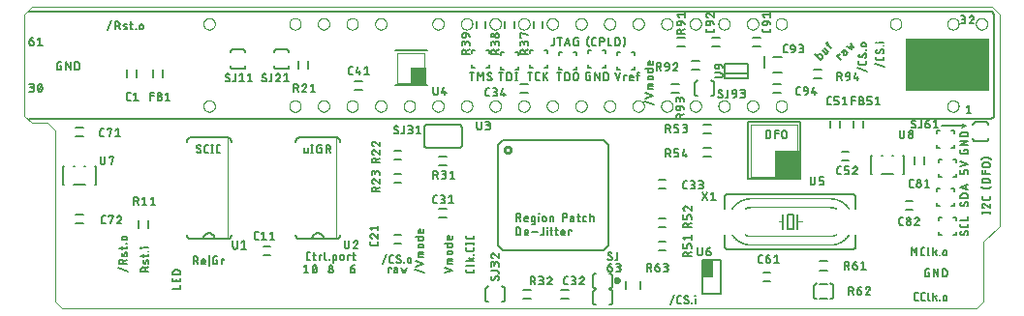
<source format=gto>
G75*
%MOIN*%
%OFA0B0*%
%FSLAX25Y25*%
%IPPOS*%
%LPD*%
%AMOC8*
5,1,8,0,0,1.08239X$1,22.5*
%
%ADD10C,0.00000*%
%ADD11C,0.00500*%
%ADD12C,0.00600*%
%ADD13R,0.05500X0.06000*%
%ADD14R,0.09000X0.10000*%
%ADD15R,0.29000X0.18000*%
%ADD16C,0.01200*%
%ADD17C,0.00200*%
%ADD18C,0.00800*%
%ADD19C,0.01000*%
%ADD20C,0.00020*%
%ADD21C,0.00250*%
D10*
X0013050Y0005500D02*
X0015550Y0003000D01*
X0330050Y0003000D01*
X0332550Y0005500D01*
X0332550Y0026000D01*
X0338050Y0031500D01*
X0338050Y0104500D01*
X0335550Y0107000D01*
X0005050Y0107000D01*
X0002550Y0104500D01*
X0002550Y0069500D01*
X0005050Y0067000D01*
X0010550Y0067000D01*
X0013050Y0064500D01*
X0013050Y0005500D01*
X0064156Y0072827D02*
X0064158Y0072915D01*
X0064164Y0073003D01*
X0064174Y0073091D01*
X0064188Y0073179D01*
X0064205Y0073265D01*
X0064227Y0073351D01*
X0064252Y0073435D01*
X0064282Y0073519D01*
X0064314Y0073601D01*
X0064351Y0073681D01*
X0064391Y0073760D01*
X0064435Y0073837D01*
X0064482Y0073912D01*
X0064532Y0073984D01*
X0064586Y0074055D01*
X0064642Y0074122D01*
X0064702Y0074188D01*
X0064764Y0074250D01*
X0064830Y0074310D01*
X0064897Y0074366D01*
X0064968Y0074420D01*
X0065040Y0074470D01*
X0065115Y0074517D01*
X0065192Y0074561D01*
X0065271Y0074601D01*
X0065351Y0074638D01*
X0065433Y0074670D01*
X0065517Y0074700D01*
X0065601Y0074725D01*
X0065687Y0074747D01*
X0065773Y0074764D01*
X0065861Y0074778D01*
X0065949Y0074788D01*
X0066037Y0074794D01*
X0066125Y0074796D01*
X0066213Y0074794D01*
X0066301Y0074788D01*
X0066389Y0074778D01*
X0066477Y0074764D01*
X0066563Y0074747D01*
X0066649Y0074725D01*
X0066733Y0074700D01*
X0066817Y0074670D01*
X0066899Y0074638D01*
X0066979Y0074601D01*
X0067058Y0074561D01*
X0067135Y0074517D01*
X0067210Y0074470D01*
X0067282Y0074420D01*
X0067353Y0074366D01*
X0067420Y0074310D01*
X0067486Y0074250D01*
X0067548Y0074188D01*
X0067608Y0074122D01*
X0067664Y0074055D01*
X0067718Y0073984D01*
X0067768Y0073912D01*
X0067815Y0073837D01*
X0067859Y0073760D01*
X0067899Y0073681D01*
X0067936Y0073601D01*
X0067968Y0073519D01*
X0067998Y0073435D01*
X0068023Y0073351D01*
X0068045Y0073265D01*
X0068062Y0073179D01*
X0068076Y0073091D01*
X0068086Y0073003D01*
X0068092Y0072915D01*
X0068094Y0072827D01*
X0068092Y0072739D01*
X0068086Y0072651D01*
X0068076Y0072563D01*
X0068062Y0072475D01*
X0068045Y0072389D01*
X0068023Y0072303D01*
X0067998Y0072219D01*
X0067968Y0072135D01*
X0067936Y0072053D01*
X0067899Y0071973D01*
X0067859Y0071894D01*
X0067815Y0071817D01*
X0067768Y0071742D01*
X0067718Y0071670D01*
X0067664Y0071599D01*
X0067608Y0071532D01*
X0067548Y0071466D01*
X0067486Y0071404D01*
X0067420Y0071344D01*
X0067353Y0071288D01*
X0067282Y0071234D01*
X0067210Y0071184D01*
X0067135Y0071137D01*
X0067058Y0071093D01*
X0066979Y0071053D01*
X0066899Y0071016D01*
X0066817Y0070984D01*
X0066733Y0070954D01*
X0066649Y0070929D01*
X0066563Y0070907D01*
X0066477Y0070890D01*
X0066389Y0070876D01*
X0066301Y0070866D01*
X0066213Y0070860D01*
X0066125Y0070858D01*
X0066037Y0070860D01*
X0065949Y0070866D01*
X0065861Y0070876D01*
X0065773Y0070890D01*
X0065687Y0070907D01*
X0065601Y0070929D01*
X0065517Y0070954D01*
X0065433Y0070984D01*
X0065351Y0071016D01*
X0065271Y0071053D01*
X0065192Y0071093D01*
X0065115Y0071137D01*
X0065040Y0071184D01*
X0064968Y0071234D01*
X0064897Y0071288D01*
X0064830Y0071344D01*
X0064764Y0071404D01*
X0064702Y0071466D01*
X0064642Y0071532D01*
X0064586Y0071599D01*
X0064532Y0071670D01*
X0064482Y0071742D01*
X0064435Y0071817D01*
X0064391Y0071894D01*
X0064351Y0071973D01*
X0064314Y0072053D01*
X0064282Y0072135D01*
X0064252Y0072219D01*
X0064227Y0072303D01*
X0064205Y0072389D01*
X0064188Y0072475D01*
X0064174Y0072563D01*
X0064164Y0072651D01*
X0064158Y0072739D01*
X0064156Y0072827D01*
X0093683Y0072827D02*
X0093685Y0072915D01*
X0093691Y0073003D01*
X0093701Y0073091D01*
X0093715Y0073179D01*
X0093732Y0073265D01*
X0093754Y0073351D01*
X0093779Y0073435D01*
X0093809Y0073519D01*
X0093841Y0073601D01*
X0093878Y0073681D01*
X0093918Y0073760D01*
X0093962Y0073837D01*
X0094009Y0073912D01*
X0094059Y0073984D01*
X0094113Y0074055D01*
X0094169Y0074122D01*
X0094229Y0074188D01*
X0094291Y0074250D01*
X0094357Y0074310D01*
X0094424Y0074366D01*
X0094495Y0074420D01*
X0094567Y0074470D01*
X0094642Y0074517D01*
X0094719Y0074561D01*
X0094798Y0074601D01*
X0094878Y0074638D01*
X0094960Y0074670D01*
X0095044Y0074700D01*
X0095128Y0074725D01*
X0095214Y0074747D01*
X0095300Y0074764D01*
X0095388Y0074778D01*
X0095476Y0074788D01*
X0095564Y0074794D01*
X0095652Y0074796D01*
X0095740Y0074794D01*
X0095828Y0074788D01*
X0095916Y0074778D01*
X0096004Y0074764D01*
X0096090Y0074747D01*
X0096176Y0074725D01*
X0096260Y0074700D01*
X0096344Y0074670D01*
X0096426Y0074638D01*
X0096506Y0074601D01*
X0096585Y0074561D01*
X0096662Y0074517D01*
X0096737Y0074470D01*
X0096809Y0074420D01*
X0096880Y0074366D01*
X0096947Y0074310D01*
X0097013Y0074250D01*
X0097075Y0074188D01*
X0097135Y0074122D01*
X0097191Y0074055D01*
X0097245Y0073984D01*
X0097295Y0073912D01*
X0097342Y0073837D01*
X0097386Y0073760D01*
X0097426Y0073681D01*
X0097463Y0073601D01*
X0097495Y0073519D01*
X0097525Y0073435D01*
X0097550Y0073351D01*
X0097572Y0073265D01*
X0097589Y0073179D01*
X0097603Y0073091D01*
X0097613Y0073003D01*
X0097619Y0072915D01*
X0097621Y0072827D01*
X0097619Y0072739D01*
X0097613Y0072651D01*
X0097603Y0072563D01*
X0097589Y0072475D01*
X0097572Y0072389D01*
X0097550Y0072303D01*
X0097525Y0072219D01*
X0097495Y0072135D01*
X0097463Y0072053D01*
X0097426Y0071973D01*
X0097386Y0071894D01*
X0097342Y0071817D01*
X0097295Y0071742D01*
X0097245Y0071670D01*
X0097191Y0071599D01*
X0097135Y0071532D01*
X0097075Y0071466D01*
X0097013Y0071404D01*
X0096947Y0071344D01*
X0096880Y0071288D01*
X0096809Y0071234D01*
X0096737Y0071184D01*
X0096662Y0071137D01*
X0096585Y0071093D01*
X0096506Y0071053D01*
X0096426Y0071016D01*
X0096344Y0070984D01*
X0096260Y0070954D01*
X0096176Y0070929D01*
X0096090Y0070907D01*
X0096004Y0070890D01*
X0095916Y0070876D01*
X0095828Y0070866D01*
X0095740Y0070860D01*
X0095652Y0070858D01*
X0095564Y0070860D01*
X0095476Y0070866D01*
X0095388Y0070876D01*
X0095300Y0070890D01*
X0095214Y0070907D01*
X0095128Y0070929D01*
X0095044Y0070954D01*
X0094960Y0070984D01*
X0094878Y0071016D01*
X0094798Y0071053D01*
X0094719Y0071093D01*
X0094642Y0071137D01*
X0094567Y0071184D01*
X0094495Y0071234D01*
X0094424Y0071288D01*
X0094357Y0071344D01*
X0094291Y0071404D01*
X0094229Y0071466D01*
X0094169Y0071532D01*
X0094113Y0071599D01*
X0094059Y0071670D01*
X0094009Y0071742D01*
X0093962Y0071817D01*
X0093918Y0071894D01*
X0093878Y0071973D01*
X0093841Y0072053D01*
X0093809Y0072135D01*
X0093779Y0072219D01*
X0093754Y0072303D01*
X0093732Y0072389D01*
X0093715Y0072475D01*
X0093701Y0072563D01*
X0093691Y0072651D01*
X0093685Y0072739D01*
X0093683Y0072827D01*
X0103526Y0072827D02*
X0103528Y0072915D01*
X0103534Y0073003D01*
X0103544Y0073091D01*
X0103558Y0073179D01*
X0103575Y0073265D01*
X0103597Y0073351D01*
X0103622Y0073435D01*
X0103652Y0073519D01*
X0103684Y0073601D01*
X0103721Y0073681D01*
X0103761Y0073760D01*
X0103805Y0073837D01*
X0103852Y0073912D01*
X0103902Y0073984D01*
X0103956Y0074055D01*
X0104012Y0074122D01*
X0104072Y0074188D01*
X0104134Y0074250D01*
X0104200Y0074310D01*
X0104267Y0074366D01*
X0104338Y0074420D01*
X0104410Y0074470D01*
X0104485Y0074517D01*
X0104562Y0074561D01*
X0104641Y0074601D01*
X0104721Y0074638D01*
X0104803Y0074670D01*
X0104887Y0074700D01*
X0104971Y0074725D01*
X0105057Y0074747D01*
X0105143Y0074764D01*
X0105231Y0074778D01*
X0105319Y0074788D01*
X0105407Y0074794D01*
X0105495Y0074796D01*
X0105583Y0074794D01*
X0105671Y0074788D01*
X0105759Y0074778D01*
X0105847Y0074764D01*
X0105933Y0074747D01*
X0106019Y0074725D01*
X0106103Y0074700D01*
X0106187Y0074670D01*
X0106269Y0074638D01*
X0106349Y0074601D01*
X0106428Y0074561D01*
X0106505Y0074517D01*
X0106580Y0074470D01*
X0106652Y0074420D01*
X0106723Y0074366D01*
X0106790Y0074310D01*
X0106856Y0074250D01*
X0106918Y0074188D01*
X0106978Y0074122D01*
X0107034Y0074055D01*
X0107088Y0073984D01*
X0107138Y0073912D01*
X0107185Y0073837D01*
X0107229Y0073760D01*
X0107269Y0073681D01*
X0107306Y0073601D01*
X0107338Y0073519D01*
X0107368Y0073435D01*
X0107393Y0073351D01*
X0107415Y0073265D01*
X0107432Y0073179D01*
X0107446Y0073091D01*
X0107456Y0073003D01*
X0107462Y0072915D01*
X0107464Y0072827D01*
X0107462Y0072739D01*
X0107456Y0072651D01*
X0107446Y0072563D01*
X0107432Y0072475D01*
X0107415Y0072389D01*
X0107393Y0072303D01*
X0107368Y0072219D01*
X0107338Y0072135D01*
X0107306Y0072053D01*
X0107269Y0071973D01*
X0107229Y0071894D01*
X0107185Y0071817D01*
X0107138Y0071742D01*
X0107088Y0071670D01*
X0107034Y0071599D01*
X0106978Y0071532D01*
X0106918Y0071466D01*
X0106856Y0071404D01*
X0106790Y0071344D01*
X0106723Y0071288D01*
X0106652Y0071234D01*
X0106580Y0071184D01*
X0106505Y0071137D01*
X0106428Y0071093D01*
X0106349Y0071053D01*
X0106269Y0071016D01*
X0106187Y0070984D01*
X0106103Y0070954D01*
X0106019Y0070929D01*
X0105933Y0070907D01*
X0105847Y0070890D01*
X0105759Y0070876D01*
X0105671Y0070866D01*
X0105583Y0070860D01*
X0105495Y0070858D01*
X0105407Y0070860D01*
X0105319Y0070866D01*
X0105231Y0070876D01*
X0105143Y0070890D01*
X0105057Y0070907D01*
X0104971Y0070929D01*
X0104887Y0070954D01*
X0104803Y0070984D01*
X0104721Y0071016D01*
X0104641Y0071053D01*
X0104562Y0071093D01*
X0104485Y0071137D01*
X0104410Y0071184D01*
X0104338Y0071234D01*
X0104267Y0071288D01*
X0104200Y0071344D01*
X0104134Y0071404D01*
X0104072Y0071466D01*
X0104012Y0071532D01*
X0103956Y0071599D01*
X0103902Y0071670D01*
X0103852Y0071742D01*
X0103805Y0071817D01*
X0103761Y0071894D01*
X0103721Y0071973D01*
X0103684Y0072053D01*
X0103652Y0072135D01*
X0103622Y0072219D01*
X0103597Y0072303D01*
X0103575Y0072389D01*
X0103558Y0072475D01*
X0103544Y0072563D01*
X0103534Y0072651D01*
X0103528Y0072739D01*
X0103526Y0072827D01*
X0113368Y0072827D02*
X0113370Y0072915D01*
X0113376Y0073003D01*
X0113386Y0073091D01*
X0113400Y0073179D01*
X0113417Y0073265D01*
X0113439Y0073351D01*
X0113464Y0073435D01*
X0113494Y0073519D01*
X0113526Y0073601D01*
X0113563Y0073681D01*
X0113603Y0073760D01*
X0113647Y0073837D01*
X0113694Y0073912D01*
X0113744Y0073984D01*
X0113798Y0074055D01*
X0113854Y0074122D01*
X0113914Y0074188D01*
X0113976Y0074250D01*
X0114042Y0074310D01*
X0114109Y0074366D01*
X0114180Y0074420D01*
X0114252Y0074470D01*
X0114327Y0074517D01*
X0114404Y0074561D01*
X0114483Y0074601D01*
X0114563Y0074638D01*
X0114645Y0074670D01*
X0114729Y0074700D01*
X0114813Y0074725D01*
X0114899Y0074747D01*
X0114985Y0074764D01*
X0115073Y0074778D01*
X0115161Y0074788D01*
X0115249Y0074794D01*
X0115337Y0074796D01*
X0115425Y0074794D01*
X0115513Y0074788D01*
X0115601Y0074778D01*
X0115689Y0074764D01*
X0115775Y0074747D01*
X0115861Y0074725D01*
X0115945Y0074700D01*
X0116029Y0074670D01*
X0116111Y0074638D01*
X0116191Y0074601D01*
X0116270Y0074561D01*
X0116347Y0074517D01*
X0116422Y0074470D01*
X0116494Y0074420D01*
X0116565Y0074366D01*
X0116632Y0074310D01*
X0116698Y0074250D01*
X0116760Y0074188D01*
X0116820Y0074122D01*
X0116876Y0074055D01*
X0116930Y0073984D01*
X0116980Y0073912D01*
X0117027Y0073837D01*
X0117071Y0073760D01*
X0117111Y0073681D01*
X0117148Y0073601D01*
X0117180Y0073519D01*
X0117210Y0073435D01*
X0117235Y0073351D01*
X0117257Y0073265D01*
X0117274Y0073179D01*
X0117288Y0073091D01*
X0117298Y0073003D01*
X0117304Y0072915D01*
X0117306Y0072827D01*
X0117304Y0072739D01*
X0117298Y0072651D01*
X0117288Y0072563D01*
X0117274Y0072475D01*
X0117257Y0072389D01*
X0117235Y0072303D01*
X0117210Y0072219D01*
X0117180Y0072135D01*
X0117148Y0072053D01*
X0117111Y0071973D01*
X0117071Y0071894D01*
X0117027Y0071817D01*
X0116980Y0071742D01*
X0116930Y0071670D01*
X0116876Y0071599D01*
X0116820Y0071532D01*
X0116760Y0071466D01*
X0116698Y0071404D01*
X0116632Y0071344D01*
X0116565Y0071288D01*
X0116494Y0071234D01*
X0116422Y0071184D01*
X0116347Y0071137D01*
X0116270Y0071093D01*
X0116191Y0071053D01*
X0116111Y0071016D01*
X0116029Y0070984D01*
X0115945Y0070954D01*
X0115861Y0070929D01*
X0115775Y0070907D01*
X0115689Y0070890D01*
X0115601Y0070876D01*
X0115513Y0070866D01*
X0115425Y0070860D01*
X0115337Y0070858D01*
X0115249Y0070860D01*
X0115161Y0070866D01*
X0115073Y0070876D01*
X0114985Y0070890D01*
X0114899Y0070907D01*
X0114813Y0070929D01*
X0114729Y0070954D01*
X0114645Y0070984D01*
X0114563Y0071016D01*
X0114483Y0071053D01*
X0114404Y0071093D01*
X0114327Y0071137D01*
X0114252Y0071184D01*
X0114180Y0071234D01*
X0114109Y0071288D01*
X0114042Y0071344D01*
X0113976Y0071404D01*
X0113914Y0071466D01*
X0113854Y0071532D01*
X0113798Y0071599D01*
X0113744Y0071670D01*
X0113694Y0071742D01*
X0113647Y0071817D01*
X0113603Y0071894D01*
X0113563Y0071973D01*
X0113526Y0072053D01*
X0113494Y0072135D01*
X0113464Y0072219D01*
X0113439Y0072303D01*
X0113417Y0072389D01*
X0113400Y0072475D01*
X0113386Y0072563D01*
X0113376Y0072651D01*
X0113370Y0072739D01*
X0113368Y0072827D01*
X0123211Y0072827D02*
X0123213Y0072915D01*
X0123219Y0073003D01*
X0123229Y0073091D01*
X0123243Y0073179D01*
X0123260Y0073265D01*
X0123282Y0073351D01*
X0123307Y0073435D01*
X0123337Y0073519D01*
X0123369Y0073601D01*
X0123406Y0073681D01*
X0123446Y0073760D01*
X0123490Y0073837D01*
X0123537Y0073912D01*
X0123587Y0073984D01*
X0123641Y0074055D01*
X0123697Y0074122D01*
X0123757Y0074188D01*
X0123819Y0074250D01*
X0123885Y0074310D01*
X0123952Y0074366D01*
X0124023Y0074420D01*
X0124095Y0074470D01*
X0124170Y0074517D01*
X0124247Y0074561D01*
X0124326Y0074601D01*
X0124406Y0074638D01*
X0124488Y0074670D01*
X0124572Y0074700D01*
X0124656Y0074725D01*
X0124742Y0074747D01*
X0124828Y0074764D01*
X0124916Y0074778D01*
X0125004Y0074788D01*
X0125092Y0074794D01*
X0125180Y0074796D01*
X0125268Y0074794D01*
X0125356Y0074788D01*
X0125444Y0074778D01*
X0125532Y0074764D01*
X0125618Y0074747D01*
X0125704Y0074725D01*
X0125788Y0074700D01*
X0125872Y0074670D01*
X0125954Y0074638D01*
X0126034Y0074601D01*
X0126113Y0074561D01*
X0126190Y0074517D01*
X0126265Y0074470D01*
X0126337Y0074420D01*
X0126408Y0074366D01*
X0126475Y0074310D01*
X0126541Y0074250D01*
X0126603Y0074188D01*
X0126663Y0074122D01*
X0126719Y0074055D01*
X0126773Y0073984D01*
X0126823Y0073912D01*
X0126870Y0073837D01*
X0126914Y0073760D01*
X0126954Y0073681D01*
X0126991Y0073601D01*
X0127023Y0073519D01*
X0127053Y0073435D01*
X0127078Y0073351D01*
X0127100Y0073265D01*
X0127117Y0073179D01*
X0127131Y0073091D01*
X0127141Y0073003D01*
X0127147Y0072915D01*
X0127149Y0072827D01*
X0127147Y0072739D01*
X0127141Y0072651D01*
X0127131Y0072563D01*
X0127117Y0072475D01*
X0127100Y0072389D01*
X0127078Y0072303D01*
X0127053Y0072219D01*
X0127023Y0072135D01*
X0126991Y0072053D01*
X0126954Y0071973D01*
X0126914Y0071894D01*
X0126870Y0071817D01*
X0126823Y0071742D01*
X0126773Y0071670D01*
X0126719Y0071599D01*
X0126663Y0071532D01*
X0126603Y0071466D01*
X0126541Y0071404D01*
X0126475Y0071344D01*
X0126408Y0071288D01*
X0126337Y0071234D01*
X0126265Y0071184D01*
X0126190Y0071137D01*
X0126113Y0071093D01*
X0126034Y0071053D01*
X0125954Y0071016D01*
X0125872Y0070984D01*
X0125788Y0070954D01*
X0125704Y0070929D01*
X0125618Y0070907D01*
X0125532Y0070890D01*
X0125444Y0070876D01*
X0125356Y0070866D01*
X0125268Y0070860D01*
X0125180Y0070858D01*
X0125092Y0070860D01*
X0125004Y0070866D01*
X0124916Y0070876D01*
X0124828Y0070890D01*
X0124742Y0070907D01*
X0124656Y0070929D01*
X0124572Y0070954D01*
X0124488Y0070984D01*
X0124406Y0071016D01*
X0124326Y0071053D01*
X0124247Y0071093D01*
X0124170Y0071137D01*
X0124095Y0071184D01*
X0124023Y0071234D01*
X0123952Y0071288D01*
X0123885Y0071344D01*
X0123819Y0071404D01*
X0123757Y0071466D01*
X0123697Y0071532D01*
X0123641Y0071599D01*
X0123587Y0071670D01*
X0123537Y0071742D01*
X0123490Y0071817D01*
X0123446Y0071894D01*
X0123406Y0071973D01*
X0123369Y0072053D01*
X0123337Y0072135D01*
X0123307Y0072219D01*
X0123282Y0072303D01*
X0123260Y0072389D01*
X0123243Y0072475D01*
X0123229Y0072563D01*
X0123219Y0072651D01*
X0123213Y0072739D01*
X0123211Y0072827D01*
X0133053Y0072827D02*
X0133055Y0072915D01*
X0133061Y0073003D01*
X0133071Y0073091D01*
X0133085Y0073179D01*
X0133102Y0073265D01*
X0133124Y0073351D01*
X0133149Y0073435D01*
X0133179Y0073519D01*
X0133211Y0073601D01*
X0133248Y0073681D01*
X0133288Y0073760D01*
X0133332Y0073837D01*
X0133379Y0073912D01*
X0133429Y0073984D01*
X0133483Y0074055D01*
X0133539Y0074122D01*
X0133599Y0074188D01*
X0133661Y0074250D01*
X0133727Y0074310D01*
X0133794Y0074366D01*
X0133865Y0074420D01*
X0133937Y0074470D01*
X0134012Y0074517D01*
X0134089Y0074561D01*
X0134168Y0074601D01*
X0134248Y0074638D01*
X0134330Y0074670D01*
X0134414Y0074700D01*
X0134498Y0074725D01*
X0134584Y0074747D01*
X0134670Y0074764D01*
X0134758Y0074778D01*
X0134846Y0074788D01*
X0134934Y0074794D01*
X0135022Y0074796D01*
X0135110Y0074794D01*
X0135198Y0074788D01*
X0135286Y0074778D01*
X0135374Y0074764D01*
X0135460Y0074747D01*
X0135546Y0074725D01*
X0135630Y0074700D01*
X0135714Y0074670D01*
X0135796Y0074638D01*
X0135876Y0074601D01*
X0135955Y0074561D01*
X0136032Y0074517D01*
X0136107Y0074470D01*
X0136179Y0074420D01*
X0136250Y0074366D01*
X0136317Y0074310D01*
X0136383Y0074250D01*
X0136445Y0074188D01*
X0136505Y0074122D01*
X0136561Y0074055D01*
X0136615Y0073984D01*
X0136665Y0073912D01*
X0136712Y0073837D01*
X0136756Y0073760D01*
X0136796Y0073681D01*
X0136833Y0073601D01*
X0136865Y0073519D01*
X0136895Y0073435D01*
X0136920Y0073351D01*
X0136942Y0073265D01*
X0136959Y0073179D01*
X0136973Y0073091D01*
X0136983Y0073003D01*
X0136989Y0072915D01*
X0136991Y0072827D01*
X0136989Y0072739D01*
X0136983Y0072651D01*
X0136973Y0072563D01*
X0136959Y0072475D01*
X0136942Y0072389D01*
X0136920Y0072303D01*
X0136895Y0072219D01*
X0136865Y0072135D01*
X0136833Y0072053D01*
X0136796Y0071973D01*
X0136756Y0071894D01*
X0136712Y0071817D01*
X0136665Y0071742D01*
X0136615Y0071670D01*
X0136561Y0071599D01*
X0136505Y0071532D01*
X0136445Y0071466D01*
X0136383Y0071404D01*
X0136317Y0071344D01*
X0136250Y0071288D01*
X0136179Y0071234D01*
X0136107Y0071184D01*
X0136032Y0071137D01*
X0135955Y0071093D01*
X0135876Y0071053D01*
X0135796Y0071016D01*
X0135714Y0070984D01*
X0135630Y0070954D01*
X0135546Y0070929D01*
X0135460Y0070907D01*
X0135374Y0070890D01*
X0135286Y0070876D01*
X0135198Y0070866D01*
X0135110Y0070860D01*
X0135022Y0070858D01*
X0134934Y0070860D01*
X0134846Y0070866D01*
X0134758Y0070876D01*
X0134670Y0070890D01*
X0134584Y0070907D01*
X0134498Y0070929D01*
X0134414Y0070954D01*
X0134330Y0070984D01*
X0134248Y0071016D01*
X0134168Y0071053D01*
X0134089Y0071093D01*
X0134012Y0071137D01*
X0133937Y0071184D01*
X0133865Y0071234D01*
X0133794Y0071288D01*
X0133727Y0071344D01*
X0133661Y0071404D01*
X0133599Y0071466D01*
X0133539Y0071532D01*
X0133483Y0071599D01*
X0133429Y0071670D01*
X0133379Y0071742D01*
X0133332Y0071817D01*
X0133288Y0071894D01*
X0133248Y0071973D01*
X0133211Y0072053D01*
X0133179Y0072135D01*
X0133149Y0072219D01*
X0133124Y0072303D01*
X0133102Y0072389D01*
X0133085Y0072475D01*
X0133071Y0072563D01*
X0133061Y0072651D01*
X0133055Y0072739D01*
X0133053Y0072827D01*
X0142896Y0072827D02*
X0142898Y0072915D01*
X0142904Y0073003D01*
X0142914Y0073091D01*
X0142928Y0073179D01*
X0142945Y0073265D01*
X0142967Y0073351D01*
X0142992Y0073435D01*
X0143022Y0073519D01*
X0143054Y0073601D01*
X0143091Y0073681D01*
X0143131Y0073760D01*
X0143175Y0073837D01*
X0143222Y0073912D01*
X0143272Y0073984D01*
X0143326Y0074055D01*
X0143382Y0074122D01*
X0143442Y0074188D01*
X0143504Y0074250D01*
X0143570Y0074310D01*
X0143637Y0074366D01*
X0143708Y0074420D01*
X0143780Y0074470D01*
X0143855Y0074517D01*
X0143932Y0074561D01*
X0144011Y0074601D01*
X0144091Y0074638D01*
X0144173Y0074670D01*
X0144257Y0074700D01*
X0144341Y0074725D01*
X0144427Y0074747D01*
X0144513Y0074764D01*
X0144601Y0074778D01*
X0144689Y0074788D01*
X0144777Y0074794D01*
X0144865Y0074796D01*
X0144953Y0074794D01*
X0145041Y0074788D01*
X0145129Y0074778D01*
X0145217Y0074764D01*
X0145303Y0074747D01*
X0145389Y0074725D01*
X0145473Y0074700D01*
X0145557Y0074670D01*
X0145639Y0074638D01*
X0145719Y0074601D01*
X0145798Y0074561D01*
X0145875Y0074517D01*
X0145950Y0074470D01*
X0146022Y0074420D01*
X0146093Y0074366D01*
X0146160Y0074310D01*
X0146226Y0074250D01*
X0146288Y0074188D01*
X0146348Y0074122D01*
X0146404Y0074055D01*
X0146458Y0073984D01*
X0146508Y0073912D01*
X0146555Y0073837D01*
X0146599Y0073760D01*
X0146639Y0073681D01*
X0146676Y0073601D01*
X0146708Y0073519D01*
X0146738Y0073435D01*
X0146763Y0073351D01*
X0146785Y0073265D01*
X0146802Y0073179D01*
X0146816Y0073091D01*
X0146826Y0073003D01*
X0146832Y0072915D01*
X0146834Y0072827D01*
X0146832Y0072739D01*
X0146826Y0072651D01*
X0146816Y0072563D01*
X0146802Y0072475D01*
X0146785Y0072389D01*
X0146763Y0072303D01*
X0146738Y0072219D01*
X0146708Y0072135D01*
X0146676Y0072053D01*
X0146639Y0071973D01*
X0146599Y0071894D01*
X0146555Y0071817D01*
X0146508Y0071742D01*
X0146458Y0071670D01*
X0146404Y0071599D01*
X0146348Y0071532D01*
X0146288Y0071466D01*
X0146226Y0071404D01*
X0146160Y0071344D01*
X0146093Y0071288D01*
X0146022Y0071234D01*
X0145950Y0071184D01*
X0145875Y0071137D01*
X0145798Y0071093D01*
X0145719Y0071053D01*
X0145639Y0071016D01*
X0145557Y0070984D01*
X0145473Y0070954D01*
X0145389Y0070929D01*
X0145303Y0070907D01*
X0145217Y0070890D01*
X0145129Y0070876D01*
X0145041Y0070866D01*
X0144953Y0070860D01*
X0144865Y0070858D01*
X0144777Y0070860D01*
X0144689Y0070866D01*
X0144601Y0070876D01*
X0144513Y0070890D01*
X0144427Y0070907D01*
X0144341Y0070929D01*
X0144257Y0070954D01*
X0144173Y0070984D01*
X0144091Y0071016D01*
X0144011Y0071053D01*
X0143932Y0071093D01*
X0143855Y0071137D01*
X0143780Y0071184D01*
X0143708Y0071234D01*
X0143637Y0071288D01*
X0143570Y0071344D01*
X0143504Y0071404D01*
X0143442Y0071466D01*
X0143382Y0071532D01*
X0143326Y0071599D01*
X0143272Y0071670D01*
X0143222Y0071742D01*
X0143175Y0071817D01*
X0143131Y0071894D01*
X0143091Y0071973D01*
X0143054Y0072053D01*
X0143022Y0072135D01*
X0142992Y0072219D01*
X0142967Y0072303D01*
X0142945Y0072389D01*
X0142928Y0072475D01*
X0142914Y0072563D01*
X0142904Y0072651D01*
X0142898Y0072739D01*
X0142896Y0072827D01*
X0152738Y0072827D02*
X0152740Y0072915D01*
X0152746Y0073003D01*
X0152756Y0073091D01*
X0152770Y0073179D01*
X0152787Y0073265D01*
X0152809Y0073351D01*
X0152834Y0073435D01*
X0152864Y0073519D01*
X0152896Y0073601D01*
X0152933Y0073681D01*
X0152973Y0073760D01*
X0153017Y0073837D01*
X0153064Y0073912D01*
X0153114Y0073984D01*
X0153168Y0074055D01*
X0153224Y0074122D01*
X0153284Y0074188D01*
X0153346Y0074250D01*
X0153412Y0074310D01*
X0153479Y0074366D01*
X0153550Y0074420D01*
X0153622Y0074470D01*
X0153697Y0074517D01*
X0153774Y0074561D01*
X0153853Y0074601D01*
X0153933Y0074638D01*
X0154015Y0074670D01*
X0154099Y0074700D01*
X0154183Y0074725D01*
X0154269Y0074747D01*
X0154355Y0074764D01*
X0154443Y0074778D01*
X0154531Y0074788D01*
X0154619Y0074794D01*
X0154707Y0074796D01*
X0154795Y0074794D01*
X0154883Y0074788D01*
X0154971Y0074778D01*
X0155059Y0074764D01*
X0155145Y0074747D01*
X0155231Y0074725D01*
X0155315Y0074700D01*
X0155399Y0074670D01*
X0155481Y0074638D01*
X0155561Y0074601D01*
X0155640Y0074561D01*
X0155717Y0074517D01*
X0155792Y0074470D01*
X0155864Y0074420D01*
X0155935Y0074366D01*
X0156002Y0074310D01*
X0156068Y0074250D01*
X0156130Y0074188D01*
X0156190Y0074122D01*
X0156246Y0074055D01*
X0156300Y0073984D01*
X0156350Y0073912D01*
X0156397Y0073837D01*
X0156441Y0073760D01*
X0156481Y0073681D01*
X0156518Y0073601D01*
X0156550Y0073519D01*
X0156580Y0073435D01*
X0156605Y0073351D01*
X0156627Y0073265D01*
X0156644Y0073179D01*
X0156658Y0073091D01*
X0156668Y0073003D01*
X0156674Y0072915D01*
X0156676Y0072827D01*
X0156674Y0072739D01*
X0156668Y0072651D01*
X0156658Y0072563D01*
X0156644Y0072475D01*
X0156627Y0072389D01*
X0156605Y0072303D01*
X0156580Y0072219D01*
X0156550Y0072135D01*
X0156518Y0072053D01*
X0156481Y0071973D01*
X0156441Y0071894D01*
X0156397Y0071817D01*
X0156350Y0071742D01*
X0156300Y0071670D01*
X0156246Y0071599D01*
X0156190Y0071532D01*
X0156130Y0071466D01*
X0156068Y0071404D01*
X0156002Y0071344D01*
X0155935Y0071288D01*
X0155864Y0071234D01*
X0155792Y0071184D01*
X0155717Y0071137D01*
X0155640Y0071093D01*
X0155561Y0071053D01*
X0155481Y0071016D01*
X0155399Y0070984D01*
X0155315Y0070954D01*
X0155231Y0070929D01*
X0155145Y0070907D01*
X0155059Y0070890D01*
X0154971Y0070876D01*
X0154883Y0070866D01*
X0154795Y0070860D01*
X0154707Y0070858D01*
X0154619Y0070860D01*
X0154531Y0070866D01*
X0154443Y0070876D01*
X0154355Y0070890D01*
X0154269Y0070907D01*
X0154183Y0070929D01*
X0154099Y0070954D01*
X0154015Y0070984D01*
X0153933Y0071016D01*
X0153853Y0071053D01*
X0153774Y0071093D01*
X0153697Y0071137D01*
X0153622Y0071184D01*
X0153550Y0071234D01*
X0153479Y0071288D01*
X0153412Y0071344D01*
X0153346Y0071404D01*
X0153284Y0071466D01*
X0153224Y0071532D01*
X0153168Y0071599D01*
X0153114Y0071670D01*
X0153064Y0071742D01*
X0153017Y0071817D01*
X0152973Y0071894D01*
X0152933Y0071973D01*
X0152896Y0072053D01*
X0152864Y0072135D01*
X0152834Y0072219D01*
X0152809Y0072303D01*
X0152787Y0072389D01*
X0152770Y0072475D01*
X0152756Y0072563D01*
X0152746Y0072651D01*
X0152740Y0072739D01*
X0152738Y0072827D01*
X0162581Y0072827D02*
X0162583Y0072915D01*
X0162589Y0073003D01*
X0162599Y0073091D01*
X0162613Y0073179D01*
X0162630Y0073265D01*
X0162652Y0073351D01*
X0162677Y0073435D01*
X0162707Y0073519D01*
X0162739Y0073601D01*
X0162776Y0073681D01*
X0162816Y0073760D01*
X0162860Y0073837D01*
X0162907Y0073912D01*
X0162957Y0073984D01*
X0163011Y0074055D01*
X0163067Y0074122D01*
X0163127Y0074188D01*
X0163189Y0074250D01*
X0163255Y0074310D01*
X0163322Y0074366D01*
X0163393Y0074420D01*
X0163465Y0074470D01*
X0163540Y0074517D01*
X0163617Y0074561D01*
X0163696Y0074601D01*
X0163776Y0074638D01*
X0163858Y0074670D01*
X0163942Y0074700D01*
X0164026Y0074725D01*
X0164112Y0074747D01*
X0164198Y0074764D01*
X0164286Y0074778D01*
X0164374Y0074788D01*
X0164462Y0074794D01*
X0164550Y0074796D01*
X0164638Y0074794D01*
X0164726Y0074788D01*
X0164814Y0074778D01*
X0164902Y0074764D01*
X0164988Y0074747D01*
X0165074Y0074725D01*
X0165158Y0074700D01*
X0165242Y0074670D01*
X0165324Y0074638D01*
X0165404Y0074601D01*
X0165483Y0074561D01*
X0165560Y0074517D01*
X0165635Y0074470D01*
X0165707Y0074420D01*
X0165778Y0074366D01*
X0165845Y0074310D01*
X0165911Y0074250D01*
X0165973Y0074188D01*
X0166033Y0074122D01*
X0166089Y0074055D01*
X0166143Y0073984D01*
X0166193Y0073912D01*
X0166240Y0073837D01*
X0166284Y0073760D01*
X0166324Y0073681D01*
X0166361Y0073601D01*
X0166393Y0073519D01*
X0166423Y0073435D01*
X0166448Y0073351D01*
X0166470Y0073265D01*
X0166487Y0073179D01*
X0166501Y0073091D01*
X0166511Y0073003D01*
X0166517Y0072915D01*
X0166519Y0072827D01*
X0166517Y0072739D01*
X0166511Y0072651D01*
X0166501Y0072563D01*
X0166487Y0072475D01*
X0166470Y0072389D01*
X0166448Y0072303D01*
X0166423Y0072219D01*
X0166393Y0072135D01*
X0166361Y0072053D01*
X0166324Y0071973D01*
X0166284Y0071894D01*
X0166240Y0071817D01*
X0166193Y0071742D01*
X0166143Y0071670D01*
X0166089Y0071599D01*
X0166033Y0071532D01*
X0165973Y0071466D01*
X0165911Y0071404D01*
X0165845Y0071344D01*
X0165778Y0071288D01*
X0165707Y0071234D01*
X0165635Y0071184D01*
X0165560Y0071137D01*
X0165483Y0071093D01*
X0165404Y0071053D01*
X0165324Y0071016D01*
X0165242Y0070984D01*
X0165158Y0070954D01*
X0165074Y0070929D01*
X0164988Y0070907D01*
X0164902Y0070890D01*
X0164814Y0070876D01*
X0164726Y0070866D01*
X0164638Y0070860D01*
X0164550Y0070858D01*
X0164462Y0070860D01*
X0164374Y0070866D01*
X0164286Y0070876D01*
X0164198Y0070890D01*
X0164112Y0070907D01*
X0164026Y0070929D01*
X0163942Y0070954D01*
X0163858Y0070984D01*
X0163776Y0071016D01*
X0163696Y0071053D01*
X0163617Y0071093D01*
X0163540Y0071137D01*
X0163465Y0071184D01*
X0163393Y0071234D01*
X0163322Y0071288D01*
X0163255Y0071344D01*
X0163189Y0071404D01*
X0163127Y0071466D01*
X0163067Y0071532D01*
X0163011Y0071599D01*
X0162957Y0071670D01*
X0162907Y0071742D01*
X0162860Y0071817D01*
X0162816Y0071894D01*
X0162776Y0071973D01*
X0162739Y0072053D01*
X0162707Y0072135D01*
X0162677Y0072219D01*
X0162652Y0072303D01*
X0162630Y0072389D01*
X0162613Y0072475D01*
X0162599Y0072563D01*
X0162589Y0072651D01*
X0162583Y0072739D01*
X0162581Y0072827D01*
X0172424Y0072827D02*
X0172426Y0072915D01*
X0172432Y0073003D01*
X0172442Y0073091D01*
X0172456Y0073179D01*
X0172473Y0073265D01*
X0172495Y0073351D01*
X0172520Y0073435D01*
X0172550Y0073519D01*
X0172582Y0073601D01*
X0172619Y0073681D01*
X0172659Y0073760D01*
X0172703Y0073837D01*
X0172750Y0073912D01*
X0172800Y0073984D01*
X0172854Y0074055D01*
X0172910Y0074122D01*
X0172970Y0074188D01*
X0173032Y0074250D01*
X0173098Y0074310D01*
X0173165Y0074366D01*
X0173236Y0074420D01*
X0173308Y0074470D01*
X0173383Y0074517D01*
X0173460Y0074561D01*
X0173539Y0074601D01*
X0173619Y0074638D01*
X0173701Y0074670D01*
X0173785Y0074700D01*
X0173869Y0074725D01*
X0173955Y0074747D01*
X0174041Y0074764D01*
X0174129Y0074778D01*
X0174217Y0074788D01*
X0174305Y0074794D01*
X0174393Y0074796D01*
X0174481Y0074794D01*
X0174569Y0074788D01*
X0174657Y0074778D01*
X0174745Y0074764D01*
X0174831Y0074747D01*
X0174917Y0074725D01*
X0175001Y0074700D01*
X0175085Y0074670D01*
X0175167Y0074638D01*
X0175247Y0074601D01*
X0175326Y0074561D01*
X0175403Y0074517D01*
X0175478Y0074470D01*
X0175550Y0074420D01*
X0175621Y0074366D01*
X0175688Y0074310D01*
X0175754Y0074250D01*
X0175816Y0074188D01*
X0175876Y0074122D01*
X0175932Y0074055D01*
X0175986Y0073984D01*
X0176036Y0073912D01*
X0176083Y0073837D01*
X0176127Y0073760D01*
X0176167Y0073681D01*
X0176204Y0073601D01*
X0176236Y0073519D01*
X0176266Y0073435D01*
X0176291Y0073351D01*
X0176313Y0073265D01*
X0176330Y0073179D01*
X0176344Y0073091D01*
X0176354Y0073003D01*
X0176360Y0072915D01*
X0176362Y0072827D01*
X0176360Y0072739D01*
X0176354Y0072651D01*
X0176344Y0072563D01*
X0176330Y0072475D01*
X0176313Y0072389D01*
X0176291Y0072303D01*
X0176266Y0072219D01*
X0176236Y0072135D01*
X0176204Y0072053D01*
X0176167Y0071973D01*
X0176127Y0071894D01*
X0176083Y0071817D01*
X0176036Y0071742D01*
X0175986Y0071670D01*
X0175932Y0071599D01*
X0175876Y0071532D01*
X0175816Y0071466D01*
X0175754Y0071404D01*
X0175688Y0071344D01*
X0175621Y0071288D01*
X0175550Y0071234D01*
X0175478Y0071184D01*
X0175403Y0071137D01*
X0175326Y0071093D01*
X0175247Y0071053D01*
X0175167Y0071016D01*
X0175085Y0070984D01*
X0175001Y0070954D01*
X0174917Y0070929D01*
X0174831Y0070907D01*
X0174745Y0070890D01*
X0174657Y0070876D01*
X0174569Y0070866D01*
X0174481Y0070860D01*
X0174393Y0070858D01*
X0174305Y0070860D01*
X0174217Y0070866D01*
X0174129Y0070876D01*
X0174041Y0070890D01*
X0173955Y0070907D01*
X0173869Y0070929D01*
X0173785Y0070954D01*
X0173701Y0070984D01*
X0173619Y0071016D01*
X0173539Y0071053D01*
X0173460Y0071093D01*
X0173383Y0071137D01*
X0173308Y0071184D01*
X0173236Y0071234D01*
X0173165Y0071288D01*
X0173098Y0071344D01*
X0173032Y0071404D01*
X0172970Y0071466D01*
X0172910Y0071532D01*
X0172854Y0071599D01*
X0172800Y0071670D01*
X0172750Y0071742D01*
X0172703Y0071817D01*
X0172659Y0071894D01*
X0172619Y0071973D01*
X0172582Y0072053D01*
X0172550Y0072135D01*
X0172520Y0072219D01*
X0172495Y0072303D01*
X0172473Y0072389D01*
X0172456Y0072475D01*
X0172442Y0072563D01*
X0172432Y0072651D01*
X0172426Y0072739D01*
X0172424Y0072827D01*
X0182266Y0072827D02*
X0182268Y0072915D01*
X0182274Y0073003D01*
X0182284Y0073091D01*
X0182298Y0073179D01*
X0182315Y0073265D01*
X0182337Y0073351D01*
X0182362Y0073435D01*
X0182392Y0073519D01*
X0182424Y0073601D01*
X0182461Y0073681D01*
X0182501Y0073760D01*
X0182545Y0073837D01*
X0182592Y0073912D01*
X0182642Y0073984D01*
X0182696Y0074055D01*
X0182752Y0074122D01*
X0182812Y0074188D01*
X0182874Y0074250D01*
X0182940Y0074310D01*
X0183007Y0074366D01*
X0183078Y0074420D01*
X0183150Y0074470D01*
X0183225Y0074517D01*
X0183302Y0074561D01*
X0183381Y0074601D01*
X0183461Y0074638D01*
X0183543Y0074670D01*
X0183627Y0074700D01*
X0183711Y0074725D01*
X0183797Y0074747D01*
X0183883Y0074764D01*
X0183971Y0074778D01*
X0184059Y0074788D01*
X0184147Y0074794D01*
X0184235Y0074796D01*
X0184323Y0074794D01*
X0184411Y0074788D01*
X0184499Y0074778D01*
X0184587Y0074764D01*
X0184673Y0074747D01*
X0184759Y0074725D01*
X0184843Y0074700D01*
X0184927Y0074670D01*
X0185009Y0074638D01*
X0185089Y0074601D01*
X0185168Y0074561D01*
X0185245Y0074517D01*
X0185320Y0074470D01*
X0185392Y0074420D01*
X0185463Y0074366D01*
X0185530Y0074310D01*
X0185596Y0074250D01*
X0185658Y0074188D01*
X0185718Y0074122D01*
X0185774Y0074055D01*
X0185828Y0073984D01*
X0185878Y0073912D01*
X0185925Y0073837D01*
X0185969Y0073760D01*
X0186009Y0073681D01*
X0186046Y0073601D01*
X0186078Y0073519D01*
X0186108Y0073435D01*
X0186133Y0073351D01*
X0186155Y0073265D01*
X0186172Y0073179D01*
X0186186Y0073091D01*
X0186196Y0073003D01*
X0186202Y0072915D01*
X0186204Y0072827D01*
X0186202Y0072739D01*
X0186196Y0072651D01*
X0186186Y0072563D01*
X0186172Y0072475D01*
X0186155Y0072389D01*
X0186133Y0072303D01*
X0186108Y0072219D01*
X0186078Y0072135D01*
X0186046Y0072053D01*
X0186009Y0071973D01*
X0185969Y0071894D01*
X0185925Y0071817D01*
X0185878Y0071742D01*
X0185828Y0071670D01*
X0185774Y0071599D01*
X0185718Y0071532D01*
X0185658Y0071466D01*
X0185596Y0071404D01*
X0185530Y0071344D01*
X0185463Y0071288D01*
X0185392Y0071234D01*
X0185320Y0071184D01*
X0185245Y0071137D01*
X0185168Y0071093D01*
X0185089Y0071053D01*
X0185009Y0071016D01*
X0184927Y0070984D01*
X0184843Y0070954D01*
X0184759Y0070929D01*
X0184673Y0070907D01*
X0184587Y0070890D01*
X0184499Y0070876D01*
X0184411Y0070866D01*
X0184323Y0070860D01*
X0184235Y0070858D01*
X0184147Y0070860D01*
X0184059Y0070866D01*
X0183971Y0070876D01*
X0183883Y0070890D01*
X0183797Y0070907D01*
X0183711Y0070929D01*
X0183627Y0070954D01*
X0183543Y0070984D01*
X0183461Y0071016D01*
X0183381Y0071053D01*
X0183302Y0071093D01*
X0183225Y0071137D01*
X0183150Y0071184D01*
X0183078Y0071234D01*
X0183007Y0071288D01*
X0182940Y0071344D01*
X0182874Y0071404D01*
X0182812Y0071466D01*
X0182752Y0071532D01*
X0182696Y0071599D01*
X0182642Y0071670D01*
X0182592Y0071742D01*
X0182545Y0071817D01*
X0182501Y0071894D01*
X0182461Y0071973D01*
X0182424Y0072053D01*
X0182392Y0072135D01*
X0182362Y0072219D01*
X0182337Y0072303D01*
X0182315Y0072389D01*
X0182298Y0072475D01*
X0182284Y0072563D01*
X0182274Y0072651D01*
X0182268Y0072739D01*
X0182266Y0072827D01*
X0192109Y0072827D02*
X0192111Y0072915D01*
X0192117Y0073003D01*
X0192127Y0073091D01*
X0192141Y0073179D01*
X0192158Y0073265D01*
X0192180Y0073351D01*
X0192205Y0073435D01*
X0192235Y0073519D01*
X0192267Y0073601D01*
X0192304Y0073681D01*
X0192344Y0073760D01*
X0192388Y0073837D01*
X0192435Y0073912D01*
X0192485Y0073984D01*
X0192539Y0074055D01*
X0192595Y0074122D01*
X0192655Y0074188D01*
X0192717Y0074250D01*
X0192783Y0074310D01*
X0192850Y0074366D01*
X0192921Y0074420D01*
X0192993Y0074470D01*
X0193068Y0074517D01*
X0193145Y0074561D01*
X0193224Y0074601D01*
X0193304Y0074638D01*
X0193386Y0074670D01*
X0193470Y0074700D01*
X0193554Y0074725D01*
X0193640Y0074747D01*
X0193726Y0074764D01*
X0193814Y0074778D01*
X0193902Y0074788D01*
X0193990Y0074794D01*
X0194078Y0074796D01*
X0194166Y0074794D01*
X0194254Y0074788D01*
X0194342Y0074778D01*
X0194430Y0074764D01*
X0194516Y0074747D01*
X0194602Y0074725D01*
X0194686Y0074700D01*
X0194770Y0074670D01*
X0194852Y0074638D01*
X0194932Y0074601D01*
X0195011Y0074561D01*
X0195088Y0074517D01*
X0195163Y0074470D01*
X0195235Y0074420D01*
X0195306Y0074366D01*
X0195373Y0074310D01*
X0195439Y0074250D01*
X0195501Y0074188D01*
X0195561Y0074122D01*
X0195617Y0074055D01*
X0195671Y0073984D01*
X0195721Y0073912D01*
X0195768Y0073837D01*
X0195812Y0073760D01*
X0195852Y0073681D01*
X0195889Y0073601D01*
X0195921Y0073519D01*
X0195951Y0073435D01*
X0195976Y0073351D01*
X0195998Y0073265D01*
X0196015Y0073179D01*
X0196029Y0073091D01*
X0196039Y0073003D01*
X0196045Y0072915D01*
X0196047Y0072827D01*
X0196045Y0072739D01*
X0196039Y0072651D01*
X0196029Y0072563D01*
X0196015Y0072475D01*
X0195998Y0072389D01*
X0195976Y0072303D01*
X0195951Y0072219D01*
X0195921Y0072135D01*
X0195889Y0072053D01*
X0195852Y0071973D01*
X0195812Y0071894D01*
X0195768Y0071817D01*
X0195721Y0071742D01*
X0195671Y0071670D01*
X0195617Y0071599D01*
X0195561Y0071532D01*
X0195501Y0071466D01*
X0195439Y0071404D01*
X0195373Y0071344D01*
X0195306Y0071288D01*
X0195235Y0071234D01*
X0195163Y0071184D01*
X0195088Y0071137D01*
X0195011Y0071093D01*
X0194932Y0071053D01*
X0194852Y0071016D01*
X0194770Y0070984D01*
X0194686Y0070954D01*
X0194602Y0070929D01*
X0194516Y0070907D01*
X0194430Y0070890D01*
X0194342Y0070876D01*
X0194254Y0070866D01*
X0194166Y0070860D01*
X0194078Y0070858D01*
X0193990Y0070860D01*
X0193902Y0070866D01*
X0193814Y0070876D01*
X0193726Y0070890D01*
X0193640Y0070907D01*
X0193554Y0070929D01*
X0193470Y0070954D01*
X0193386Y0070984D01*
X0193304Y0071016D01*
X0193224Y0071053D01*
X0193145Y0071093D01*
X0193068Y0071137D01*
X0192993Y0071184D01*
X0192921Y0071234D01*
X0192850Y0071288D01*
X0192783Y0071344D01*
X0192717Y0071404D01*
X0192655Y0071466D01*
X0192595Y0071532D01*
X0192539Y0071599D01*
X0192485Y0071670D01*
X0192435Y0071742D01*
X0192388Y0071817D01*
X0192344Y0071894D01*
X0192304Y0071973D01*
X0192267Y0072053D01*
X0192235Y0072135D01*
X0192205Y0072219D01*
X0192180Y0072303D01*
X0192158Y0072389D01*
X0192141Y0072475D01*
X0192127Y0072563D01*
X0192117Y0072651D01*
X0192111Y0072739D01*
X0192109Y0072827D01*
X0201951Y0072827D02*
X0201953Y0072915D01*
X0201959Y0073003D01*
X0201969Y0073091D01*
X0201983Y0073179D01*
X0202000Y0073265D01*
X0202022Y0073351D01*
X0202047Y0073435D01*
X0202077Y0073519D01*
X0202109Y0073601D01*
X0202146Y0073681D01*
X0202186Y0073760D01*
X0202230Y0073837D01*
X0202277Y0073912D01*
X0202327Y0073984D01*
X0202381Y0074055D01*
X0202437Y0074122D01*
X0202497Y0074188D01*
X0202559Y0074250D01*
X0202625Y0074310D01*
X0202692Y0074366D01*
X0202763Y0074420D01*
X0202835Y0074470D01*
X0202910Y0074517D01*
X0202987Y0074561D01*
X0203066Y0074601D01*
X0203146Y0074638D01*
X0203228Y0074670D01*
X0203312Y0074700D01*
X0203396Y0074725D01*
X0203482Y0074747D01*
X0203568Y0074764D01*
X0203656Y0074778D01*
X0203744Y0074788D01*
X0203832Y0074794D01*
X0203920Y0074796D01*
X0204008Y0074794D01*
X0204096Y0074788D01*
X0204184Y0074778D01*
X0204272Y0074764D01*
X0204358Y0074747D01*
X0204444Y0074725D01*
X0204528Y0074700D01*
X0204612Y0074670D01*
X0204694Y0074638D01*
X0204774Y0074601D01*
X0204853Y0074561D01*
X0204930Y0074517D01*
X0205005Y0074470D01*
X0205077Y0074420D01*
X0205148Y0074366D01*
X0205215Y0074310D01*
X0205281Y0074250D01*
X0205343Y0074188D01*
X0205403Y0074122D01*
X0205459Y0074055D01*
X0205513Y0073984D01*
X0205563Y0073912D01*
X0205610Y0073837D01*
X0205654Y0073760D01*
X0205694Y0073681D01*
X0205731Y0073601D01*
X0205763Y0073519D01*
X0205793Y0073435D01*
X0205818Y0073351D01*
X0205840Y0073265D01*
X0205857Y0073179D01*
X0205871Y0073091D01*
X0205881Y0073003D01*
X0205887Y0072915D01*
X0205889Y0072827D01*
X0205887Y0072739D01*
X0205881Y0072651D01*
X0205871Y0072563D01*
X0205857Y0072475D01*
X0205840Y0072389D01*
X0205818Y0072303D01*
X0205793Y0072219D01*
X0205763Y0072135D01*
X0205731Y0072053D01*
X0205694Y0071973D01*
X0205654Y0071894D01*
X0205610Y0071817D01*
X0205563Y0071742D01*
X0205513Y0071670D01*
X0205459Y0071599D01*
X0205403Y0071532D01*
X0205343Y0071466D01*
X0205281Y0071404D01*
X0205215Y0071344D01*
X0205148Y0071288D01*
X0205077Y0071234D01*
X0205005Y0071184D01*
X0204930Y0071137D01*
X0204853Y0071093D01*
X0204774Y0071053D01*
X0204694Y0071016D01*
X0204612Y0070984D01*
X0204528Y0070954D01*
X0204444Y0070929D01*
X0204358Y0070907D01*
X0204272Y0070890D01*
X0204184Y0070876D01*
X0204096Y0070866D01*
X0204008Y0070860D01*
X0203920Y0070858D01*
X0203832Y0070860D01*
X0203744Y0070866D01*
X0203656Y0070876D01*
X0203568Y0070890D01*
X0203482Y0070907D01*
X0203396Y0070929D01*
X0203312Y0070954D01*
X0203228Y0070984D01*
X0203146Y0071016D01*
X0203066Y0071053D01*
X0202987Y0071093D01*
X0202910Y0071137D01*
X0202835Y0071184D01*
X0202763Y0071234D01*
X0202692Y0071288D01*
X0202625Y0071344D01*
X0202559Y0071404D01*
X0202497Y0071466D01*
X0202437Y0071532D01*
X0202381Y0071599D01*
X0202327Y0071670D01*
X0202277Y0071742D01*
X0202230Y0071817D01*
X0202186Y0071894D01*
X0202146Y0071973D01*
X0202109Y0072053D01*
X0202077Y0072135D01*
X0202047Y0072219D01*
X0202022Y0072303D01*
X0202000Y0072389D01*
X0201983Y0072475D01*
X0201969Y0072563D01*
X0201959Y0072651D01*
X0201953Y0072739D01*
X0201951Y0072827D01*
X0211794Y0072827D02*
X0211796Y0072915D01*
X0211802Y0073003D01*
X0211812Y0073091D01*
X0211826Y0073179D01*
X0211843Y0073265D01*
X0211865Y0073351D01*
X0211890Y0073435D01*
X0211920Y0073519D01*
X0211952Y0073601D01*
X0211989Y0073681D01*
X0212029Y0073760D01*
X0212073Y0073837D01*
X0212120Y0073912D01*
X0212170Y0073984D01*
X0212224Y0074055D01*
X0212280Y0074122D01*
X0212340Y0074188D01*
X0212402Y0074250D01*
X0212468Y0074310D01*
X0212535Y0074366D01*
X0212606Y0074420D01*
X0212678Y0074470D01*
X0212753Y0074517D01*
X0212830Y0074561D01*
X0212909Y0074601D01*
X0212989Y0074638D01*
X0213071Y0074670D01*
X0213155Y0074700D01*
X0213239Y0074725D01*
X0213325Y0074747D01*
X0213411Y0074764D01*
X0213499Y0074778D01*
X0213587Y0074788D01*
X0213675Y0074794D01*
X0213763Y0074796D01*
X0213851Y0074794D01*
X0213939Y0074788D01*
X0214027Y0074778D01*
X0214115Y0074764D01*
X0214201Y0074747D01*
X0214287Y0074725D01*
X0214371Y0074700D01*
X0214455Y0074670D01*
X0214537Y0074638D01*
X0214617Y0074601D01*
X0214696Y0074561D01*
X0214773Y0074517D01*
X0214848Y0074470D01*
X0214920Y0074420D01*
X0214991Y0074366D01*
X0215058Y0074310D01*
X0215124Y0074250D01*
X0215186Y0074188D01*
X0215246Y0074122D01*
X0215302Y0074055D01*
X0215356Y0073984D01*
X0215406Y0073912D01*
X0215453Y0073837D01*
X0215497Y0073760D01*
X0215537Y0073681D01*
X0215574Y0073601D01*
X0215606Y0073519D01*
X0215636Y0073435D01*
X0215661Y0073351D01*
X0215683Y0073265D01*
X0215700Y0073179D01*
X0215714Y0073091D01*
X0215724Y0073003D01*
X0215730Y0072915D01*
X0215732Y0072827D01*
X0215730Y0072739D01*
X0215724Y0072651D01*
X0215714Y0072563D01*
X0215700Y0072475D01*
X0215683Y0072389D01*
X0215661Y0072303D01*
X0215636Y0072219D01*
X0215606Y0072135D01*
X0215574Y0072053D01*
X0215537Y0071973D01*
X0215497Y0071894D01*
X0215453Y0071817D01*
X0215406Y0071742D01*
X0215356Y0071670D01*
X0215302Y0071599D01*
X0215246Y0071532D01*
X0215186Y0071466D01*
X0215124Y0071404D01*
X0215058Y0071344D01*
X0214991Y0071288D01*
X0214920Y0071234D01*
X0214848Y0071184D01*
X0214773Y0071137D01*
X0214696Y0071093D01*
X0214617Y0071053D01*
X0214537Y0071016D01*
X0214455Y0070984D01*
X0214371Y0070954D01*
X0214287Y0070929D01*
X0214201Y0070907D01*
X0214115Y0070890D01*
X0214027Y0070876D01*
X0213939Y0070866D01*
X0213851Y0070860D01*
X0213763Y0070858D01*
X0213675Y0070860D01*
X0213587Y0070866D01*
X0213499Y0070876D01*
X0213411Y0070890D01*
X0213325Y0070907D01*
X0213239Y0070929D01*
X0213155Y0070954D01*
X0213071Y0070984D01*
X0212989Y0071016D01*
X0212909Y0071053D01*
X0212830Y0071093D01*
X0212753Y0071137D01*
X0212678Y0071184D01*
X0212606Y0071234D01*
X0212535Y0071288D01*
X0212468Y0071344D01*
X0212402Y0071404D01*
X0212340Y0071466D01*
X0212280Y0071532D01*
X0212224Y0071599D01*
X0212170Y0071670D01*
X0212120Y0071742D01*
X0212073Y0071817D01*
X0212029Y0071894D01*
X0211989Y0071973D01*
X0211952Y0072053D01*
X0211920Y0072135D01*
X0211890Y0072219D01*
X0211865Y0072303D01*
X0211843Y0072389D01*
X0211826Y0072475D01*
X0211812Y0072563D01*
X0211802Y0072651D01*
X0211796Y0072739D01*
X0211794Y0072827D01*
X0221636Y0072827D02*
X0221638Y0072915D01*
X0221644Y0073003D01*
X0221654Y0073091D01*
X0221668Y0073179D01*
X0221685Y0073265D01*
X0221707Y0073351D01*
X0221732Y0073435D01*
X0221762Y0073519D01*
X0221794Y0073601D01*
X0221831Y0073681D01*
X0221871Y0073760D01*
X0221915Y0073837D01*
X0221962Y0073912D01*
X0222012Y0073984D01*
X0222066Y0074055D01*
X0222122Y0074122D01*
X0222182Y0074188D01*
X0222244Y0074250D01*
X0222310Y0074310D01*
X0222377Y0074366D01*
X0222448Y0074420D01*
X0222520Y0074470D01*
X0222595Y0074517D01*
X0222672Y0074561D01*
X0222751Y0074601D01*
X0222831Y0074638D01*
X0222913Y0074670D01*
X0222997Y0074700D01*
X0223081Y0074725D01*
X0223167Y0074747D01*
X0223253Y0074764D01*
X0223341Y0074778D01*
X0223429Y0074788D01*
X0223517Y0074794D01*
X0223605Y0074796D01*
X0223693Y0074794D01*
X0223781Y0074788D01*
X0223869Y0074778D01*
X0223957Y0074764D01*
X0224043Y0074747D01*
X0224129Y0074725D01*
X0224213Y0074700D01*
X0224297Y0074670D01*
X0224379Y0074638D01*
X0224459Y0074601D01*
X0224538Y0074561D01*
X0224615Y0074517D01*
X0224690Y0074470D01*
X0224762Y0074420D01*
X0224833Y0074366D01*
X0224900Y0074310D01*
X0224966Y0074250D01*
X0225028Y0074188D01*
X0225088Y0074122D01*
X0225144Y0074055D01*
X0225198Y0073984D01*
X0225248Y0073912D01*
X0225295Y0073837D01*
X0225339Y0073760D01*
X0225379Y0073681D01*
X0225416Y0073601D01*
X0225448Y0073519D01*
X0225478Y0073435D01*
X0225503Y0073351D01*
X0225525Y0073265D01*
X0225542Y0073179D01*
X0225556Y0073091D01*
X0225566Y0073003D01*
X0225572Y0072915D01*
X0225574Y0072827D01*
X0225572Y0072739D01*
X0225566Y0072651D01*
X0225556Y0072563D01*
X0225542Y0072475D01*
X0225525Y0072389D01*
X0225503Y0072303D01*
X0225478Y0072219D01*
X0225448Y0072135D01*
X0225416Y0072053D01*
X0225379Y0071973D01*
X0225339Y0071894D01*
X0225295Y0071817D01*
X0225248Y0071742D01*
X0225198Y0071670D01*
X0225144Y0071599D01*
X0225088Y0071532D01*
X0225028Y0071466D01*
X0224966Y0071404D01*
X0224900Y0071344D01*
X0224833Y0071288D01*
X0224762Y0071234D01*
X0224690Y0071184D01*
X0224615Y0071137D01*
X0224538Y0071093D01*
X0224459Y0071053D01*
X0224379Y0071016D01*
X0224297Y0070984D01*
X0224213Y0070954D01*
X0224129Y0070929D01*
X0224043Y0070907D01*
X0223957Y0070890D01*
X0223869Y0070876D01*
X0223781Y0070866D01*
X0223693Y0070860D01*
X0223605Y0070858D01*
X0223517Y0070860D01*
X0223429Y0070866D01*
X0223341Y0070876D01*
X0223253Y0070890D01*
X0223167Y0070907D01*
X0223081Y0070929D01*
X0222997Y0070954D01*
X0222913Y0070984D01*
X0222831Y0071016D01*
X0222751Y0071053D01*
X0222672Y0071093D01*
X0222595Y0071137D01*
X0222520Y0071184D01*
X0222448Y0071234D01*
X0222377Y0071288D01*
X0222310Y0071344D01*
X0222244Y0071404D01*
X0222182Y0071466D01*
X0222122Y0071532D01*
X0222066Y0071599D01*
X0222012Y0071670D01*
X0221962Y0071742D01*
X0221915Y0071817D01*
X0221871Y0071894D01*
X0221831Y0071973D01*
X0221794Y0072053D01*
X0221762Y0072135D01*
X0221732Y0072219D01*
X0221707Y0072303D01*
X0221685Y0072389D01*
X0221668Y0072475D01*
X0221654Y0072563D01*
X0221644Y0072651D01*
X0221638Y0072739D01*
X0221636Y0072827D01*
X0231479Y0072827D02*
X0231481Y0072915D01*
X0231487Y0073003D01*
X0231497Y0073091D01*
X0231511Y0073179D01*
X0231528Y0073265D01*
X0231550Y0073351D01*
X0231575Y0073435D01*
X0231605Y0073519D01*
X0231637Y0073601D01*
X0231674Y0073681D01*
X0231714Y0073760D01*
X0231758Y0073837D01*
X0231805Y0073912D01*
X0231855Y0073984D01*
X0231909Y0074055D01*
X0231965Y0074122D01*
X0232025Y0074188D01*
X0232087Y0074250D01*
X0232153Y0074310D01*
X0232220Y0074366D01*
X0232291Y0074420D01*
X0232363Y0074470D01*
X0232438Y0074517D01*
X0232515Y0074561D01*
X0232594Y0074601D01*
X0232674Y0074638D01*
X0232756Y0074670D01*
X0232840Y0074700D01*
X0232924Y0074725D01*
X0233010Y0074747D01*
X0233096Y0074764D01*
X0233184Y0074778D01*
X0233272Y0074788D01*
X0233360Y0074794D01*
X0233448Y0074796D01*
X0233536Y0074794D01*
X0233624Y0074788D01*
X0233712Y0074778D01*
X0233800Y0074764D01*
X0233886Y0074747D01*
X0233972Y0074725D01*
X0234056Y0074700D01*
X0234140Y0074670D01*
X0234222Y0074638D01*
X0234302Y0074601D01*
X0234381Y0074561D01*
X0234458Y0074517D01*
X0234533Y0074470D01*
X0234605Y0074420D01*
X0234676Y0074366D01*
X0234743Y0074310D01*
X0234809Y0074250D01*
X0234871Y0074188D01*
X0234931Y0074122D01*
X0234987Y0074055D01*
X0235041Y0073984D01*
X0235091Y0073912D01*
X0235138Y0073837D01*
X0235182Y0073760D01*
X0235222Y0073681D01*
X0235259Y0073601D01*
X0235291Y0073519D01*
X0235321Y0073435D01*
X0235346Y0073351D01*
X0235368Y0073265D01*
X0235385Y0073179D01*
X0235399Y0073091D01*
X0235409Y0073003D01*
X0235415Y0072915D01*
X0235417Y0072827D01*
X0235415Y0072739D01*
X0235409Y0072651D01*
X0235399Y0072563D01*
X0235385Y0072475D01*
X0235368Y0072389D01*
X0235346Y0072303D01*
X0235321Y0072219D01*
X0235291Y0072135D01*
X0235259Y0072053D01*
X0235222Y0071973D01*
X0235182Y0071894D01*
X0235138Y0071817D01*
X0235091Y0071742D01*
X0235041Y0071670D01*
X0234987Y0071599D01*
X0234931Y0071532D01*
X0234871Y0071466D01*
X0234809Y0071404D01*
X0234743Y0071344D01*
X0234676Y0071288D01*
X0234605Y0071234D01*
X0234533Y0071184D01*
X0234458Y0071137D01*
X0234381Y0071093D01*
X0234302Y0071053D01*
X0234222Y0071016D01*
X0234140Y0070984D01*
X0234056Y0070954D01*
X0233972Y0070929D01*
X0233886Y0070907D01*
X0233800Y0070890D01*
X0233712Y0070876D01*
X0233624Y0070866D01*
X0233536Y0070860D01*
X0233448Y0070858D01*
X0233360Y0070860D01*
X0233272Y0070866D01*
X0233184Y0070876D01*
X0233096Y0070890D01*
X0233010Y0070907D01*
X0232924Y0070929D01*
X0232840Y0070954D01*
X0232756Y0070984D01*
X0232674Y0071016D01*
X0232594Y0071053D01*
X0232515Y0071093D01*
X0232438Y0071137D01*
X0232363Y0071184D01*
X0232291Y0071234D01*
X0232220Y0071288D01*
X0232153Y0071344D01*
X0232087Y0071404D01*
X0232025Y0071466D01*
X0231965Y0071532D01*
X0231909Y0071599D01*
X0231855Y0071670D01*
X0231805Y0071742D01*
X0231758Y0071817D01*
X0231714Y0071894D01*
X0231674Y0071973D01*
X0231637Y0072053D01*
X0231605Y0072135D01*
X0231575Y0072219D01*
X0231550Y0072303D01*
X0231528Y0072389D01*
X0231511Y0072475D01*
X0231497Y0072563D01*
X0231487Y0072651D01*
X0231481Y0072739D01*
X0231479Y0072827D01*
X0241321Y0072827D02*
X0241323Y0072915D01*
X0241329Y0073003D01*
X0241339Y0073091D01*
X0241353Y0073179D01*
X0241370Y0073265D01*
X0241392Y0073351D01*
X0241417Y0073435D01*
X0241447Y0073519D01*
X0241479Y0073601D01*
X0241516Y0073681D01*
X0241556Y0073760D01*
X0241600Y0073837D01*
X0241647Y0073912D01*
X0241697Y0073984D01*
X0241751Y0074055D01*
X0241807Y0074122D01*
X0241867Y0074188D01*
X0241929Y0074250D01*
X0241995Y0074310D01*
X0242062Y0074366D01*
X0242133Y0074420D01*
X0242205Y0074470D01*
X0242280Y0074517D01*
X0242357Y0074561D01*
X0242436Y0074601D01*
X0242516Y0074638D01*
X0242598Y0074670D01*
X0242682Y0074700D01*
X0242766Y0074725D01*
X0242852Y0074747D01*
X0242938Y0074764D01*
X0243026Y0074778D01*
X0243114Y0074788D01*
X0243202Y0074794D01*
X0243290Y0074796D01*
X0243378Y0074794D01*
X0243466Y0074788D01*
X0243554Y0074778D01*
X0243642Y0074764D01*
X0243728Y0074747D01*
X0243814Y0074725D01*
X0243898Y0074700D01*
X0243982Y0074670D01*
X0244064Y0074638D01*
X0244144Y0074601D01*
X0244223Y0074561D01*
X0244300Y0074517D01*
X0244375Y0074470D01*
X0244447Y0074420D01*
X0244518Y0074366D01*
X0244585Y0074310D01*
X0244651Y0074250D01*
X0244713Y0074188D01*
X0244773Y0074122D01*
X0244829Y0074055D01*
X0244883Y0073984D01*
X0244933Y0073912D01*
X0244980Y0073837D01*
X0245024Y0073760D01*
X0245064Y0073681D01*
X0245101Y0073601D01*
X0245133Y0073519D01*
X0245163Y0073435D01*
X0245188Y0073351D01*
X0245210Y0073265D01*
X0245227Y0073179D01*
X0245241Y0073091D01*
X0245251Y0073003D01*
X0245257Y0072915D01*
X0245259Y0072827D01*
X0245257Y0072739D01*
X0245251Y0072651D01*
X0245241Y0072563D01*
X0245227Y0072475D01*
X0245210Y0072389D01*
X0245188Y0072303D01*
X0245163Y0072219D01*
X0245133Y0072135D01*
X0245101Y0072053D01*
X0245064Y0071973D01*
X0245024Y0071894D01*
X0244980Y0071817D01*
X0244933Y0071742D01*
X0244883Y0071670D01*
X0244829Y0071599D01*
X0244773Y0071532D01*
X0244713Y0071466D01*
X0244651Y0071404D01*
X0244585Y0071344D01*
X0244518Y0071288D01*
X0244447Y0071234D01*
X0244375Y0071184D01*
X0244300Y0071137D01*
X0244223Y0071093D01*
X0244144Y0071053D01*
X0244064Y0071016D01*
X0243982Y0070984D01*
X0243898Y0070954D01*
X0243814Y0070929D01*
X0243728Y0070907D01*
X0243642Y0070890D01*
X0243554Y0070876D01*
X0243466Y0070866D01*
X0243378Y0070860D01*
X0243290Y0070858D01*
X0243202Y0070860D01*
X0243114Y0070866D01*
X0243026Y0070876D01*
X0242938Y0070890D01*
X0242852Y0070907D01*
X0242766Y0070929D01*
X0242682Y0070954D01*
X0242598Y0070984D01*
X0242516Y0071016D01*
X0242436Y0071053D01*
X0242357Y0071093D01*
X0242280Y0071137D01*
X0242205Y0071184D01*
X0242133Y0071234D01*
X0242062Y0071288D01*
X0241995Y0071344D01*
X0241929Y0071404D01*
X0241867Y0071466D01*
X0241807Y0071532D01*
X0241751Y0071599D01*
X0241697Y0071670D01*
X0241647Y0071742D01*
X0241600Y0071817D01*
X0241556Y0071894D01*
X0241516Y0071973D01*
X0241479Y0072053D01*
X0241447Y0072135D01*
X0241417Y0072219D01*
X0241392Y0072303D01*
X0241370Y0072389D01*
X0241353Y0072475D01*
X0241339Y0072563D01*
X0241329Y0072651D01*
X0241323Y0072739D01*
X0241321Y0072827D01*
X0251164Y0072827D02*
X0251166Y0072915D01*
X0251172Y0073003D01*
X0251182Y0073091D01*
X0251196Y0073179D01*
X0251213Y0073265D01*
X0251235Y0073351D01*
X0251260Y0073435D01*
X0251290Y0073519D01*
X0251322Y0073601D01*
X0251359Y0073681D01*
X0251399Y0073760D01*
X0251443Y0073837D01*
X0251490Y0073912D01*
X0251540Y0073984D01*
X0251594Y0074055D01*
X0251650Y0074122D01*
X0251710Y0074188D01*
X0251772Y0074250D01*
X0251838Y0074310D01*
X0251905Y0074366D01*
X0251976Y0074420D01*
X0252048Y0074470D01*
X0252123Y0074517D01*
X0252200Y0074561D01*
X0252279Y0074601D01*
X0252359Y0074638D01*
X0252441Y0074670D01*
X0252525Y0074700D01*
X0252609Y0074725D01*
X0252695Y0074747D01*
X0252781Y0074764D01*
X0252869Y0074778D01*
X0252957Y0074788D01*
X0253045Y0074794D01*
X0253133Y0074796D01*
X0253221Y0074794D01*
X0253309Y0074788D01*
X0253397Y0074778D01*
X0253485Y0074764D01*
X0253571Y0074747D01*
X0253657Y0074725D01*
X0253741Y0074700D01*
X0253825Y0074670D01*
X0253907Y0074638D01*
X0253987Y0074601D01*
X0254066Y0074561D01*
X0254143Y0074517D01*
X0254218Y0074470D01*
X0254290Y0074420D01*
X0254361Y0074366D01*
X0254428Y0074310D01*
X0254494Y0074250D01*
X0254556Y0074188D01*
X0254616Y0074122D01*
X0254672Y0074055D01*
X0254726Y0073984D01*
X0254776Y0073912D01*
X0254823Y0073837D01*
X0254867Y0073760D01*
X0254907Y0073681D01*
X0254944Y0073601D01*
X0254976Y0073519D01*
X0255006Y0073435D01*
X0255031Y0073351D01*
X0255053Y0073265D01*
X0255070Y0073179D01*
X0255084Y0073091D01*
X0255094Y0073003D01*
X0255100Y0072915D01*
X0255102Y0072827D01*
X0255100Y0072739D01*
X0255094Y0072651D01*
X0255084Y0072563D01*
X0255070Y0072475D01*
X0255053Y0072389D01*
X0255031Y0072303D01*
X0255006Y0072219D01*
X0254976Y0072135D01*
X0254944Y0072053D01*
X0254907Y0071973D01*
X0254867Y0071894D01*
X0254823Y0071817D01*
X0254776Y0071742D01*
X0254726Y0071670D01*
X0254672Y0071599D01*
X0254616Y0071532D01*
X0254556Y0071466D01*
X0254494Y0071404D01*
X0254428Y0071344D01*
X0254361Y0071288D01*
X0254290Y0071234D01*
X0254218Y0071184D01*
X0254143Y0071137D01*
X0254066Y0071093D01*
X0253987Y0071053D01*
X0253907Y0071016D01*
X0253825Y0070984D01*
X0253741Y0070954D01*
X0253657Y0070929D01*
X0253571Y0070907D01*
X0253485Y0070890D01*
X0253397Y0070876D01*
X0253309Y0070866D01*
X0253221Y0070860D01*
X0253133Y0070858D01*
X0253045Y0070860D01*
X0252957Y0070866D01*
X0252869Y0070876D01*
X0252781Y0070890D01*
X0252695Y0070907D01*
X0252609Y0070929D01*
X0252525Y0070954D01*
X0252441Y0070984D01*
X0252359Y0071016D01*
X0252279Y0071053D01*
X0252200Y0071093D01*
X0252123Y0071137D01*
X0252048Y0071184D01*
X0251976Y0071234D01*
X0251905Y0071288D01*
X0251838Y0071344D01*
X0251772Y0071404D01*
X0251710Y0071466D01*
X0251650Y0071532D01*
X0251594Y0071599D01*
X0251540Y0071670D01*
X0251490Y0071742D01*
X0251443Y0071817D01*
X0251399Y0071894D01*
X0251359Y0071973D01*
X0251322Y0072053D01*
X0251290Y0072135D01*
X0251260Y0072219D01*
X0251235Y0072303D01*
X0251213Y0072389D01*
X0251196Y0072475D01*
X0251182Y0072563D01*
X0251172Y0072651D01*
X0251166Y0072739D01*
X0251164Y0072827D01*
X0261006Y0072827D02*
X0261008Y0072915D01*
X0261014Y0073003D01*
X0261024Y0073091D01*
X0261038Y0073179D01*
X0261055Y0073265D01*
X0261077Y0073351D01*
X0261102Y0073435D01*
X0261132Y0073519D01*
X0261164Y0073601D01*
X0261201Y0073681D01*
X0261241Y0073760D01*
X0261285Y0073837D01*
X0261332Y0073912D01*
X0261382Y0073984D01*
X0261436Y0074055D01*
X0261492Y0074122D01*
X0261552Y0074188D01*
X0261614Y0074250D01*
X0261680Y0074310D01*
X0261747Y0074366D01*
X0261818Y0074420D01*
X0261890Y0074470D01*
X0261965Y0074517D01*
X0262042Y0074561D01*
X0262121Y0074601D01*
X0262201Y0074638D01*
X0262283Y0074670D01*
X0262367Y0074700D01*
X0262451Y0074725D01*
X0262537Y0074747D01*
X0262623Y0074764D01*
X0262711Y0074778D01*
X0262799Y0074788D01*
X0262887Y0074794D01*
X0262975Y0074796D01*
X0263063Y0074794D01*
X0263151Y0074788D01*
X0263239Y0074778D01*
X0263327Y0074764D01*
X0263413Y0074747D01*
X0263499Y0074725D01*
X0263583Y0074700D01*
X0263667Y0074670D01*
X0263749Y0074638D01*
X0263829Y0074601D01*
X0263908Y0074561D01*
X0263985Y0074517D01*
X0264060Y0074470D01*
X0264132Y0074420D01*
X0264203Y0074366D01*
X0264270Y0074310D01*
X0264336Y0074250D01*
X0264398Y0074188D01*
X0264458Y0074122D01*
X0264514Y0074055D01*
X0264568Y0073984D01*
X0264618Y0073912D01*
X0264665Y0073837D01*
X0264709Y0073760D01*
X0264749Y0073681D01*
X0264786Y0073601D01*
X0264818Y0073519D01*
X0264848Y0073435D01*
X0264873Y0073351D01*
X0264895Y0073265D01*
X0264912Y0073179D01*
X0264926Y0073091D01*
X0264936Y0073003D01*
X0264942Y0072915D01*
X0264944Y0072827D01*
X0264942Y0072739D01*
X0264936Y0072651D01*
X0264926Y0072563D01*
X0264912Y0072475D01*
X0264895Y0072389D01*
X0264873Y0072303D01*
X0264848Y0072219D01*
X0264818Y0072135D01*
X0264786Y0072053D01*
X0264749Y0071973D01*
X0264709Y0071894D01*
X0264665Y0071817D01*
X0264618Y0071742D01*
X0264568Y0071670D01*
X0264514Y0071599D01*
X0264458Y0071532D01*
X0264398Y0071466D01*
X0264336Y0071404D01*
X0264270Y0071344D01*
X0264203Y0071288D01*
X0264132Y0071234D01*
X0264060Y0071184D01*
X0263985Y0071137D01*
X0263908Y0071093D01*
X0263829Y0071053D01*
X0263749Y0071016D01*
X0263667Y0070984D01*
X0263583Y0070954D01*
X0263499Y0070929D01*
X0263413Y0070907D01*
X0263327Y0070890D01*
X0263239Y0070876D01*
X0263151Y0070866D01*
X0263063Y0070860D01*
X0262975Y0070858D01*
X0262887Y0070860D01*
X0262799Y0070866D01*
X0262711Y0070876D01*
X0262623Y0070890D01*
X0262537Y0070907D01*
X0262451Y0070929D01*
X0262367Y0070954D01*
X0262283Y0070984D01*
X0262201Y0071016D01*
X0262121Y0071053D01*
X0262042Y0071093D01*
X0261965Y0071137D01*
X0261890Y0071184D01*
X0261818Y0071234D01*
X0261747Y0071288D01*
X0261680Y0071344D01*
X0261614Y0071404D01*
X0261552Y0071466D01*
X0261492Y0071532D01*
X0261436Y0071599D01*
X0261382Y0071670D01*
X0261332Y0071742D01*
X0261285Y0071817D01*
X0261241Y0071894D01*
X0261201Y0071973D01*
X0261164Y0072053D01*
X0261132Y0072135D01*
X0261102Y0072219D01*
X0261077Y0072303D01*
X0261055Y0072389D01*
X0261038Y0072475D01*
X0261024Y0072563D01*
X0261014Y0072651D01*
X0261008Y0072739D01*
X0261006Y0072827D01*
X0320061Y0072827D02*
X0320063Y0072915D01*
X0320069Y0073003D01*
X0320079Y0073091D01*
X0320093Y0073179D01*
X0320110Y0073265D01*
X0320132Y0073351D01*
X0320157Y0073435D01*
X0320187Y0073519D01*
X0320219Y0073601D01*
X0320256Y0073681D01*
X0320296Y0073760D01*
X0320340Y0073837D01*
X0320387Y0073912D01*
X0320437Y0073984D01*
X0320491Y0074055D01*
X0320547Y0074122D01*
X0320607Y0074188D01*
X0320669Y0074250D01*
X0320735Y0074310D01*
X0320802Y0074366D01*
X0320873Y0074420D01*
X0320945Y0074470D01*
X0321020Y0074517D01*
X0321097Y0074561D01*
X0321176Y0074601D01*
X0321256Y0074638D01*
X0321338Y0074670D01*
X0321422Y0074700D01*
X0321506Y0074725D01*
X0321592Y0074747D01*
X0321678Y0074764D01*
X0321766Y0074778D01*
X0321854Y0074788D01*
X0321942Y0074794D01*
X0322030Y0074796D01*
X0322118Y0074794D01*
X0322206Y0074788D01*
X0322294Y0074778D01*
X0322382Y0074764D01*
X0322468Y0074747D01*
X0322554Y0074725D01*
X0322638Y0074700D01*
X0322722Y0074670D01*
X0322804Y0074638D01*
X0322884Y0074601D01*
X0322963Y0074561D01*
X0323040Y0074517D01*
X0323115Y0074470D01*
X0323187Y0074420D01*
X0323258Y0074366D01*
X0323325Y0074310D01*
X0323391Y0074250D01*
X0323453Y0074188D01*
X0323513Y0074122D01*
X0323569Y0074055D01*
X0323623Y0073984D01*
X0323673Y0073912D01*
X0323720Y0073837D01*
X0323764Y0073760D01*
X0323804Y0073681D01*
X0323841Y0073601D01*
X0323873Y0073519D01*
X0323903Y0073435D01*
X0323928Y0073351D01*
X0323950Y0073265D01*
X0323967Y0073179D01*
X0323981Y0073091D01*
X0323991Y0073003D01*
X0323997Y0072915D01*
X0323999Y0072827D01*
X0323997Y0072739D01*
X0323991Y0072651D01*
X0323981Y0072563D01*
X0323967Y0072475D01*
X0323950Y0072389D01*
X0323928Y0072303D01*
X0323903Y0072219D01*
X0323873Y0072135D01*
X0323841Y0072053D01*
X0323804Y0071973D01*
X0323764Y0071894D01*
X0323720Y0071817D01*
X0323673Y0071742D01*
X0323623Y0071670D01*
X0323569Y0071599D01*
X0323513Y0071532D01*
X0323453Y0071466D01*
X0323391Y0071404D01*
X0323325Y0071344D01*
X0323258Y0071288D01*
X0323187Y0071234D01*
X0323115Y0071184D01*
X0323040Y0071137D01*
X0322963Y0071093D01*
X0322884Y0071053D01*
X0322804Y0071016D01*
X0322722Y0070984D01*
X0322638Y0070954D01*
X0322554Y0070929D01*
X0322468Y0070907D01*
X0322382Y0070890D01*
X0322294Y0070876D01*
X0322206Y0070866D01*
X0322118Y0070860D01*
X0322030Y0070858D01*
X0321942Y0070860D01*
X0321854Y0070866D01*
X0321766Y0070876D01*
X0321678Y0070890D01*
X0321592Y0070907D01*
X0321506Y0070929D01*
X0321422Y0070954D01*
X0321338Y0070984D01*
X0321256Y0071016D01*
X0321176Y0071053D01*
X0321097Y0071093D01*
X0321020Y0071137D01*
X0320945Y0071184D01*
X0320873Y0071234D01*
X0320802Y0071288D01*
X0320735Y0071344D01*
X0320669Y0071404D01*
X0320607Y0071466D01*
X0320547Y0071532D01*
X0320491Y0071599D01*
X0320437Y0071670D01*
X0320387Y0071742D01*
X0320340Y0071817D01*
X0320296Y0071894D01*
X0320256Y0071973D01*
X0320219Y0072053D01*
X0320187Y0072135D01*
X0320157Y0072219D01*
X0320132Y0072303D01*
X0320110Y0072389D01*
X0320093Y0072475D01*
X0320079Y0072563D01*
X0320069Y0072651D01*
X0320063Y0072739D01*
X0320061Y0072827D01*
X0320061Y0101173D02*
X0320063Y0101261D01*
X0320069Y0101349D01*
X0320079Y0101437D01*
X0320093Y0101525D01*
X0320110Y0101611D01*
X0320132Y0101697D01*
X0320157Y0101781D01*
X0320187Y0101865D01*
X0320219Y0101947D01*
X0320256Y0102027D01*
X0320296Y0102106D01*
X0320340Y0102183D01*
X0320387Y0102258D01*
X0320437Y0102330D01*
X0320491Y0102401D01*
X0320547Y0102468D01*
X0320607Y0102534D01*
X0320669Y0102596D01*
X0320735Y0102656D01*
X0320802Y0102712D01*
X0320873Y0102766D01*
X0320945Y0102816D01*
X0321020Y0102863D01*
X0321097Y0102907D01*
X0321176Y0102947D01*
X0321256Y0102984D01*
X0321338Y0103016D01*
X0321422Y0103046D01*
X0321506Y0103071D01*
X0321592Y0103093D01*
X0321678Y0103110D01*
X0321766Y0103124D01*
X0321854Y0103134D01*
X0321942Y0103140D01*
X0322030Y0103142D01*
X0322118Y0103140D01*
X0322206Y0103134D01*
X0322294Y0103124D01*
X0322382Y0103110D01*
X0322468Y0103093D01*
X0322554Y0103071D01*
X0322638Y0103046D01*
X0322722Y0103016D01*
X0322804Y0102984D01*
X0322884Y0102947D01*
X0322963Y0102907D01*
X0323040Y0102863D01*
X0323115Y0102816D01*
X0323187Y0102766D01*
X0323258Y0102712D01*
X0323325Y0102656D01*
X0323391Y0102596D01*
X0323453Y0102534D01*
X0323513Y0102468D01*
X0323569Y0102401D01*
X0323623Y0102330D01*
X0323673Y0102258D01*
X0323720Y0102183D01*
X0323764Y0102106D01*
X0323804Y0102027D01*
X0323841Y0101947D01*
X0323873Y0101865D01*
X0323903Y0101781D01*
X0323928Y0101697D01*
X0323950Y0101611D01*
X0323967Y0101525D01*
X0323981Y0101437D01*
X0323991Y0101349D01*
X0323997Y0101261D01*
X0323999Y0101173D01*
X0323997Y0101085D01*
X0323991Y0100997D01*
X0323981Y0100909D01*
X0323967Y0100821D01*
X0323950Y0100735D01*
X0323928Y0100649D01*
X0323903Y0100565D01*
X0323873Y0100481D01*
X0323841Y0100399D01*
X0323804Y0100319D01*
X0323764Y0100240D01*
X0323720Y0100163D01*
X0323673Y0100088D01*
X0323623Y0100016D01*
X0323569Y0099945D01*
X0323513Y0099878D01*
X0323453Y0099812D01*
X0323391Y0099750D01*
X0323325Y0099690D01*
X0323258Y0099634D01*
X0323187Y0099580D01*
X0323115Y0099530D01*
X0323040Y0099483D01*
X0322963Y0099439D01*
X0322884Y0099399D01*
X0322804Y0099362D01*
X0322722Y0099330D01*
X0322638Y0099300D01*
X0322554Y0099275D01*
X0322468Y0099253D01*
X0322382Y0099236D01*
X0322294Y0099222D01*
X0322206Y0099212D01*
X0322118Y0099206D01*
X0322030Y0099204D01*
X0321942Y0099206D01*
X0321854Y0099212D01*
X0321766Y0099222D01*
X0321678Y0099236D01*
X0321592Y0099253D01*
X0321506Y0099275D01*
X0321422Y0099300D01*
X0321338Y0099330D01*
X0321256Y0099362D01*
X0321176Y0099399D01*
X0321097Y0099439D01*
X0321020Y0099483D01*
X0320945Y0099530D01*
X0320873Y0099580D01*
X0320802Y0099634D01*
X0320735Y0099690D01*
X0320669Y0099750D01*
X0320607Y0099812D01*
X0320547Y0099878D01*
X0320491Y0099945D01*
X0320437Y0100016D01*
X0320387Y0100088D01*
X0320340Y0100163D01*
X0320296Y0100240D01*
X0320256Y0100319D01*
X0320219Y0100399D01*
X0320187Y0100481D01*
X0320157Y0100565D01*
X0320132Y0100649D01*
X0320110Y0100735D01*
X0320093Y0100821D01*
X0320079Y0100909D01*
X0320069Y0100997D01*
X0320063Y0101085D01*
X0320061Y0101173D01*
X0329904Y0101173D02*
X0329906Y0101261D01*
X0329912Y0101349D01*
X0329922Y0101437D01*
X0329936Y0101525D01*
X0329953Y0101611D01*
X0329975Y0101697D01*
X0330000Y0101781D01*
X0330030Y0101865D01*
X0330062Y0101947D01*
X0330099Y0102027D01*
X0330139Y0102106D01*
X0330183Y0102183D01*
X0330230Y0102258D01*
X0330280Y0102330D01*
X0330334Y0102401D01*
X0330390Y0102468D01*
X0330450Y0102534D01*
X0330512Y0102596D01*
X0330578Y0102656D01*
X0330645Y0102712D01*
X0330716Y0102766D01*
X0330788Y0102816D01*
X0330863Y0102863D01*
X0330940Y0102907D01*
X0331019Y0102947D01*
X0331099Y0102984D01*
X0331181Y0103016D01*
X0331265Y0103046D01*
X0331349Y0103071D01*
X0331435Y0103093D01*
X0331521Y0103110D01*
X0331609Y0103124D01*
X0331697Y0103134D01*
X0331785Y0103140D01*
X0331873Y0103142D01*
X0331961Y0103140D01*
X0332049Y0103134D01*
X0332137Y0103124D01*
X0332225Y0103110D01*
X0332311Y0103093D01*
X0332397Y0103071D01*
X0332481Y0103046D01*
X0332565Y0103016D01*
X0332647Y0102984D01*
X0332727Y0102947D01*
X0332806Y0102907D01*
X0332883Y0102863D01*
X0332958Y0102816D01*
X0333030Y0102766D01*
X0333101Y0102712D01*
X0333168Y0102656D01*
X0333234Y0102596D01*
X0333296Y0102534D01*
X0333356Y0102468D01*
X0333412Y0102401D01*
X0333466Y0102330D01*
X0333516Y0102258D01*
X0333563Y0102183D01*
X0333607Y0102106D01*
X0333647Y0102027D01*
X0333684Y0101947D01*
X0333716Y0101865D01*
X0333746Y0101781D01*
X0333771Y0101697D01*
X0333793Y0101611D01*
X0333810Y0101525D01*
X0333824Y0101437D01*
X0333834Y0101349D01*
X0333840Y0101261D01*
X0333842Y0101173D01*
X0333840Y0101085D01*
X0333834Y0100997D01*
X0333824Y0100909D01*
X0333810Y0100821D01*
X0333793Y0100735D01*
X0333771Y0100649D01*
X0333746Y0100565D01*
X0333716Y0100481D01*
X0333684Y0100399D01*
X0333647Y0100319D01*
X0333607Y0100240D01*
X0333563Y0100163D01*
X0333516Y0100088D01*
X0333466Y0100016D01*
X0333412Y0099945D01*
X0333356Y0099878D01*
X0333296Y0099812D01*
X0333234Y0099750D01*
X0333168Y0099690D01*
X0333101Y0099634D01*
X0333030Y0099580D01*
X0332958Y0099530D01*
X0332883Y0099483D01*
X0332806Y0099439D01*
X0332727Y0099399D01*
X0332647Y0099362D01*
X0332565Y0099330D01*
X0332481Y0099300D01*
X0332397Y0099275D01*
X0332311Y0099253D01*
X0332225Y0099236D01*
X0332137Y0099222D01*
X0332049Y0099212D01*
X0331961Y0099206D01*
X0331873Y0099204D01*
X0331785Y0099206D01*
X0331697Y0099212D01*
X0331609Y0099222D01*
X0331521Y0099236D01*
X0331435Y0099253D01*
X0331349Y0099275D01*
X0331265Y0099300D01*
X0331181Y0099330D01*
X0331099Y0099362D01*
X0331019Y0099399D01*
X0330940Y0099439D01*
X0330863Y0099483D01*
X0330788Y0099530D01*
X0330716Y0099580D01*
X0330645Y0099634D01*
X0330578Y0099690D01*
X0330512Y0099750D01*
X0330450Y0099812D01*
X0330390Y0099878D01*
X0330334Y0099945D01*
X0330280Y0100016D01*
X0330230Y0100088D01*
X0330183Y0100163D01*
X0330139Y0100240D01*
X0330099Y0100319D01*
X0330062Y0100399D01*
X0330030Y0100481D01*
X0330000Y0100565D01*
X0329975Y0100649D01*
X0329953Y0100735D01*
X0329936Y0100821D01*
X0329922Y0100909D01*
X0329912Y0100997D01*
X0329906Y0101085D01*
X0329904Y0101173D01*
X0300376Y0101173D02*
X0300378Y0101261D01*
X0300384Y0101349D01*
X0300394Y0101437D01*
X0300408Y0101525D01*
X0300425Y0101611D01*
X0300447Y0101697D01*
X0300472Y0101781D01*
X0300502Y0101865D01*
X0300534Y0101947D01*
X0300571Y0102027D01*
X0300611Y0102106D01*
X0300655Y0102183D01*
X0300702Y0102258D01*
X0300752Y0102330D01*
X0300806Y0102401D01*
X0300862Y0102468D01*
X0300922Y0102534D01*
X0300984Y0102596D01*
X0301050Y0102656D01*
X0301117Y0102712D01*
X0301188Y0102766D01*
X0301260Y0102816D01*
X0301335Y0102863D01*
X0301412Y0102907D01*
X0301491Y0102947D01*
X0301571Y0102984D01*
X0301653Y0103016D01*
X0301737Y0103046D01*
X0301821Y0103071D01*
X0301907Y0103093D01*
X0301993Y0103110D01*
X0302081Y0103124D01*
X0302169Y0103134D01*
X0302257Y0103140D01*
X0302345Y0103142D01*
X0302433Y0103140D01*
X0302521Y0103134D01*
X0302609Y0103124D01*
X0302697Y0103110D01*
X0302783Y0103093D01*
X0302869Y0103071D01*
X0302953Y0103046D01*
X0303037Y0103016D01*
X0303119Y0102984D01*
X0303199Y0102947D01*
X0303278Y0102907D01*
X0303355Y0102863D01*
X0303430Y0102816D01*
X0303502Y0102766D01*
X0303573Y0102712D01*
X0303640Y0102656D01*
X0303706Y0102596D01*
X0303768Y0102534D01*
X0303828Y0102468D01*
X0303884Y0102401D01*
X0303938Y0102330D01*
X0303988Y0102258D01*
X0304035Y0102183D01*
X0304079Y0102106D01*
X0304119Y0102027D01*
X0304156Y0101947D01*
X0304188Y0101865D01*
X0304218Y0101781D01*
X0304243Y0101697D01*
X0304265Y0101611D01*
X0304282Y0101525D01*
X0304296Y0101437D01*
X0304306Y0101349D01*
X0304312Y0101261D01*
X0304314Y0101173D01*
X0304312Y0101085D01*
X0304306Y0100997D01*
X0304296Y0100909D01*
X0304282Y0100821D01*
X0304265Y0100735D01*
X0304243Y0100649D01*
X0304218Y0100565D01*
X0304188Y0100481D01*
X0304156Y0100399D01*
X0304119Y0100319D01*
X0304079Y0100240D01*
X0304035Y0100163D01*
X0303988Y0100088D01*
X0303938Y0100016D01*
X0303884Y0099945D01*
X0303828Y0099878D01*
X0303768Y0099812D01*
X0303706Y0099750D01*
X0303640Y0099690D01*
X0303573Y0099634D01*
X0303502Y0099580D01*
X0303430Y0099530D01*
X0303355Y0099483D01*
X0303278Y0099439D01*
X0303199Y0099399D01*
X0303119Y0099362D01*
X0303037Y0099330D01*
X0302953Y0099300D01*
X0302869Y0099275D01*
X0302783Y0099253D01*
X0302697Y0099236D01*
X0302609Y0099222D01*
X0302521Y0099212D01*
X0302433Y0099206D01*
X0302345Y0099204D01*
X0302257Y0099206D01*
X0302169Y0099212D01*
X0302081Y0099222D01*
X0301993Y0099236D01*
X0301907Y0099253D01*
X0301821Y0099275D01*
X0301737Y0099300D01*
X0301653Y0099330D01*
X0301571Y0099362D01*
X0301491Y0099399D01*
X0301412Y0099439D01*
X0301335Y0099483D01*
X0301260Y0099530D01*
X0301188Y0099580D01*
X0301117Y0099634D01*
X0301050Y0099690D01*
X0300984Y0099750D01*
X0300922Y0099812D01*
X0300862Y0099878D01*
X0300806Y0099945D01*
X0300752Y0100016D01*
X0300702Y0100088D01*
X0300655Y0100163D01*
X0300611Y0100240D01*
X0300571Y0100319D01*
X0300534Y0100399D01*
X0300502Y0100481D01*
X0300472Y0100565D01*
X0300447Y0100649D01*
X0300425Y0100735D01*
X0300408Y0100821D01*
X0300394Y0100909D01*
X0300384Y0100997D01*
X0300378Y0101085D01*
X0300376Y0101173D01*
X0261006Y0101173D02*
X0261008Y0101261D01*
X0261014Y0101349D01*
X0261024Y0101437D01*
X0261038Y0101525D01*
X0261055Y0101611D01*
X0261077Y0101697D01*
X0261102Y0101781D01*
X0261132Y0101865D01*
X0261164Y0101947D01*
X0261201Y0102027D01*
X0261241Y0102106D01*
X0261285Y0102183D01*
X0261332Y0102258D01*
X0261382Y0102330D01*
X0261436Y0102401D01*
X0261492Y0102468D01*
X0261552Y0102534D01*
X0261614Y0102596D01*
X0261680Y0102656D01*
X0261747Y0102712D01*
X0261818Y0102766D01*
X0261890Y0102816D01*
X0261965Y0102863D01*
X0262042Y0102907D01*
X0262121Y0102947D01*
X0262201Y0102984D01*
X0262283Y0103016D01*
X0262367Y0103046D01*
X0262451Y0103071D01*
X0262537Y0103093D01*
X0262623Y0103110D01*
X0262711Y0103124D01*
X0262799Y0103134D01*
X0262887Y0103140D01*
X0262975Y0103142D01*
X0263063Y0103140D01*
X0263151Y0103134D01*
X0263239Y0103124D01*
X0263327Y0103110D01*
X0263413Y0103093D01*
X0263499Y0103071D01*
X0263583Y0103046D01*
X0263667Y0103016D01*
X0263749Y0102984D01*
X0263829Y0102947D01*
X0263908Y0102907D01*
X0263985Y0102863D01*
X0264060Y0102816D01*
X0264132Y0102766D01*
X0264203Y0102712D01*
X0264270Y0102656D01*
X0264336Y0102596D01*
X0264398Y0102534D01*
X0264458Y0102468D01*
X0264514Y0102401D01*
X0264568Y0102330D01*
X0264618Y0102258D01*
X0264665Y0102183D01*
X0264709Y0102106D01*
X0264749Y0102027D01*
X0264786Y0101947D01*
X0264818Y0101865D01*
X0264848Y0101781D01*
X0264873Y0101697D01*
X0264895Y0101611D01*
X0264912Y0101525D01*
X0264926Y0101437D01*
X0264936Y0101349D01*
X0264942Y0101261D01*
X0264944Y0101173D01*
X0264942Y0101085D01*
X0264936Y0100997D01*
X0264926Y0100909D01*
X0264912Y0100821D01*
X0264895Y0100735D01*
X0264873Y0100649D01*
X0264848Y0100565D01*
X0264818Y0100481D01*
X0264786Y0100399D01*
X0264749Y0100319D01*
X0264709Y0100240D01*
X0264665Y0100163D01*
X0264618Y0100088D01*
X0264568Y0100016D01*
X0264514Y0099945D01*
X0264458Y0099878D01*
X0264398Y0099812D01*
X0264336Y0099750D01*
X0264270Y0099690D01*
X0264203Y0099634D01*
X0264132Y0099580D01*
X0264060Y0099530D01*
X0263985Y0099483D01*
X0263908Y0099439D01*
X0263829Y0099399D01*
X0263749Y0099362D01*
X0263667Y0099330D01*
X0263583Y0099300D01*
X0263499Y0099275D01*
X0263413Y0099253D01*
X0263327Y0099236D01*
X0263239Y0099222D01*
X0263151Y0099212D01*
X0263063Y0099206D01*
X0262975Y0099204D01*
X0262887Y0099206D01*
X0262799Y0099212D01*
X0262711Y0099222D01*
X0262623Y0099236D01*
X0262537Y0099253D01*
X0262451Y0099275D01*
X0262367Y0099300D01*
X0262283Y0099330D01*
X0262201Y0099362D01*
X0262121Y0099399D01*
X0262042Y0099439D01*
X0261965Y0099483D01*
X0261890Y0099530D01*
X0261818Y0099580D01*
X0261747Y0099634D01*
X0261680Y0099690D01*
X0261614Y0099750D01*
X0261552Y0099812D01*
X0261492Y0099878D01*
X0261436Y0099945D01*
X0261382Y0100016D01*
X0261332Y0100088D01*
X0261285Y0100163D01*
X0261241Y0100240D01*
X0261201Y0100319D01*
X0261164Y0100399D01*
X0261132Y0100481D01*
X0261102Y0100565D01*
X0261077Y0100649D01*
X0261055Y0100735D01*
X0261038Y0100821D01*
X0261024Y0100909D01*
X0261014Y0100997D01*
X0261008Y0101085D01*
X0261006Y0101173D01*
X0251164Y0101173D02*
X0251166Y0101261D01*
X0251172Y0101349D01*
X0251182Y0101437D01*
X0251196Y0101525D01*
X0251213Y0101611D01*
X0251235Y0101697D01*
X0251260Y0101781D01*
X0251290Y0101865D01*
X0251322Y0101947D01*
X0251359Y0102027D01*
X0251399Y0102106D01*
X0251443Y0102183D01*
X0251490Y0102258D01*
X0251540Y0102330D01*
X0251594Y0102401D01*
X0251650Y0102468D01*
X0251710Y0102534D01*
X0251772Y0102596D01*
X0251838Y0102656D01*
X0251905Y0102712D01*
X0251976Y0102766D01*
X0252048Y0102816D01*
X0252123Y0102863D01*
X0252200Y0102907D01*
X0252279Y0102947D01*
X0252359Y0102984D01*
X0252441Y0103016D01*
X0252525Y0103046D01*
X0252609Y0103071D01*
X0252695Y0103093D01*
X0252781Y0103110D01*
X0252869Y0103124D01*
X0252957Y0103134D01*
X0253045Y0103140D01*
X0253133Y0103142D01*
X0253221Y0103140D01*
X0253309Y0103134D01*
X0253397Y0103124D01*
X0253485Y0103110D01*
X0253571Y0103093D01*
X0253657Y0103071D01*
X0253741Y0103046D01*
X0253825Y0103016D01*
X0253907Y0102984D01*
X0253987Y0102947D01*
X0254066Y0102907D01*
X0254143Y0102863D01*
X0254218Y0102816D01*
X0254290Y0102766D01*
X0254361Y0102712D01*
X0254428Y0102656D01*
X0254494Y0102596D01*
X0254556Y0102534D01*
X0254616Y0102468D01*
X0254672Y0102401D01*
X0254726Y0102330D01*
X0254776Y0102258D01*
X0254823Y0102183D01*
X0254867Y0102106D01*
X0254907Y0102027D01*
X0254944Y0101947D01*
X0254976Y0101865D01*
X0255006Y0101781D01*
X0255031Y0101697D01*
X0255053Y0101611D01*
X0255070Y0101525D01*
X0255084Y0101437D01*
X0255094Y0101349D01*
X0255100Y0101261D01*
X0255102Y0101173D01*
X0255100Y0101085D01*
X0255094Y0100997D01*
X0255084Y0100909D01*
X0255070Y0100821D01*
X0255053Y0100735D01*
X0255031Y0100649D01*
X0255006Y0100565D01*
X0254976Y0100481D01*
X0254944Y0100399D01*
X0254907Y0100319D01*
X0254867Y0100240D01*
X0254823Y0100163D01*
X0254776Y0100088D01*
X0254726Y0100016D01*
X0254672Y0099945D01*
X0254616Y0099878D01*
X0254556Y0099812D01*
X0254494Y0099750D01*
X0254428Y0099690D01*
X0254361Y0099634D01*
X0254290Y0099580D01*
X0254218Y0099530D01*
X0254143Y0099483D01*
X0254066Y0099439D01*
X0253987Y0099399D01*
X0253907Y0099362D01*
X0253825Y0099330D01*
X0253741Y0099300D01*
X0253657Y0099275D01*
X0253571Y0099253D01*
X0253485Y0099236D01*
X0253397Y0099222D01*
X0253309Y0099212D01*
X0253221Y0099206D01*
X0253133Y0099204D01*
X0253045Y0099206D01*
X0252957Y0099212D01*
X0252869Y0099222D01*
X0252781Y0099236D01*
X0252695Y0099253D01*
X0252609Y0099275D01*
X0252525Y0099300D01*
X0252441Y0099330D01*
X0252359Y0099362D01*
X0252279Y0099399D01*
X0252200Y0099439D01*
X0252123Y0099483D01*
X0252048Y0099530D01*
X0251976Y0099580D01*
X0251905Y0099634D01*
X0251838Y0099690D01*
X0251772Y0099750D01*
X0251710Y0099812D01*
X0251650Y0099878D01*
X0251594Y0099945D01*
X0251540Y0100016D01*
X0251490Y0100088D01*
X0251443Y0100163D01*
X0251399Y0100240D01*
X0251359Y0100319D01*
X0251322Y0100399D01*
X0251290Y0100481D01*
X0251260Y0100565D01*
X0251235Y0100649D01*
X0251213Y0100735D01*
X0251196Y0100821D01*
X0251182Y0100909D01*
X0251172Y0100997D01*
X0251166Y0101085D01*
X0251164Y0101173D01*
X0241321Y0101173D02*
X0241323Y0101261D01*
X0241329Y0101349D01*
X0241339Y0101437D01*
X0241353Y0101525D01*
X0241370Y0101611D01*
X0241392Y0101697D01*
X0241417Y0101781D01*
X0241447Y0101865D01*
X0241479Y0101947D01*
X0241516Y0102027D01*
X0241556Y0102106D01*
X0241600Y0102183D01*
X0241647Y0102258D01*
X0241697Y0102330D01*
X0241751Y0102401D01*
X0241807Y0102468D01*
X0241867Y0102534D01*
X0241929Y0102596D01*
X0241995Y0102656D01*
X0242062Y0102712D01*
X0242133Y0102766D01*
X0242205Y0102816D01*
X0242280Y0102863D01*
X0242357Y0102907D01*
X0242436Y0102947D01*
X0242516Y0102984D01*
X0242598Y0103016D01*
X0242682Y0103046D01*
X0242766Y0103071D01*
X0242852Y0103093D01*
X0242938Y0103110D01*
X0243026Y0103124D01*
X0243114Y0103134D01*
X0243202Y0103140D01*
X0243290Y0103142D01*
X0243378Y0103140D01*
X0243466Y0103134D01*
X0243554Y0103124D01*
X0243642Y0103110D01*
X0243728Y0103093D01*
X0243814Y0103071D01*
X0243898Y0103046D01*
X0243982Y0103016D01*
X0244064Y0102984D01*
X0244144Y0102947D01*
X0244223Y0102907D01*
X0244300Y0102863D01*
X0244375Y0102816D01*
X0244447Y0102766D01*
X0244518Y0102712D01*
X0244585Y0102656D01*
X0244651Y0102596D01*
X0244713Y0102534D01*
X0244773Y0102468D01*
X0244829Y0102401D01*
X0244883Y0102330D01*
X0244933Y0102258D01*
X0244980Y0102183D01*
X0245024Y0102106D01*
X0245064Y0102027D01*
X0245101Y0101947D01*
X0245133Y0101865D01*
X0245163Y0101781D01*
X0245188Y0101697D01*
X0245210Y0101611D01*
X0245227Y0101525D01*
X0245241Y0101437D01*
X0245251Y0101349D01*
X0245257Y0101261D01*
X0245259Y0101173D01*
X0245257Y0101085D01*
X0245251Y0100997D01*
X0245241Y0100909D01*
X0245227Y0100821D01*
X0245210Y0100735D01*
X0245188Y0100649D01*
X0245163Y0100565D01*
X0245133Y0100481D01*
X0245101Y0100399D01*
X0245064Y0100319D01*
X0245024Y0100240D01*
X0244980Y0100163D01*
X0244933Y0100088D01*
X0244883Y0100016D01*
X0244829Y0099945D01*
X0244773Y0099878D01*
X0244713Y0099812D01*
X0244651Y0099750D01*
X0244585Y0099690D01*
X0244518Y0099634D01*
X0244447Y0099580D01*
X0244375Y0099530D01*
X0244300Y0099483D01*
X0244223Y0099439D01*
X0244144Y0099399D01*
X0244064Y0099362D01*
X0243982Y0099330D01*
X0243898Y0099300D01*
X0243814Y0099275D01*
X0243728Y0099253D01*
X0243642Y0099236D01*
X0243554Y0099222D01*
X0243466Y0099212D01*
X0243378Y0099206D01*
X0243290Y0099204D01*
X0243202Y0099206D01*
X0243114Y0099212D01*
X0243026Y0099222D01*
X0242938Y0099236D01*
X0242852Y0099253D01*
X0242766Y0099275D01*
X0242682Y0099300D01*
X0242598Y0099330D01*
X0242516Y0099362D01*
X0242436Y0099399D01*
X0242357Y0099439D01*
X0242280Y0099483D01*
X0242205Y0099530D01*
X0242133Y0099580D01*
X0242062Y0099634D01*
X0241995Y0099690D01*
X0241929Y0099750D01*
X0241867Y0099812D01*
X0241807Y0099878D01*
X0241751Y0099945D01*
X0241697Y0100016D01*
X0241647Y0100088D01*
X0241600Y0100163D01*
X0241556Y0100240D01*
X0241516Y0100319D01*
X0241479Y0100399D01*
X0241447Y0100481D01*
X0241417Y0100565D01*
X0241392Y0100649D01*
X0241370Y0100735D01*
X0241353Y0100821D01*
X0241339Y0100909D01*
X0241329Y0100997D01*
X0241323Y0101085D01*
X0241321Y0101173D01*
X0231479Y0101173D02*
X0231481Y0101261D01*
X0231487Y0101349D01*
X0231497Y0101437D01*
X0231511Y0101525D01*
X0231528Y0101611D01*
X0231550Y0101697D01*
X0231575Y0101781D01*
X0231605Y0101865D01*
X0231637Y0101947D01*
X0231674Y0102027D01*
X0231714Y0102106D01*
X0231758Y0102183D01*
X0231805Y0102258D01*
X0231855Y0102330D01*
X0231909Y0102401D01*
X0231965Y0102468D01*
X0232025Y0102534D01*
X0232087Y0102596D01*
X0232153Y0102656D01*
X0232220Y0102712D01*
X0232291Y0102766D01*
X0232363Y0102816D01*
X0232438Y0102863D01*
X0232515Y0102907D01*
X0232594Y0102947D01*
X0232674Y0102984D01*
X0232756Y0103016D01*
X0232840Y0103046D01*
X0232924Y0103071D01*
X0233010Y0103093D01*
X0233096Y0103110D01*
X0233184Y0103124D01*
X0233272Y0103134D01*
X0233360Y0103140D01*
X0233448Y0103142D01*
X0233536Y0103140D01*
X0233624Y0103134D01*
X0233712Y0103124D01*
X0233800Y0103110D01*
X0233886Y0103093D01*
X0233972Y0103071D01*
X0234056Y0103046D01*
X0234140Y0103016D01*
X0234222Y0102984D01*
X0234302Y0102947D01*
X0234381Y0102907D01*
X0234458Y0102863D01*
X0234533Y0102816D01*
X0234605Y0102766D01*
X0234676Y0102712D01*
X0234743Y0102656D01*
X0234809Y0102596D01*
X0234871Y0102534D01*
X0234931Y0102468D01*
X0234987Y0102401D01*
X0235041Y0102330D01*
X0235091Y0102258D01*
X0235138Y0102183D01*
X0235182Y0102106D01*
X0235222Y0102027D01*
X0235259Y0101947D01*
X0235291Y0101865D01*
X0235321Y0101781D01*
X0235346Y0101697D01*
X0235368Y0101611D01*
X0235385Y0101525D01*
X0235399Y0101437D01*
X0235409Y0101349D01*
X0235415Y0101261D01*
X0235417Y0101173D01*
X0235415Y0101085D01*
X0235409Y0100997D01*
X0235399Y0100909D01*
X0235385Y0100821D01*
X0235368Y0100735D01*
X0235346Y0100649D01*
X0235321Y0100565D01*
X0235291Y0100481D01*
X0235259Y0100399D01*
X0235222Y0100319D01*
X0235182Y0100240D01*
X0235138Y0100163D01*
X0235091Y0100088D01*
X0235041Y0100016D01*
X0234987Y0099945D01*
X0234931Y0099878D01*
X0234871Y0099812D01*
X0234809Y0099750D01*
X0234743Y0099690D01*
X0234676Y0099634D01*
X0234605Y0099580D01*
X0234533Y0099530D01*
X0234458Y0099483D01*
X0234381Y0099439D01*
X0234302Y0099399D01*
X0234222Y0099362D01*
X0234140Y0099330D01*
X0234056Y0099300D01*
X0233972Y0099275D01*
X0233886Y0099253D01*
X0233800Y0099236D01*
X0233712Y0099222D01*
X0233624Y0099212D01*
X0233536Y0099206D01*
X0233448Y0099204D01*
X0233360Y0099206D01*
X0233272Y0099212D01*
X0233184Y0099222D01*
X0233096Y0099236D01*
X0233010Y0099253D01*
X0232924Y0099275D01*
X0232840Y0099300D01*
X0232756Y0099330D01*
X0232674Y0099362D01*
X0232594Y0099399D01*
X0232515Y0099439D01*
X0232438Y0099483D01*
X0232363Y0099530D01*
X0232291Y0099580D01*
X0232220Y0099634D01*
X0232153Y0099690D01*
X0232087Y0099750D01*
X0232025Y0099812D01*
X0231965Y0099878D01*
X0231909Y0099945D01*
X0231855Y0100016D01*
X0231805Y0100088D01*
X0231758Y0100163D01*
X0231714Y0100240D01*
X0231674Y0100319D01*
X0231637Y0100399D01*
X0231605Y0100481D01*
X0231575Y0100565D01*
X0231550Y0100649D01*
X0231528Y0100735D01*
X0231511Y0100821D01*
X0231497Y0100909D01*
X0231487Y0100997D01*
X0231481Y0101085D01*
X0231479Y0101173D01*
X0221636Y0101173D02*
X0221638Y0101261D01*
X0221644Y0101349D01*
X0221654Y0101437D01*
X0221668Y0101525D01*
X0221685Y0101611D01*
X0221707Y0101697D01*
X0221732Y0101781D01*
X0221762Y0101865D01*
X0221794Y0101947D01*
X0221831Y0102027D01*
X0221871Y0102106D01*
X0221915Y0102183D01*
X0221962Y0102258D01*
X0222012Y0102330D01*
X0222066Y0102401D01*
X0222122Y0102468D01*
X0222182Y0102534D01*
X0222244Y0102596D01*
X0222310Y0102656D01*
X0222377Y0102712D01*
X0222448Y0102766D01*
X0222520Y0102816D01*
X0222595Y0102863D01*
X0222672Y0102907D01*
X0222751Y0102947D01*
X0222831Y0102984D01*
X0222913Y0103016D01*
X0222997Y0103046D01*
X0223081Y0103071D01*
X0223167Y0103093D01*
X0223253Y0103110D01*
X0223341Y0103124D01*
X0223429Y0103134D01*
X0223517Y0103140D01*
X0223605Y0103142D01*
X0223693Y0103140D01*
X0223781Y0103134D01*
X0223869Y0103124D01*
X0223957Y0103110D01*
X0224043Y0103093D01*
X0224129Y0103071D01*
X0224213Y0103046D01*
X0224297Y0103016D01*
X0224379Y0102984D01*
X0224459Y0102947D01*
X0224538Y0102907D01*
X0224615Y0102863D01*
X0224690Y0102816D01*
X0224762Y0102766D01*
X0224833Y0102712D01*
X0224900Y0102656D01*
X0224966Y0102596D01*
X0225028Y0102534D01*
X0225088Y0102468D01*
X0225144Y0102401D01*
X0225198Y0102330D01*
X0225248Y0102258D01*
X0225295Y0102183D01*
X0225339Y0102106D01*
X0225379Y0102027D01*
X0225416Y0101947D01*
X0225448Y0101865D01*
X0225478Y0101781D01*
X0225503Y0101697D01*
X0225525Y0101611D01*
X0225542Y0101525D01*
X0225556Y0101437D01*
X0225566Y0101349D01*
X0225572Y0101261D01*
X0225574Y0101173D01*
X0225572Y0101085D01*
X0225566Y0100997D01*
X0225556Y0100909D01*
X0225542Y0100821D01*
X0225525Y0100735D01*
X0225503Y0100649D01*
X0225478Y0100565D01*
X0225448Y0100481D01*
X0225416Y0100399D01*
X0225379Y0100319D01*
X0225339Y0100240D01*
X0225295Y0100163D01*
X0225248Y0100088D01*
X0225198Y0100016D01*
X0225144Y0099945D01*
X0225088Y0099878D01*
X0225028Y0099812D01*
X0224966Y0099750D01*
X0224900Y0099690D01*
X0224833Y0099634D01*
X0224762Y0099580D01*
X0224690Y0099530D01*
X0224615Y0099483D01*
X0224538Y0099439D01*
X0224459Y0099399D01*
X0224379Y0099362D01*
X0224297Y0099330D01*
X0224213Y0099300D01*
X0224129Y0099275D01*
X0224043Y0099253D01*
X0223957Y0099236D01*
X0223869Y0099222D01*
X0223781Y0099212D01*
X0223693Y0099206D01*
X0223605Y0099204D01*
X0223517Y0099206D01*
X0223429Y0099212D01*
X0223341Y0099222D01*
X0223253Y0099236D01*
X0223167Y0099253D01*
X0223081Y0099275D01*
X0222997Y0099300D01*
X0222913Y0099330D01*
X0222831Y0099362D01*
X0222751Y0099399D01*
X0222672Y0099439D01*
X0222595Y0099483D01*
X0222520Y0099530D01*
X0222448Y0099580D01*
X0222377Y0099634D01*
X0222310Y0099690D01*
X0222244Y0099750D01*
X0222182Y0099812D01*
X0222122Y0099878D01*
X0222066Y0099945D01*
X0222012Y0100016D01*
X0221962Y0100088D01*
X0221915Y0100163D01*
X0221871Y0100240D01*
X0221831Y0100319D01*
X0221794Y0100399D01*
X0221762Y0100481D01*
X0221732Y0100565D01*
X0221707Y0100649D01*
X0221685Y0100735D01*
X0221668Y0100821D01*
X0221654Y0100909D01*
X0221644Y0100997D01*
X0221638Y0101085D01*
X0221636Y0101173D01*
X0211794Y0101173D02*
X0211796Y0101261D01*
X0211802Y0101349D01*
X0211812Y0101437D01*
X0211826Y0101525D01*
X0211843Y0101611D01*
X0211865Y0101697D01*
X0211890Y0101781D01*
X0211920Y0101865D01*
X0211952Y0101947D01*
X0211989Y0102027D01*
X0212029Y0102106D01*
X0212073Y0102183D01*
X0212120Y0102258D01*
X0212170Y0102330D01*
X0212224Y0102401D01*
X0212280Y0102468D01*
X0212340Y0102534D01*
X0212402Y0102596D01*
X0212468Y0102656D01*
X0212535Y0102712D01*
X0212606Y0102766D01*
X0212678Y0102816D01*
X0212753Y0102863D01*
X0212830Y0102907D01*
X0212909Y0102947D01*
X0212989Y0102984D01*
X0213071Y0103016D01*
X0213155Y0103046D01*
X0213239Y0103071D01*
X0213325Y0103093D01*
X0213411Y0103110D01*
X0213499Y0103124D01*
X0213587Y0103134D01*
X0213675Y0103140D01*
X0213763Y0103142D01*
X0213851Y0103140D01*
X0213939Y0103134D01*
X0214027Y0103124D01*
X0214115Y0103110D01*
X0214201Y0103093D01*
X0214287Y0103071D01*
X0214371Y0103046D01*
X0214455Y0103016D01*
X0214537Y0102984D01*
X0214617Y0102947D01*
X0214696Y0102907D01*
X0214773Y0102863D01*
X0214848Y0102816D01*
X0214920Y0102766D01*
X0214991Y0102712D01*
X0215058Y0102656D01*
X0215124Y0102596D01*
X0215186Y0102534D01*
X0215246Y0102468D01*
X0215302Y0102401D01*
X0215356Y0102330D01*
X0215406Y0102258D01*
X0215453Y0102183D01*
X0215497Y0102106D01*
X0215537Y0102027D01*
X0215574Y0101947D01*
X0215606Y0101865D01*
X0215636Y0101781D01*
X0215661Y0101697D01*
X0215683Y0101611D01*
X0215700Y0101525D01*
X0215714Y0101437D01*
X0215724Y0101349D01*
X0215730Y0101261D01*
X0215732Y0101173D01*
X0215730Y0101085D01*
X0215724Y0100997D01*
X0215714Y0100909D01*
X0215700Y0100821D01*
X0215683Y0100735D01*
X0215661Y0100649D01*
X0215636Y0100565D01*
X0215606Y0100481D01*
X0215574Y0100399D01*
X0215537Y0100319D01*
X0215497Y0100240D01*
X0215453Y0100163D01*
X0215406Y0100088D01*
X0215356Y0100016D01*
X0215302Y0099945D01*
X0215246Y0099878D01*
X0215186Y0099812D01*
X0215124Y0099750D01*
X0215058Y0099690D01*
X0214991Y0099634D01*
X0214920Y0099580D01*
X0214848Y0099530D01*
X0214773Y0099483D01*
X0214696Y0099439D01*
X0214617Y0099399D01*
X0214537Y0099362D01*
X0214455Y0099330D01*
X0214371Y0099300D01*
X0214287Y0099275D01*
X0214201Y0099253D01*
X0214115Y0099236D01*
X0214027Y0099222D01*
X0213939Y0099212D01*
X0213851Y0099206D01*
X0213763Y0099204D01*
X0213675Y0099206D01*
X0213587Y0099212D01*
X0213499Y0099222D01*
X0213411Y0099236D01*
X0213325Y0099253D01*
X0213239Y0099275D01*
X0213155Y0099300D01*
X0213071Y0099330D01*
X0212989Y0099362D01*
X0212909Y0099399D01*
X0212830Y0099439D01*
X0212753Y0099483D01*
X0212678Y0099530D01*
X0212606Y0099580D01*
X0212535Y0099634D01*
X0212468Y0099690D01*
X0212402Y0099750D01*
X0212340Y0099812D01*
X0212280Y0099878D01*
X0212224Y0099945D01*
X0212170Y0100016D01*
X0212120Y0100088D01*
X0212073Y0100163D01*
X0212029Y0100240D01*
X0211989Y0100319D01*
X0211952Y0100399D01*
X0211920Y0100481D01*
X0211890Y0100565D01*
X0211865Y0100649D01*
X0211843Y0100735D01*
X0211826Y0100821D01*
X0211812Y0100909D01*
X0211802Y0100997D01*
X0211796Y0101085D01*
X0211794Y0101173D01*
X0201951Y0101173D02*
X0201953Y0101261D01*
X0201959Y0101349D01*
X0201969Y0101437D01*
X0201983Y0101525D01*
X0202000Y0101611D01*
X0202022Y0101697D01*
X0202047Y0101781D01*
X0202077Y0101865D01*
X0202109Y0101947D01*
X0202146Y0102027D01*
X0202186Y0102106D01*
X0202230Y0102183D01*
X0202277Y0102258D01*
X0202327Y0102330D01*
X0202381Y0102401D01*
X0202437Y0102468D01*
X0202497Y0102534D01*
X0202559Y0102596D01*
X0202625Y0102656D01*
X0202692Y0102712D01*
X0202763Y0102766D01*
X0202835Y0102816D01*
X0202910Y0102863D01*
X0202987Y0102907D01*
X0203066Y0102947D01*
X0203146Y0102984D01*
X0203228Y0103016D01*
X0203312Y0103046D01*
X0203396Y0103071D01*
X0203482Y0103093D01*
X0203568Y0103110D01*
X0203656Y0103124D01*
X0203744Y0103134D01*
X0203832Y0103140D01*
X0203920Y0103142D01*
X0204008Y0103140D01*
X0204096Y0103134D01*
X0204184Y0103124D01*
X0204272Y0103110D01*
X0204358Y0103093D01*
X0204444Y0103071D01*
X0204528Y0103046D01*
X0204612Y0103016D01*
X0204694Y0102984D01*
X0204774Y0102947D01*
X0204853Y0102907D01*
X0204930Y0102863D01*
X0205005Y0102816D01*
X0205077Y0102766D01*
X0205148Y0102712D01*
X0205215Y0102656D01*
X0205281Y0102596D01*
X0205343Y0102534D01*
X0205403Y0102468D01*
X0205459Y0102401D01*
X0205513Y0102330D01*
X0205563Y0102258D01*
X0205610Y0102183D01*
X0205654Y0102106D01*
X0205694Y0102027D01*
X0205731Y0101947D01*
X0205763Y0101865D01*
X0205793Y0101781D01*
X0205818Y0101697D01*
X0205840Y0101611D01*
X0205857Y0101525D01*
X0205871Y0101437D01*
X0205881Y0101349D01*
X0205887Y0101261D01*
X0205889Y0101173D01*
X0205887Y0101085D01*
X0205881Y0100997D01*
X0205871Y0100909D01*
X0205857Y0100821D01*
X0205840Y0100735D01*
X0205818Y0100649D01*
X0205793Y0100565D01*
X0205763Y0100481D01*
X0205731Y0100399D01*
X0205694Y0100319D01*
X0205654Y0100240D01*
X0205610Y0100163D01*
X0205563Y0100088D01*
X0205513Y0100016D01*
X0205459Y0099945D01*
X0205403Y0099878D01*
X0205343Y0099812D01*
X0205281Y0099750D01*
X0205215Y0099690D01*
X0205148Y0099634D01*
X0205077Y0099580D01*
X0205005Y0099530D01*
X0204930Y0099483D01*
X0204853Y0099439D01*
X0204774Y0099399D01*
X0204694Y0099362D01*
X0204612Y0099330D01*
X0204528Y0099300D01*
X0204444Y0099275D01*
X0204358Y0099253D01*
X0204272Y0099236D01*
X0204184Y0099222D01*
X0204096Y0099212D01*
X0204008Y0099206D01*
X0203920Y0099204D01*
X0203832Y0099206D01*
X0203744Y0099212D01*
X0203656Y0099222D01*
X0203568Y0099236D01*
X0203482Y0099253D01*
X0203396Y0099275D01*
X0203312Y0099300D01*
X0203228Y0099330D01*
X0203146Y0099362D01*
X0203066Y0099399D01*
X0202987Y0099439D01*
X0202910Y0099483D01*
X0202835Y0099530D01*
X0202763Y0099580D01*
X0202692Y0099634D01*
X0202625Y0099690D01*
X0202559Y0099750D01*
X0202497Y0099812D01*
X0202437Y0099878D01*
X0202381Y0099945D01*
X0202327Y0100016D01*
X0202277Y0100088D01*
X0202230Y0100163D01*
X0202186Y0100240D01*
X0202146Y0100319D01*
X0202109Y0100399D01*
X0202077Y0100481D01*
X0202047Y0100565D01*
X0202022Y0100649D01*
X0202000Y0100735D01*
X0201983Y0100821D01*
X0201969Y0100909D01*
X0201959Y0100997D01*
X0201953Y0101085D01*
X0201951Y0101173D01*
X0192109Y0101173D02*
X0192111Y0101261D01*
X0192117Y0101349D01*
X0192127Y0101437D01*
X0192141Y0101525D01*
X0192158Y0101611D01*
X0192180Y0101697D01*
X0192205Y0101781D01*
X0192235Y0101865D01*
X0192267Y0101947D01*
X0192304Y0102027D01*
X0192344Y0102106D01*
X0192388Y0102183D01*
X0192435Y0102258D01*
X0192485Y0102330D01*
X0192539Y0102401D01*
X0192595Y0102468D01*
X0192655Y0102534D01*
X0192717Y0102596D01*
X0192783Y0102656D01*
X0192850Y0102712D01*
X0192921Y0102766D01*
X0192993Y0102816D01*
X0193068Y0102863D01*
X0193145Y0102907D01*
X0193224Y0102947D01*
X0193304Y0102984D01*
X0193386Y0103016D01*
X0193470Y0103046D01*
X0193554Y0103071D01*
X0193640Y0103093D01*
X0193726Y0103110D01*
X0193814Y0103124D01*
X0193902Y0103134D01*
X0193990Y0103140D01*
X0194078Y0103142D01*
X0194166Y0103140D01*
X0194254Y0103134D01*
X0194342Y0103124D01*
X0194430Y0103110D01*
X0194516Y0103093D01*
X0194602Y0103071D01*
X0194686Y0103046D01*
X0194770Y0103016D01*
X0194852Y0102984D01*
X0194932Y0102947D01*
X0195011Y0102907D01*
X0195088Y0102863D01*
X0195163Y0102816D01*
X0195235Y0102766D01*
X0195306Y0102712D01*
X0195373Y0102656D01*
X0195439Y0102596D01*
X0195501Y0102534D01*
X0195561Y0102468D01*
X0195617Y0102401D01*
X0195671Y0102330D01*
X0195721Y0102258D01*
X0195768Y0102183D01*
X0195812Y0102106D01*
X0195852Y0102027D01*
X0195889Y0101947D01*
X0195921Y0101865D01*
X0195951Y0101781D01*
X0195976Y0101697D01*
X0195998Y0101611D01*
X0196015Y0101525D01*
X0196029Y0101437D01*
X0196039Y0101349D01*
X0196045Y0101261D01*
X0196047Y0101173D01*
X0196045Y0101085D01*
X0196039Y0100997D01*
X0196029Y0100909D01*
X0196015Y0100821D01*
X0195998Y0100735D01*
X0195976Y0100649D01*
X0195951Y0100565D01*
X0195921Y0100481D01*
X0195889Y0100399D01*
X0195852Y0100319D01*
X0195812Y0100240D01*
X0195768Y0100163D01*
X0195721Y0100088D01*
X0195671Y0100016D01*
X0195617Y0099945D01*
X0195561Y0099878D01*
X0195501Y0099812D01*
X0195439Y0099750D01*
X0195373Y0099690D01*
X0195306Y0099634D01*
X0195235Y0099580D01*
X0195163Y0099530D01*
X0195088Y0099483D01*
X0195011Y0099439D01*
X0194932Y0099399D01*
X0194852Y0099362D01*
X0194770Y0099330D01*
X0194686Y0099300D01*
X0194602Y0099275D01*
X0194516Y0099253D01*
X0194430Y0099236D01*
X0194342Y0099222D01*
X0194254Y0099212D01*
X0194166Y0099206D01*
X0194078Y0099204D01*
X0193990Y0099206D01*
X0193902Y0099212D01*
X0193814Y0099222D01*
X0193726Y0099236D01*
X0193640Y0099253D01*
X0193554Y0099275D01*
X0193470Y0099300D01*
X0193386Y0099330D01*
X0193304Y0099362D01*
X0193224Y0099399D01*
X0193145Y0099439D01*
X0193068Y0099483D01*
X0192993Y0099530D01*
X0192921Y0099580D01*
X0192850Y0099634D01*
X0192783Y0099690D01*
X0192717Y0099750D01*
X0192655Y0099812D01*
X0192595Y0099878D01*
X0192539Y0099945D01*
X0192485Y0100016D01*
X0192435Y0100088D01*
X0192388Y0100163D01*
X0192344Y0100240D01*
X0192304Y0100319D01*
X0192267Y0100399D01*
X0192235Y0100481D01*
X0192205Y0100565D01*
X0192180Y0100649D01*
X0192158Y0100735D01*
X0192141Y0100821D01*
X0192127Y0100909D01*
X0192117Y0100997D01*
X0192111Y0101085D01*
X0192109Y0101173D01*
X0182266Y0101173D02*
X0182268Y0101261D01*
X0182274Y0101349D01*
X0182284Y0101437D01*
X0182298Y0101525D01*
X0182315Y0101611D01*
X0182337Y0101697D01*
X0182362Y0101781D01*
X0182392Y0101865D01*
X0182424Y0101947D01*
X0182461Y0102027D01*
X0182501Y0102106D01*
X0182545Y0102183D01*
X0182592Y0102258D01*
X0182642Y0102330D01*
X0182696Y0102401D01*
X0182752Y0102468D01*
X0182812Y0102534D01*
X0182874Y0102596D01*
X0182940Y0102656D01*
X0183007Y0102712D01*
X0183078Y0102766D01*
X0183150Y0102816D01*
X0183225Y0102863D01*
X0183302Y0102907D01*
X0183381Y0102947D01*
X0183461Y0102984D01*
X0183543Y0103016D01*
X0183627Y0103046D01*
X0183711Y0103071D01*
X0183797Y0103093D01*
X0183883Y0103110D01*
X0183971Y0103124D01*
X0184059Y0103134D01*
X0184147Y0103140D01*
X0184235Y0103142D01*
X0184323Y0103140D01*
X0184411Y0103134D01*
X0184499Y0103124D01*
X0184587Y0103110D01*
X0184673Y0103093D01*
X0184759Y0103071D01*
X0184843Y0103046D01*
X0184927Y0103016D01*
X0185009Y0102984D01*
X0185089Y0102947D01*
X0185168Y0102907D01*
X0185245Y0102863D01*
X0185320Y0102816D01*
X0185392Y0102766D01*
X0185463Y0102712D01*
X0185530Y0102656D01*
X0185596Y0102596D01*
X0185658Y0102534D01*
X0185718Y0102468D01*
X0185774Y0102401D01*
X0185828Y0102330D01*
X0185878Y0102258D01*
X0185925Y0102183D01*
X0185969Y0102106D01*
X0186009Y0102027D01*
X0186046Y0101947D01*
X0186078Y0101865D01*
X0186108Y0101781D01*
X0186133Y0101697D01*
X0186155Y0101611D01*
X0186172Y0101525D01*
X0186186Y0101437D01*
X0186196Y0101349D01*
X0186202Y0101261D01*
X0186204Y0101173D01*
X0186202Y0101085D01*
X0186196Y0100997D01*
X0186186Y0100909D01*
X0186172Y0100821D01*
X0186155Y0100735D01*
X0186133Y0100649D01*
X0186108Y0100565D01*
X0186078Y0100481D01*
X0186046Y0100399D01*
X0186009Y0100319D01*
X0185969Y0100240D01*
X0185925Y0100163D01*
X0185878Y0100088D01*
X0185828Y0100016D01*
X0185774Y0099945D01*
X0185718Y0099878D01*
X0185658Y0099812D01*
X0185596Y0099750D01*
X0185530Y0099690D01*
X0185463Y0099634D01*
X0185392Y0099580D01*
X0185320Y0099530D01*
X0185245Y0099483D01*
X0185168Y0099439D01*
X0185089Y0099399D01*
X0185009Y0099362D01*
X0184927Y0099330D01*
X0184843Y0099300D01*
X0184759Y0099275D01*
X0184673Y0099253D01*
X0184587Y0099236D01*
X0184499Y0099222D01*
X0184411Y0099212D01*
X0184323Y0099206D01*
X0184235Y0099204D01*
X0184147Y0099206D01*
X0184059Y0099212D01*
X0183971Y0099222D01*
X0183883Y0099236D01*
X0183797Y0099253D01*
X0183711Y0099275D01*
X0183627Y0099300D01*
X0183543Y0099330D01*
X0183461Y0099362D01*
X0183381Y0099399D01*
X0183302Y0099439D01*
X0183225Y0099483D01*
X0183150Y0099530D01*
X0183078Y0099580D01*
X0183007Y0099634D01*
X0182940Y0099690D01*
X0182874Y0099750D01*
X0182812Y0099812D01*
X0182752Y0099878D01*
X0182696Y0099945D01*
X0182642Y0100016D01*
X0182592Y0100088D01*
X0182545Y0100163D01*
X0182501Y0100240D01*
X0182461Y0100319D01*
X0182424Y0100399D01*
X0182392Y0100481D01*
X0182362Y0100565D01*
X0182337Y0100649D01*
X0182315Y0100735D01*
X0182298Y0100821D01*
X0182284Y0100909D01*
X0182274Y0100997D01*
X0182268Y0101085D01*
X0182266Y0101173D01*
X0172424Y0101173D02*
X0172426Y0101261D01*
X0172432Y0101349D01*
X0172442Y0101437D01*
X0172456Y0101525D01*
X0172473Y0101611D01*
X0172495Y0101697D01*
X0172520Y0101781D01*
X0172550Y0101865D01*
X0172582Y0101947D01*
X0172619Y0102027D01*
X0172659Y0102106D01*
X0172703Y0102183D01*
X0172750Y0102258D01*
X0172800Y0102330D01*
X0172854Y0102401D01*
X0172910Y0102468D01*
X0172970Y0102534D01*
X0173032Y0102596D01*
X0173098Y0102656D01*
X0173165Y0102712D01*
X0173236Y0102766D01*
X0173308Y0102816D01*
X0173383Y0102863D01*
X0173460Y0102907D01*
X0173539Y0102947D01*
X0173619Y0102984D01*
X0173701Y0103016D01*
X0173785Y0103046D01*
X0173869Y0103071D01*
X0173955Y0103093D01*
X0174041Y0103110D01*
X0174129Y0103124D01*
X0174217Y0103134D01*
X0174305Y0103140D01*
X0174393Y0103142D01*
X0174481Y0103140D01*
X0174569Y0103134D01*
X0174657Y0103124D01*
X0174745Y0103110D01*
X0174831Y0103093D01*
X0174917Y0103071D01*
X0175001Y0103046D01*
X0175085Y0103016D01*
X0175167Y0102984D01*
X0175247Y0102947D01*
X0175326Y0102907D01*
X0175403Y0102863D01*
X0175478Y0102816D01*
X0175550Y0102766D01*
X0175621Y0102712D01*
X0175688Y0102656D01*
X0175754Y0102596D01*
X0175816Y0102534D01*
X0175876Y0102468D01*
X0175932Y0102401D01*
X0175986Y0102330D01*
X0176036Y0102258D01*
X0176083Y0102183D01*
X0176127Y0102106D01*
X0176167Y0102027D01*
X0176204Y0101947D01*
X0176236Y0101865D01*
X0176266Y0101781D01*
X0176291Y0101697D01*
X0176313Y0101611D01*
X0176330Y0101525D01*
X0176344Y0101437D01*
X0176354Y0101349D01*
X0176360Y0101261D01*
X0176362Y0101173D01*
X0176360Y0101085D01*
X0176354Y0100997D01*
X0176344Y0100909D01*
X0176330Y0100821D01*
X0176313Y0100735D01*
X0176291Y0100649D01*
X0176266Y0100565D01*
X0176236Y0100481D01*
X0176204Y0100399D01*
X0176167Y0100319D01*
X0176127Y0100240D01*
X0176083Y0100163D01*
X0176036Y0100088D01*
X0175986Y0100016D01*
X0175932Y0099945D01*
X0175876Y0099878D01*
X0175816Y0099812D01*
X0175754Y0099750D01*
X0175688Y0099690D01*
X0175621Y0099634D01*
X0175550Y0099580D01*
X0175478Y0099530D01*
X0175403Y0099483D01*
X0175326Y0099439D01*
X0175247Y0099399D01*
X0175167Y0099362D01*
X0175085Y0099330D01*
X0175001Y0099300D01*
X0174917Y0099275D01*
X0174831Y0099253D01*
X0174745Y0099236D01*
X0174657Y0099222D01*
X0174569Y0099212D01*
X0174481Y0099206D01*
X0174393Y0099204D01*
X0174305Y0099206D01*
X0174217Y0099212D01*
X0174129Y0099222D01*
X0174041Y0099236D01*
X0173955Y0099253D01*
X0173869Y0099275D01*
X0173785Y0099300D01*
X0173701Y0099330D01*
X0173619Y0099362D01*
X0173539Y0099399D01*
X0173460Y0099439D01*
X0173383Y0099483D01*
X0173308Y0099530D01*
X0173236Y0099580D01*
X0173165Y0099634D01*
X0173098Y0099690D01*
X0173032Y0099750D01*
X0172970Y0099812D01*
X0172910Y0099878D01*
X0172854Y0099945D01*
X0172800Y0100016D01*
X0172750Y0100088D01*
X0172703Y0100163D01*
X0172659Y0100240D01*
X0172619Y0100319D01*
X0172582Y0100399D01*
X0172550Y0100481D01*
X0172520Y0100565D01*
X0172495Y0100649D01*
X0172473Y0100735D01*
X0172456Y0100821D01*
X0172442Y0100909D01*
X0172432Y0100997D01*
X0172426Y0101085D01*
X0172424Y0101173D01*
X0162581Y0101173D02*
X0162583Y0101261D01*
X0162589Y0101349D01*
X0162599Y0101437D01*
X0162613Y0101525D01*
X0162630Y0101611D01*
X0162652Y0101697D01*
X0162677Y0101781D01*
X0162707Y0101865D01*
X0162739Y0101947D01*
X0162776Y0102027D01*
X0162816Y0102106D01*
X0162860Y0102183D01*
X0162907Y0102258D01*
X0162957Y0102330D01*
X0163011Y0102401D01*
X0163067Y0102468D01*
X0163127Y0102534D01*
X0163189Y0102596D01*
X0163255Y0102656D01*
X0163322Y0102712D01*
X0163393Y0102766D01*
X0163465Y0102816D01*
X0163540Y0102863D01*
X0163617Y0102907D01*
X0163696Y0102947D01*
X0163776Y0102984D01*
X0163858Y0103016D01*
X0163942Y0103046D01*
X0164026Y0103071D01*
X0164112Y0103093D01*
X0164198Y0103110D01*
X0164286Y0103124D01*
X0164374Y0103134D01*
X0164462Y0103140D01*
X0164550Y0103142D01*
X0164638Y0103140D01*
X0164726Y0103134D01*
X0164814Y0103124D01*
X0164902Y0103110D01*
X0164988Y0103093D01*
X0165074Y0103071D01*
X0165158Y0103046D01*
X0165242Y0103016D01*
X0165324Y0102984D01*
X0165404Y0102947D01*
X0165483Y0102907D01*
X0165560Y0102863D01*
X0165635Y0102816D01*
X0165707Y0102766D01*
X0165778Y0102712D01*
X0165845Y0102656D01*
X0165911Y0102596D01*
X0165973Y0102534D01*
X0166033Y0102468D01*
X0166089Y0102401D01*
X0166143Y0102330D01*
X0166193Y0102258D01*
X0166240Y0102183D01*
X0166284Y0102106D01*
X0166324Y0102027D01*
X0166361Y0101947D01*
X0166393Y0101865D01*
X0166423Y0101781D01*
X0166448Y0101697D01*
X0166470Y0101611D01*
X0166487Y0101525D01*
X0166501Y0101437D01*
X0166511Y0101349D01*
X0166517Y0101261D01*
X0166519Y0101173D01*
X0166517Y0101085D01*
X0166511Y0100997D01*
X0166501Y0100909D01*
X0166487Y0100821D01*
X0166470Y0100735D01*
X0166448Y0100649D01*
X0166423Y0100565D01*
X0166393Y0100481D01*
X0166361Y0100399D01*
X0166324Y0100319D01*
X0166284Y0100240D01*
X0166240Y0100163D01*
X0166193Y0100088D01*
X0166143Y0100016D01*
X0166089Y0099945D01*
X0166033Y0099878D01*
X0165973Y0099812D01*
X0165911Y0099750D01*
X0165845Y0099690D01*
X0165778Y0099634D01*
X0165707Y0099580D01*
X0165635Y0099530D01*
X0165560Y0099483D01*
X0165483Y0099439D01*
X0165404Y0099399D01*
X0165324Y0099362D01*
X0165242Y0099330D01*
X0165158Y0099300D01*
X0165074Y0099275D01*
X0164988Y0099253D01*
X0164902Y0099236D01*
X0164814Y0099222D01*
X0164726Y0099212D01*
X0164638Y0099206D01*
X0164550Y0099204D01*
X0164462Y0099206D01*
X0164374Y0099212D01*
X0164286Y0099222D01*
X0164198Y0099236D01*
X0164112Y0099253D01*
X0164026Y0099275D01*
X0163942Y0099300D01*
X0163858Y0099330D01*
X0163776Y0099362D01*
X0163696Y0099399D01*
X0163617Y0099439D01*
X0163540Y0099483D01*
X0163465Y0099530D01*
X0163393Y0099580D01*
X0163322Y0099634D01*
X0163255Y0099690D01*
X0163189Y0099750D01*
X0163127Y0099812D01*
X0163067Y0099878D01*
X0163011Y0099945D01*
X0162957Y0100016D01*
X0162907Y0100088D01*
X0162860Y0100163D01*
X0162816Y0100240D01*
X0162776Y0100319D01*
X0162739Y0100399D01*
X0162707Y0100481D01*
X0162677Y0100565D01*
X0162652Y0100649D01*
X0162630Y0100735D01*
X0162613Y0100821D01*
X0162599Y0100909D01*
X0162589Y0100997D01*
X0162583Y0101085D01*
X0162581Y0101173D01*
X0152738Y0101173D02*
X0152740Y0101261D01*
X0152746Y0101349D01*
X0152756Y0101437D01*
X0152770Y0101525D01*
X0152787Y0101611D01*
X0152809Y0101697D01*
X0152834Y0101781D01*
X0152864Y0101865D01*
X0152896Y0101947D01*
X0152933Y0102027D01*
X0152973Y0102106D01*
X0153017Y0102183D01*
X0153064Y0102258D01*
X0153114Y0102330D01*
X0153168Y0102401D01*
X0153224Y0102468D01*
X0153284Y0102534D01*
X0153346Y0102596D01*
X0153412Y0102656D01*
X0153479Y0102712D01*
X0153550Y0102766D01*
X0153622Y0102816D01*
X0153697Y0102863D01*
X0153774Y0102907D01*
X0153853Y0102947D01*
X0153933Y0102984D01*
X0154015Y0103016D01*
X0154099Y0103046D01*
X0154183Y0103071D01*
X0154269Y0103093D01*
X0154355Y0103110D01*
X0154443Y0103124D01*
X0154531Y0103134D01*
X0154619Y0103140D01*
X0154707Y0103142D01*
X0154795Y0103140D01*
X0154883Y0103134D01*
X0154971Y0103124D01*
X0155059Y0103110D01*
X0155145Y0103093D01*
X0155231Y0103071D01*
X0155315Y0103046D01*
X0155399Y0103016D01*
X0155481Y0102984D01*
X0155561Y0102947D01*
X0155640Y0102907D01*
X0155717Y0102863D01*
X0155792Y0102816D01*
X0155864Y0102766D01*
X0155935Y0102712D01*
X0156002Y0102656D01*
X0156068Y0102596D01*
X0156130Y0102534D01*
X0156190Y0102468D01*
X0156246Y0102401D01*
X0156300Y0102330D01*
X0156350Y0102258D01*
X0156397Y0102183D01*
X0156441Y0102106D01*
X0156481Y0102027D01*
X0156518Y0101947D01*
X0156550Y0101865D01*
X0156580Y0101781D01*
X0156605Y0101697D01*
X0156627Y0101611D01*
X0156644Y0101525D01*
X0156658Y0101437D01*
X0156668Y0101349D01*
X0156674Y0101261D01*
X0156676Y0101173D01*
X0156674Y0101085D01*
X0156668Y0100997D01*
X0156658Y0100909D01*
X0156644Y0100821D01*
X0156627Y0100735D01*
X0156605Y0100649D01*
X0156580Y0100565D01*
X0156550Y0100481D01*
X0156518Y0100399D01*
X0156481Y0100319D01*
X0156441Y0100240D01*
X0156397Y0100163D01*
X0156350Y0100088D01*
X0156300Y0100016D01*
X0156246Y0099945D01*
X0156190Y0099878D01*
X0156130Y0099812D01*
X0156068Y0099750D01*
X0156002Y0099690D01*
X0155935Y0099634D01*
X0155864Y0099580D01*
X0155792Y0099530D01*
X0155717Y0099483D01*
X0155640Y0099439D01*
X0155561Y0099399D01*
X0155481Y0099362D01*
X0155399Y0099330D01*
X0155315Y0099300D01*
X0155231Y0099275D01*
X0155145Y0099253D01*
X0155059Y0099236D01*
X0154971Y0099222D01*
X0154883Y0099212D01*
X0154795Y0099206D01*
X0154707Y0099204D01*
X0154619Y0099206D01*
X0154531Y0099212D01*
X0154443Y0099222D01*
X0154355Y0099236D01*
X0154269Y0099253D01*
X0154183Y0099275D01*
X0154099Y0099300D01*
X0154015Y0099330D01*
X0153933Y0099362D01*
X0153853Y0099399D01*
X0153774Y0099439D01*
X0153697Y0099483D01*
X0153622Y0099530D01*
X0153550Y0099580D01*
X0153479Y0099634D01*
X0153412Y0099690D01*
X0153346Y0099750D01*
X0153284Y0099812D01*
X0153224Y0099878D01*
X0153168Y0099945D01*
X0153114Y0100016D01*
X0153064Y0100088D01*
X0153017Y0100163D01*
X0152973Y0100240D01*
X0152933Y0100319D01*
X0152896Y0100399D01*
X0152864Y0100481D01*
X0152834Y0100565D01*
X0152809Y0100649D01*
X0152787Y0100735D01*
X0152770Y0100821D01*
X0152756Y0100909D01*
X0152746Y0100997D01*
X0152740Y0101085D01*
X0152738Y0101173D01*
X0142896Y0101173D02*
X0142898Y0101261D01*
X0142904Y0101349D01*
X0142914Y0101437D01*
X0142928Y0101525D01*
X0142945Y0101611D01*
X0142967Y0101697D01*
X0142992Y0101781D01*
X0143022Y0101865D01*
X0143054Y0101947D01*
X0143091Y0102027D01*
X0143131Y0102106D01*
X0143175Y0102183D01*
X0143222Y0102258D01*
X0143272Y0102330D01*
X0143326Y0102401D01*
X0143382Y0102468D01*
X0143442Y0102534D01*
X0143504Y0102596D01*
X0143570Y0102656D01*
X0143637Y0102712D01*
X0143708Y0102766D01*
X0143780Y0102816D01*
X0143855Y0102863D01*
X0143932Y0102907D01*
X0144011Y0102947D01*
X0144091Y0102984D01*
X0144173Y0103016D01*
X0144257Y0103046D01*
X0144341Y0103071D01*
X0144427Y0103093D01*
X0144513Y0103110D01*
X0144601Y0103124D01*
X0144689Y0103134D01*
X0144777Y0103140D01*
X0144865Y0103142D01*
X0144953Y0103140D01*
X0145041Y0103134D01*
X0145129Y0103124D01*
X0145217Y0103110D01*
X0145303Y0103093D01*
X0145389Y0103071D01*
X0145473Y0103046D01*
X0145557Y0103016D01*
X0145639Y0102984D01*
X0145719Y0102947D01*
X0145798Y0102907D01*
X0145875Y0102863D01*
X0145950Y0102816D01*
X0146022Y0102766D01*
X0146093Y0102712D01*
X0146160Y0102656D01*
X0146226Y0102596D01*
X0146288Y0102534D01*
X0146348Y0102468D01*
X0146404Y0102401D01*
X0146458Y0102330D01*
X0146508Y0102258D01*
X0146555Y0102183D01*
X0146599Y0102106D01*
X0146639Y0102027D01*
X0146676Y0101947D01*
X0146708Y0101865D01*
X0146738Y0101781D01*
X0146763Y0101697D01*
X0146785Y0101611D01*
X0146802Y0101525D01*
X0146816Y0101437D01*
X0146826Y0101349D01*
X0146832Y0101261D01*
X0146834Y0101173D01*
X0146832Y0101085D01*
X0146826Y0100997D01*
X0146816Y0100909D01*
X0146802Y0100821D01*
X0146785Y0100735D01*
X0146763Y0100649D01*
X0146738Y0100565D01*
X0146708Y0100481D01*
X0146676Y0100399D01*
X0146639Y0100319D01*
X0146599Y0100240D01*
X0146555Y0100163D01*
X0146508Y0100088D01*
X0146458Y0100016D01*
X0146404Y0099945D01*
X0146348Y0099878D01*
X0146288Y0099812D01*
X0146226Y0099750D01*
X0146160Y0099690D01*
X0146093Y0099634D01*
X0146022Y0099580D01*
X0145950Y0099530D01*
X0145875Y0099483D01*
X0145798Y0099439D01*
X0145719Y0099399D01*
X0145639Y0099362D01*
X0145557Y0099330D01*
X0145473Y0099300D01*
X0145389Y0099275D01*
X0145303Y0099253D01*
X0145217Y0099236D01*
X0145129Y0099222D01*
X0145041Y0099212D01*
X0144953Y0099206D01*
X0144865Y0099204D01*
X0144777Y0099206D01*
X0144689Y0099212D01*
X0144601Y0099222D01*
X0144513Y0099236D01*
X0144427Y0099253D01*
X0144341Y0099275D01*
X0144257Y0099300D01*
X0144173Y0099330D01*
X0144091Y0099362D01*
X0144011Y0099399D01*
X0143932Y0099439D01*
X0143855Y0099483D01*
X0143780Y0099530D01*
X0143708Y0099580D01*
X0143637Y0099634D01*
X0143570Y0099690D01*
X0143504Y0099750D01*
X0143442Y0099812D01*
X0143382Y0099878D01*
X0143326Y0099945D01*
X0143272Y0100016D01*
X0143222Y0100088D01*
X0143175Y0100163D01*
X0143131Y0100240D01*
X0143091Y0100319D01*
X0143054Y0100399D01*
X0143022Y0100481D01*
X0142992Y0100565D01*
X0142967Y0100649D01*
X0142945Y0100735D01*
X0142928Y0100821D01*
X0142914Y0100909D01*
X0142904Y0100997D01*
X0142898Y0101085D01*
X0142896Y0101173D01*
X0123211Y0101173D02*
X0123213Y0101261D01*
X0123219Y0101349D01*
X0123229Y0101437D01*
X0123243Y0101525D01*
X0123260Y0101611D01*
X0123282Y0101697D01*
X0123307Y0101781D01*
X0123337Y0101865D01*
X0123369Y0101947D01*
X0123406Y0102027D01*
X0123446Y0102106D01*
X0123490Y0102183D01*
X0123537Y0102258D01*
X0123587Y0102330D01*
X0123641Y0102401D01*
X0123697Y0102468D01*
X0123757Y0102534D01*
X0123819Y0102596D01*
X0123885Y0102656D01*
X0123952Y0102712D01*
X0124023Y0102766D01*
X0124095Y0102816D01*
X0124170Y0102863D01*
X0124247Y0102907D01*
X0124326Y0102947D01*
X0124406Y0102984D01*
X0124488Y0103016D01*
X0124572Y0103046D01*
X0124656Y0103071D01*
X0124742Y0103093D01*
X0124828Y0103110D01*
X0124916Y0103124D01*
X0125004Y0103134D01*
X0125092Y0103140D01*
X0125180Y0103142D01*
X0125268Y0103140D01*
X0125356Y0103134D01*
X0125444Y0103124D01*
X0125532Y0103110D01*
X0125618Y0103093D01*
X0125704Y0103071D01*
X0125788Y0103046D01*
X0125872Y0103016D01*
X0125954Y0102984D01*
X0126034Y0102947D01*
X0126113Y0102907D01*
X0126190Y0102863D01*
X0126265Y0102816D01*
X0126337Y0102766D01*
X0126408Y0102712D01*
X0126475Y0102656D01*
X0126541Y0102596D01*
X0126603Y0102534D01*
X0126663Y0102468D01*
X0126719Y0102401D01*
X0126773Y0102330D01*
X0126823Y0102258D01*
X0126870Y0102183D01*
X0126914Y0102106D01*
X0126954Y0102027D01*
X0126991Y0101947D01*
X0127023Y0101865D01*
X0127053Y0101781D01*
X0127078Y0101697D01*
X0127100Y0101611D01*
X0127117Y0101525D01*
X0127131Y0101437D01*
X0127141Y0101349D01*
X0127147Y0101261D01*
X0127149Y0101173D01*
X0127147Y0101085D01*
X0127141Y0100997D01*
X0127131Y0100909D01*
X0127117Y0100821D01*
X0127100Y0100735D01*
X0127078Y0100649D01*
X0127053Y0100565D01*
X0127023Y0100481D01*
X0126991Y0100399D01*
X0126954Y0100319D01*
X0126914Y0100240D01*
X0126870Y0100163D01*
X0126823Y0100088D01*
X0126773Y0100016D01*
X0126719Y0099945D01*
X0126663Y0099878D01*
X0126603Y0099812D01*
X0126541Y0099750D01*
X0126475Y0099690D01*
X0126408Y0099634D01*
X0126337Y0099580D01*
X0126265Y0099530D01*
X0126190Y0099483D01*
X0126113Y0099439D01*
X0126034Y0099399D01*
X0125954Y0099362D01*
X0125872Y0099330D01*
X0125788Y0099300D01*
X0125704Y0099275D01*
X0125618Y0099253D01*
X0125532Y0099236D01*
X0125444Y0099222D01*
X0125356Y0099212D01*
X0125268Y0099206D01*
X0125180Y0099204D01*
X0125092Y0099206D01*
X0125004Y0099212D01*
X0124916Y0099222D01*
X0124828Y0099236D01*
X0124742Y0099253D01*
X0124656Y0099275D01*
X0124572Y0099300D01*
X0124488Y0099330D01*
X0124406Y0099362D01*
X0124326Y0099399D01*
X0124247Y0099439D01*
X0124170Y0099483D01*
X0124095Y0099530D01*
X0124023Y0099580D01*
X0123952Y0099634D01*
X0123885Y0099690D01*
X0123819Y0099750D01*
X0123757Y0099812D01*
X0123697Y0099878D01*
X0123641Y0099945D01*
X0123587Y0100016D01*
X0123537Y0100088D01*
X0123490Y0100163D01*
X0123446Y0100240D01*
X0123406Y0100319D01*
X0123369Y0100399D01*
X0123337Y0100481D01*
X0123307Y0100565D01*
X0123282Y0100649D01*
X0123260Y0100735D01*
X0123243Y0100821D01*
X0123229Y0100909D01*
X0123219Y0100997D01*
X0123213Y0101085D01*
X0123211Y0101173D01*
X0113368Y0101173D02*
X0113370Y0101261D01*
X0113376Y0101349D01*
X0113386Y0101437D01*
X0113400Y0101525D01*
X0113417Y0101611D01*
X0113439Y0101697D01*
X0113464Y0101781D01*
X0113494Y0101865D01*
X0113526Y0101947D01*
X0113563Y0102027D01*
X0113603Y0102106D01*
X0113647Y0102183D01*
X0113694Y0102258D01*
X0113744Y0102330D01*
X0113798Y0102401D01*
X0113854Y0102468D01*
X0113914Y0102534D01*
X0113976Y0102596D01*
X0114042Y0102656D01*
X0114109Y0102712D01*
X0114180Y0102766D01*
X0114252Y0102816D01*
X0114327Y0102863D01*
X0114404Y0102907D01*
X0114483Y0102947D01*
X0114563Y0102984D01*
X0114645Y0103016D01*
X0114729Y0103046D01*
X0114813Y0103071D01*
X0114899Y0103093D01*
X0114985Y0103110D01*
X0115073Y0103124D01*
X0115161Y0103134D01*
X0115249Y0103140D01*
X0115337Y0103142D01*
X0115425Y0103140D01*
X0115513Y0103134D01*
X0115601Y0103124D01*
X0115689Y0103110D01*
X0115775Y0103093D01*
X0115861Y0103071D01*
X0115945Y0103046D01*
X0116029Y0103016D01*
X0116111Y0102984D01*
X0116191Y0102947D01*
X0116270Y0102907D01*
X0116347Y0102863D01*
X0116422Y0102816D01*
X0116494Y0102766D01*
X0116565Y0102712D01*
X0116632Y0102656D01*
X0116698Y0102596D01*
X0116760Y0102534D01*
X0116820Y0102468D01*
X0116876Y0102401D01*
X0116930Y0102330D01*
X0116980Y0102258D01*
X0117027Y0102183D01*
X0117071Y0102106D01*
X0117111Y0102027D01*
X0117148Y0101947D01*
X0117180Y0101865D01*
X0117210Y0101781D01*
X0117235Y0101697D01*
X0117257Y0101611D01*
X0117274Y0101525D01*
X0117288Y0101437D01*
X0117298Y0101349D01*
X0117304Y0101261D01*
X0117306Y0101173D01*
X0117304Y0101085D01*
X0117298Y0100997D01*
X0117288Y0100909D01*
X0117274Y0100821D01*
X0117257Y0100735D01*
X0117235Y0100649D01*
X0117210Y0100565D01*
X0117180Y0100481D01*
X0117148Y0100399D01*
X0117111Y0100319D01*
X0117071Y0100240D01*
X0117027Y0100163D01*
X0116980Y0100088D01*
X0116930Y0100016D01*
X0116876Y0099945D01*
X0116820Y0099878D01*
X0116760Y0099812D01*
X0116698Y0099750D01*
X0116632Y0099690D01*
X0116565Y0099634D01*
X0116494Y0099580D01*
X0116422Y0099530D01*
X0116347Y0099483D01*
X0116270Y0099439D01*
X0116191Y0099399D01*
X0116111Y0099362D01*
X0116029Y0099330D01*
X0115945Y0099300D01*
X0115861Y0099275D01*
X0115775Y0099253D01*
X0115689Y0099236D01*
X0115601Y0099222D01*
X0115513Y0099212D01*
X0115425Y0099206D01*
X0115337Y0099204D01*
X0115249Y0099206D01*
X0115161Y0099212D01*
X0115073Y0099222D01*
X0114985Y0099236D01*
X0114899Y0099253D01*
X0114813Y0099275D01*
X0114729Y0099300D01*
X0114645Y0099330D01*
X0114563Y0099362D01*
X0114483Y0099399D01*
X0114404Y0099439D01*
X0114327Y0099483D01*
X0114252Y0099530D01*
X0114180Y0099580D01*
X0114109Y0099634D01*
X0114042Y0099690D01*
X0113976Y0099750D01*
X0113914Y0099812D01*
X0113854Y0099878D01*
X0113798Y0099945D01*
X0113744Y0100016D01*
X0113694Y0100088D01*
X0113647Y0100163D01*
X0113603Y0100240D01*
X0113563Y0100319D01*
X0113526Y0100399D01*
X0113494Y0100481D01*
X0113464Y0100565D01*
X0113439Y0100649D01*
X0113417Y0100735D01*
X0113400Y0100821D01*
X0113386Y0100909D01*
X0113376Y0100997D01*
X0113370Y0101085D01*
X0113368Y0101173D01*
X0103526Y0101173D02*
X0103528Y0101261D01*
X0103534Y0101349D01*
X0103544Y0101437D01*
X0103558Y0101525D01*
X0103575Y0101611D01*
X0103597Y0101697D01*
X0103622Y0101781D01*
X0103652Y0101865D01*
X0103684Y0101947D01*
X0103721Y0102027D01*
X0103761Y0102106D01*
X0103805Y0102183D01*
X0103852Y0102258D01*
X0103902Y0102330D01*
X0103956Y0102401D01*
X0104012Y0102468D01*
X0104072Y0102534D01*
X0104134Y0102596D01*
X0104200Y0102656D01*
X0104267Y0102712D01*
X0104338Y0102766D01*
X0104410Y0102816D01*
X0104485Y0102863D01*
X0104562Y0102907D01*
X0104641Y0102947D01*
X0104721Y0102984D01*
X0104803Y0103016D01*
X0104887Y0103046D01*
X0104971Y0103071D01*
X0105057Y0103093D01*
X0105143Y0103110D01*
X0105231Y0103124D01*
X0105319Y0103134D01*
X0105407Y0103140D01*
X0105495Y0103142D01*
X0105583Y0103140D01*
X0105671Y0103134D01*
X0105759Y0103124D01*
X0105847Y0103110D01*
X0105933Y0103093D01*
X0106019Y0103071D01*
X0106103Y0103046D01*
X0106187Y0103016D01*
X0106269Y0102984D01*
X0106349Y0102947D01*
X0106428Y0102907D01*
X0106505Y0102863D01*
X0106580Y0102816D01*
X0106652Y0102766D01*
X0106723Y0102712D01*
X0106790Y0102656D01*
X0106856Y0102596D01*
X0106918Y0102534D01*
X0106978Y0102468D01*
X0107034Y0102401D01*
X0107088Y0102330D01*
X0107138Y0102258D01*
X0107185Y0102183D01*
X0107229Y0102106D01*
X0107269Y0102027D01*
X0107306Y0101947D01*
X0107338Y0101865D01*
X0107368Y0101781D01*
X0107393Y0101697D01*
X0107415Y0101611D01*
X0107432Y0101525D01*
X0107446Y0101437D01*
X0107456Y0101349D01*
X0107462Y0101261D01*
X0107464Y0101173D01*
X0107462Y0101085D01*
X0107456Y0100997D01*
X0107446Y0100909D01*
X0107432Y0100821D01*
X0107415Y0100735D01*
X0107393Y0100649D01*
X0107368Y0100565D01*
X0107338Y0100481D01*
X0107306Y0100399D01*
X0107269Y0100319D01*
X0107229Y0100240D01*
X0107185Y0100163D01*
X0107138Y0100088D01*
X0107088Y0100016D01*
X0107034Y0099945D01*
X0106978Y0099878D01*
X0106918Y0099812D01*
X0106856Y0099750D01*
X0106790Y0099690D01*
X0106723Y0099634D01*
X0106652Y0099580D01*
X0106580Y0099530D01*
X0106505Y0099483D01*
X0106428Y0099439D01*
X0106349Y0099399D01*
X0106269Y0099362D01*
X0106187Y0099330D01*
X0106103Y0099300D01*
X0106019Y0099275D01*
X0105933Y0099253D01*
X0105847Y0099236D01*
X0105759Y0099222D01*
X0105671Y0099212D01*
X0105583Y0099206D01*
X0105495Y0099204D01*
X0105407Y0099206D01*
X0105319Y0099212D01*
X0105231Y0099222D01*
X0105143Y0099236D01*
X0105057Y0099253D01*
X0104971Y0099275D01*
X0104887Y0099300D01*
X0104803Y0099330D01*
X0104721Y0099362D01*
X0104641Y0099399D01*
X0104562Y0099439D01*
X0104485Y0099483D01*
X0104410Y0099530D01*
X0104338Y0099580D01*
X0104267Y0099634D01*
X0104200Y0099690D01*
X0104134Y0099750D01*
X0104072Y0099812D01*
X0104012Y0099878D01*
X0103956Y0099945D01*
X0103902Y0100016D01*
X0103852Y0100088D01*
X0103805Y0100163D01*
X0103761Y0100240D01*
X0103721Y0100319D01*
X0103684Y0100399D01*
X0103652Y0100481D01*
X0103622Y0100565D01*
X0103597Y0100649D01*
X0103575Y0100735D01*
X0103558Y0100821D01*
X0103544Y0100909D01*
X0103534Y0100997D01*
X0103528Y0101085D01*
X0103526Y0101173D01*
X0093683Y0101173D02*
X0093685Y0101261D01*
X0093691Y0101349D01*
X0093701Y0101437D01*
X0093715Y0101525D01*
X0093732Y0101611D01*
X0093754Y0101697D01*
X0093779Y0101781D01*
X0093809Y0101865D01*
X0093841Y0101947D01*
X0093878Y0102027D01*
X0093918Y0102106D01*
X0093962Y0102183D01*
X0094009Y0102258D01*
X0094059Y0102330D01*
X0094113Y0102401D01*
X0094169Y0102468D01*
X0094229Y0102534D01*
X0094291Y0102596D01*
X0094357Y0102656D01*
X0094424Y0102712D01*
X0094495Y0102766D01*
X0094567Y0102816D01*
X0094642Y0102863D01*
X0094719Y0102907D01*
X0094798Y0102947D01*
X0094878Y0102984D01*
X0094960Y0103016D01*
X0095044Y0103046D01*
X0095128Y0103071D01*
X0095214Y0103093D01*
X0095300Y0103110D01*
X0095388Y0103124D01*
X0095476Y0103134D01*
X0095564Y0103140D01*
X0095652Y0103142D01*
X0095740Y0103140D01*
X0095828Y0103134D01*
X0095916Y0103124D01*
X0096004Y0103110D01*
X0096090Y0103093D01*
X0096176Y0103071D01*
X0096260Y0103046D01*
X0096344Y0103016D01*
X0096426Y0102984D01*
X0096506Y0102947D01*
X0096585Y0102907D01*
X0096662Y0102863D01*
X0096737Y0102816D01*
X0096809Y0102766D01*
X0096880Y0102712D01*
X0096947Y0102656D01*
X0097013Y0102596D01*
X0097075Y0102534D01*
X0097135Y0102468D01*
X0097191Y0102401D01*
X0097245Y0102330D01*
X0097295Y0102258D01*
X0097342Y0102183D01*
X0097386Y0102106D01*
X0097426Y0102027D01*
X0097463Y0101947D01*
X0097495Y0101865D01*
X0097525Y0101781D01*
X0097550Y0101697D01*
X0097572Y0101611D01*
X0097589Y0101525D01*
X0097603Y0101437D01*
X0097613Y0101349D01*
X0097619Y0101261D01*
X0097621Y0101173D01*
X0097619Y0101085D01*
X0097613Y0100997D01*
X0097603Y0100909D01*
X0097589Y0100821D01*
X0097572Y0100735D01*
X0097550Y0100649D01*
X0097525Y0100565D01*
X0097495Y0100481D01*
X0097463Y0100399D01*
X0097426Y0100319D01*
X0097386Y0100240D01*
X0097342Y0100163D01*
X0097295Y0100088D01*
X0097245Y0100016D01*
X0097191Y0099945D01*
X0097135Y0099878D01*
X0097075Y0099812D01*
X0097013Y0099750D01*
X0096947Y0099690D01*
X0096880Y0099634D01*
X0096809Y0099580D01*
X0096737Y0099530D01*
X0096662Y0099483D01*
X0096585Y0099439D01*
X0096506Y0099399D01*
X0096426Y0099362D01*
X0096344Y0099330D01*
X0096260Y0099300D01*
X0096176Y0099275D01*
X0096090Y0099253D01*
X0096004Y0099236D01*
X0095916Y0099222D01*
X0095828Y0099212D01*
X0095740Y0099206D01*
X0095652Y0099204D01*
X0095564Y0099206D01*
X0095476Y0099212D01*
X0095388Y0099222D01*
X0095300Y0099236D01*
X0095214Y0099253D01*
X0095128Y0099275D01*
X0095044Y0099300D01*
X0094960Y0099330D01*
X0094878Y0099362D01*
X0094798Y0099399D01*
X0094719Y0099439D01*
X0094642Y0099483D01*
X0094567Y0099530D01*
X0094495Y0099580D01*
X0094424Y0099634D01*
X0094357Y0099690D01*
X0094291Y0099750D01*
X0094229Y0099812D01*
X0094169Y0099878D01*
X0094113Y0099945D01*
X0094059Y0100016D01*
X0094009Y0100088D01*
X0093962Y0100163D01*
X0093918Y0100240D01*
X0093878Y0100319D01*
X0093841Y0100399D01*
X0093809Y0100481D01*
X0093779Y0100565D01*
X0093754Y0100649D01*
X0093732Y0100735D01*
X0093715Y0100821D01*
X0093701Y0100909D01*
X0093691Y0100997D01*
X0093685Y0101085D01*
X0093683Y0101173D01*
X0064156Y0101173D02*
X0064158Y0101261D01*
X0064164Y0101349D01*
X0064174Y0101437D01*
X0064188Y0101525D01*
X0064205Y0101611D01*
X0064227Y0101697D01*
X0064252Y0101781D01*
X0064282Y0101865D01*
X0064314Y0101947D01*
X0064351Y0102027D01*
X0064391Y0102106D01*
X0064435Y0102183D01*
X0064482Y0102258D01*
X0064532Y0102330D01*
X0064586Y0102401D01*
X0064642Y0102468D01*
X0064702Y0102534D01*
X0064764Y0102596D01*
X0064830Y0102656D01*
X0064897Y0102712D01*
X0064968Y0102766D01*
X0065040Y0102816D01*
X0065115Y0102863D01*
X0065192Y0102907D01*
X0065271Y0102947D01*
X0065351Y0102984D01*
X0065433Y0103016D01*
X0065517Y0103046D01*
X0065601Y0103071D01*
X0065687Y0103093D01*
X0065773Y0103110D01*
X0065861Y0103124D01*
X0065949Y0103134D01*
X0066037Y0103140D01*
X0066125Y0103142D01*
X0066213Y0103140D01*
X0066301Y0103134D01*
X0066389Y0103124D01*
X0066477Y0103110D01*
X0066563Y0103093D01*
X0066649Y0103071D01*
X0066733Y0103046D01*
X0066817Y0103016D01*
X0066899Y0102984D01*
X0066979Y0102947D01*
X0067058Y0102907D01*
X0067135Y0102863D01*
X0067210Y0102816D01*
X0067282Y0102766D01*
X0067353Y0102712D01*
X0067420Y0102656D01*
X0067486Y0102596D01*
X0067548Y0102534D01*
X0067608Y0102468D01*
X0067664Y0102401D01*
X0067718Y0102330D01*
X0067768Y0102258D01*
X0067815Y0102183D01*
X0067859Y0102106D01*
X0067899Y0102027D01*
X0067936Y0101947D01*
X0067968Y0101865D01*
X0067998Y0101781D01*
X0068023Y0101697D01*
X0068045Y0101611D01*
X0068062Y0101525D01*
X0068076Y0101437D01*
X0068086Y0101349D01*
X0068092Y0101261D01*
X0068094Y0101173D01*
X0068092Y0101085D01*
X0068086Y0100997D01*
X0068076Y0100909D01*
X0068062Y0100821D01*
X0068045Y0100735D01*
X0068023Y0100649D01*
X0067998Y0100565D01*
X0067968Y0100481D01*
X0067936Y0100399D01*
X0067899Y0100319D01*
X0067859Y0100240D01*
X0067815Y0100163D01*
X0067768Y0100088D01*
X0067718Y0100016D01*
X0067664Y0099945D01*
X0067608Y0099878D01*
X0067548Y0099812D01*
X0067486Y0099750D01*
X0067420Y0099690D01*
X0067353Y0099634D01*
X0067282Y0099580D01*
X0067210Y0099530D01*
X0067135Y0099483D01*
X0067058Y0099439D01*
X0066979Y0099399D01*
X0066899Y0099362D01*
X0066817Y0099330D01*
X0066733Y0099300D01*
X0066649Y0099275D01*
X0066563Y0099253D01*
X0066477Y0099236D01*
X0066389Y0099222D01*
X0066301Y0099212D01*
X0066213Y0099206D01*
X0066125Y0099204D01*
X0066037Y0099206D01*
X0065949Y0099212D01*
X0065861Y0099222D01*
X0065773Y0099236D01*
X0065687Y0099253D01*
X0065601Y0099275D01*
X0065517Y0099300D01*
X0065433Y0099330D01*
X0065351Y0099362D01*
X0065271Y0099399D01*
X0065192Y0099439D01*
X0065115Y0099483D01*
X0065040Y0099530D01*
X0064968Y0099580D01*
X0064897Y0099634D01*
X0064830Y0099690D01*
X0064764Y0099750D01*
X0064702Y0099812D01*
X0064642Y0099878D01*
X0064586Y0099945D01*
X0064532Y0100016D01*
X0064482Y0100088D01*
X0064435Y0100163D01*
X0064391Y0100240D01*
X0064351Y0100319D01*
X0064314Y0100399D01*
X0064282Y0100481D01*
X0064252Y0100565D01*
X0064227Y0100649D01*
X0064205Y0100735D01*
X0064188Y0100821D01*
X0064174Y0100909D01*
X0064164Y0100997D01*
X0064158Y0101085D01*
X0064156Y0101173D01*
D11*
X0043348Y0100450D02*
X0043348Y0099850D01*
X0043346Y0099802D01*
X0043340Y0099754D01*
X0043331Y0099706D01*
X0043317Y0099660D01*
X0043300Y0099615D01*
X0043279Y0099571D01*
X0043255Y0099529D01*
X0043228Y0099490D01*
X0043197Y0099452D01*
X0043164Y0099417D01*
X0043127Y0099385D01*
X0043089Y0099356D01*
X0043048Y0099330D01*
X0043005Y0099308D01*
X0042961Y0099289D01*
X0042915Y0099274D01*
X0042868Y0099262D01*
X0042820Y0099254D01*
X0042772Y0099250D01*
X0042724Y0099250D01*
X0042676Y0099254D01*
X0042628Y0099262D01*
X0042581Y0099274D01*
X0042535Y0099289D01*
X0042491Y0099308D01*
X0042448Y0099330D01*
X0042407Y0099356D01*
X0042369Y0099385D01*
X0042332Y0099417D01*
X0042299Y0099452D01*
X0042268Y0099490D01*
X0042241Y0099529D01*
X0042217Y0099571D01*
X0042196Y0099615D01*
X0042179Y0099660D01*
X0042165Y0099706D01*
X0042156Y0099754D01*
X0042150Y0099802D01*
X0042148Y0099850D01*
X0042148Y0100450D01*
X0042150Y0100498D01*
X0042156Y0100546D01*
X0042165Y0100594D01*
X0042179Y0100640D01*
X0042196Y0100685D01*
X0042217Y0100729D01*
X0042241Y0100771D01*
X0042268Y0100810D01*
X0042299Y0100848D01*
X0042332Y0100883D01*
X0042369Y0100915D01*
X0042407Y0100944D01*
X0042448Y0100970D01*
X0042491Y0100992D01*
X0042535Y0101011D01*
X0042581Y0101026D01*
X0042628Y0101038D01*
X0042676Y0101046D01*
X0042724Y0101050D01*
X0042772Y0101050D01*
X0042820Y0101046D01*
X0042868Y0101038D01*
X0042915Y0101026D01*
X0042961Y0101011D01*
X0043005Y0100992D01*
X0043048Y0100970D01*
X0043089Y0100944D01*
X0043127Y0100915D01*
X0043164Y0100883D01*
X0043197Y0100848D01*
X0043228Y0100810D01*
X0043255Y0100771D01*
X0043279Y0100729D01*
X0043300Y0100685D01*
X0043317Y0100640D01*
X0043331Y0100594D01*
X0043340Y0100546D01*
X0043346Y0100498D01*
X0043348Y0100450D01*
X0040999Y0099400D02*
X0040999Y0099250D01*
X0040849Y0099250D01*
X0040849Y0099400D01*
X0040999Y0099400D01*
X0039804Y0099250D02*
X0039654Y0099250D01*
X0039612Y0099252D01*
X0039571Y0099258D01*
X0039531Y0099267D01*
X0039491Y0099280D01*
X0039453Y0099297D01*
X0039417Y0099317D01*
X0039383Y0099341D01*
X0039351Y0099367D01*
X0039321Y0099397D01*
X0039295Y0099429D01*
X0039271Y0099463D01*
X0039251Y0099499D01*
X0039234Y0099537D01*
X0039221Y0099577D01*
X0039212Y0099617D01*
X0039206Y0099658D01*
X0039204Y0099700D01*
X0039204Y0101950D01*
X0038904Y0101050D02*
X0039804Y0101050D01*
X0037501Y0099250D02*
X0037407Y0099253D01*
X0037314Y0099260D01*
X0037221Y0099270D01*
X0037128Y0099283D01*
X0037036Y0099300D01*
X0036945Y0099320D01*
X0036854Y0099343D01*
X0036764Y0099370D01*
X0036676Y0099400D01*
X0037051Y0101051D02*
X0037129Y0101048D01*
X0037206Y0101042D01*
X0037283Y0101032D01*
X0037359Y0101018D01*
X0037434Y0101002D01*
X0037509Y0100981D01*
X0037583Y0100958D01*
X0037655Y0100931D01*
X0037727Y0100901D01*
X0037051Y0101050D02*
X0037012Y0101049D01*
X0036974Y0101043D01*
X0036936Y0101035D01*
X0036900Y0101022D01*
X0036865Y0101006D01*
X0036832Y0100986D01*
X0036801Y0100964D01*
X0036772Y0100938D01*
X0036746Y0100910D01*
X0036723Y0100879D01*
X0036703Y0100846D01*
X0036686Y0100811D01*
X0036673Y0100775D01*
X0036664Y0100737D01*
X0036658Y0100699D01*
X0036656Y0100661D01*
X0036658Y0100622D01*
X0036664Y0100584D01*
X0036673Y0100547D01*
X0036686Y0100510D01*
X0036703Y0100476D01*
X0036723Y0100443D01*
X0036746Y0100412D01*
X0036772Y0100384D01*
X0036801Y0100358D01*
X0036832Y0100335D01*
X0036866Y0100316D01*
X0036901Y0100300D01*
X0037651Y0100000D01*
X0037686Y0099984D01*
X0037720Y0099965D01*
X0037751Y0099942D01*
X0037780Y0099916D01*
X0037806Y0099888D01*
X0037829Y0099857D01*
X0037849Y0099824D01*
X0037866Y0099790D01*
X0037879Y0099753D01*
X0037888Y0099716D01*
X0037894Y0099678D01*
X0037896Y0099639D01*
X0037894Y0099601D01*
X0037888Y0099563D01*
X0037879Y0099525D01*
X0037866Y0099489D01*
X0037849Y0099454D01*
X0037829Y0099421D01*
X0037806Y0099390D01*
X0037780Y0099362D01*
X0037751Y0099336D01*
X0037720Y0099314D01*
X0037687Y0099294D01*
X0037652Y0099278D01*
X0037616Y0099265D01*
X0037578Y0099257D01*
X0037540Y0099251D01*
X0037501Y0099250D01*
X0035365Y0099250D02*
X0034765Y0100450D01*
X0034615Y0100450D02*
X0033865Y0100450D01*
X0034615Y0100450D02*
X0034669Y0100452D01*
X0034722Y0100458D01*
X0034774Y0100467D01*
X0034826Y0100480D01*
X0034877Y0100497D01*
X0034927Y0100518D01*
X0034974Y0100542D01*
X0035020Y0100569D01*
X0035064Y0100600D01*
X0035106Y0100633D01*
X0035145Y0100670D01*
X0035182Y0100709D01*
X0035215Y0100751D01*
X0035246Y0100795D01*
X0035273Y0100841D01*
X0035297Y0100888D01*
X0035318Y0100938D01*
X0035335Y0100989D01*
X0035348Y0101041D01*
X0035357Y0101093D01*
X0035363Y0101146D01*
X0035365Y0101200D01*
X0035363Y0101254D01*
X0035357Y0101307D01*
X0035348Y0101359D01*
X0035335Y0101411D01*
X0035318Y0101462D01*
X0035297Y0101512D01*
X0035273Y0101559D01*
X0035246Y0101605D01*
X0035215Y0101649D01*
X0035182Y0101691D01*
X0035145Y0101730D01*
X0035106Y0101767D01*
X0035064Y0101800D01*
X0035020Y0101831D01*
X0034974Y0101858D01*
X0034927Y0101882D01*
X0034877Y0101903D01*
X0034826Y0101920D01*
X0034774Y0101933D01*
X0034722Y0101942D01*
X0034669Y0101948D01*
X0034615Y0101950D01*
X0033865Y0101950D01*
X0033865Y0099250D01*
X0031300Y0098950D02*
X0032500Y0102250D01*
X0007930Y0096450D02*
X0007930Y0093750D01*
X0007180Y0093750D02*
X0008680Y0093750D01*
X0005800Y0094500D02*
X0005800Y0094650D01*
X0005798Y0094697D01*
X0005793Y0094744D01*
X0005783Y0094790D01*
X0005771Y0094835D01*
X0005754Y0094880D01*
X0005735Y0094922D01*
X0005712Y0094963D01*
X0005685Y0095003D01*
X0005656Y0095040D01*
X0005624Y0095074D01*
X0005590Y0095106D01*
X0005553Y0095135D01*
X0005513Y0095162D01*
X0005472Y0095185D01*
X0005430Y0095204D01*
X0005385Y0095221D01*
X0005340Y0095233D01*
X0005294Y0095243D01*
X0005247Y0095248D01*
X0005200Y0095250D01*
X0004300Y0095250D01*
X0004300Y0094500D01*
X0004302Y0094446D01*
X0004308Y0094393D01*
X0004317Y0094341D01*
X0004330Y0094289D01*
X0004347Y0094238D01*
X0004368Y0094188D01*
X0004392Y0094141D01*
X0004419Y0094095D01*
X0004450Y0094051D01*
X0004483Y0094009D01*
X0004520Y0093970D01*
X0004559Y0093933D01*
X0004601Y0093900D01*
X0004645Y0093869D01*
X0004691Y0093842D01*
X0004738Y0093818D01*
X0004788Y0093797D01*
X0004839Y0093780D01*
X0004891Y0093767D01*
X0004943Y0093758D01*
X0004996Y0093752D01*
X0005050Y0093750D01*
X0005104Y0093752D01*
X0005157Y0093758D01*
X0005209Y0093767D01*
X0005261Y0093780D01*
X0005312Y0093797D01*
X0005362Y0093818D01*
X0005409Y0093842D01*
X0005455Y0093869D01*
X0005499Y0093900D01*
X0005541Y0093933D01*
X0005580Y0093970D01*
X0005617Y0094009D01*
X0005650Y0094051D01*
X0005681Y0094095D01*
X0005708Y0094141D01*
X0005732Y0094188D01*
X0005753Y0094238D01*
X0005770Y0094289D01*
X0005783Y0094341D01*
X0005792Y0094393D01*
X0005798Y0094446D01*
X0005800Y0094500D01*
X0004300Y0095250D02*
X0004302Y0095317D01*
X0004308Y0095384D01*
X0004317Y0095451D01*
X0004330Y0095517D01*
X0004347Y0095582D01*
X0004367Y0095646D01*
X0004391Y0095709D01*
X0004419Y0095771D01*
X0004450Y0095830D01*
X0004484Y0095888D01*
X0004521Y0095944D01*
X0004562Y0095998D01*
X0004605Y0096050D01*
X0004651Y0096099D01*
X0004700Y0096145D01*
X0004752Y0096188D01*
X0004806Y0096229D01*
X0004862Y0096266D01*
X0004920Y0096300D01*
X0004979Y0096331D01*
X0005041Y0096359D01*
X0005104Y0096383D01*
X0005168Y0096403D01*
X0005233Y0096420D01*
X0005299Y0096433D01*
X0005366Y0096442D01*
X0005433Y0096448D01*
X0005500Y0096450D01*
X0007180Y0095850D02*
X0007930Y0096450D01*
X0004151Y0105455D02*
X0334949Y0105455D01*
X0334949Y0105454D02*
X0335018Y0105452D01*
X0335087Y0105446D01*
X0335155Y0105437D01*
X0335223Y0105423D01*
X0335290Y0105406D01*
X0335355Y0105385D01*
X0335420Y0105360D01*
X0335483Y0105332D01*
X0335544Y0105301D01*
X0335603Y0105265D01*
X0335661Y0105227D01*
X0335716Y0105186D01*
X0335769Y0105141D01*
X0335819Y0105094D01*
X0335866Y0105044D01*
X0335911Y0104991D01*
X0335952Y0104936D01*
X0335990Y0104878D01*
X0336026Y0104819D01*
X0336057Y0104758D01*
X0336085Y0104695D01*
X0336110Y0104630D01*
X0336131Y0104565D01*
X0336148Y0104498D01*
X0336162Y0104430D01*
X0336171Y0104362D01*
X0336177Y0104293D01*
X0336179Y0104224D01*
X0336179Y0069776D01*
X0336177Y0069707D01*
X0336171Y0069638D01*
X0336162Y0069570D01*
X0336148Y0069502D01*
X0336131Y0069435D01*
X0336110Y0069370D01*
X0336085Y0069305D01*
X0336057Y0069242D01*
X0336026Y0069181D01*
X0335990Y0069122D01*
X0335952Y0069064D01*
X0335911Y0069009D01*
X0335866Y0068956D01*
X0335819Y0068906D01*
X0335769Y0068859D01*
X0335716Y0068814D01*
X0335661Y0068773D01*
X0335603Y0068735D01*
X0335544Y0068699D01*
X0335483Y0068668D01*
X0335420Y0068640D01*
X0335355Y0068615D01*
X0335290Y0068594D01*
X0335223Y0068577D01*
X0335155Y0068563D01*
X0335087Y0068554D01*
X0335018Y0068548D01*
X0334949Y0068546D01*
X0334949Y0068545D02*
X0004151Y0068545D01*
X0028650Y0064409D02*
X0028650Y0062909D01*
X0028652Y0062862D01*
X0028657Y0062815D01*
X0028667Y0062769D01*
X0028679Y0062724D01*
X0028696Y0062679D01*
X0028715Y0062637D01*
X0028738Y0062596D01*
X0028765Y0062556D01*
X0028794Y0062519D01*
X0028826Y0062485D01*
X0028860Y0062453D01*
X0028897Y0062424D01*
X0028937Y0062397D01*
X0028978Y0062374D01*
X0029020Y0062355D01*
X0029065Y0062338D01*
X0029110Y0062326D01*
X0029156Y0062316D01*
X0029203Y0062311D01*
X0029250Y0062309D01*
X0029850Y0062309D01*
X0031813Y0062309D02*
X0032563Y0065009D01*
X0031063Y0065009D01*
X0031063Y0064709D01*
X0029850Y0065009D02*
X0029250Y0065009D01*
X0029203Y0065007D01*
X0029156Y0065002D01*
X0029110Y0064992D01*
X0029065Y0064980D01*
X0029020Y0064963D01*
X0028978Y0064944D01*
X0028937Y0064921D01*
X0028897Y0064894D01*
X0028860Y0064865D01*
X0028826Y0064833D01*
X0028794Y0064799D01*
X0028765Y0064762D01*
X0028738Y0064722D01*
X0028715Y0064681D01*
X0028696Y0064639D01*
X0028679Y0064594D01*
X0028667Y0064549D01*
X0028657Y0064503D01*
X0028652Y0064456D01*
X0028650Y0064409D01*
X0033943Y0064409D02*
X0034693Y0065009D01*
X0034693Y0062309D01*
X0033943Y0062309D02*
X0035443Y0062309D01*
X0062175Y0058325D02*
X0063000Y0057875D01*
X0062700Y0056750D02*
X0062633Y0056752D01*
X0062567Y0056757D01*
X0062501Y0056766D01*
X0062435Y0056778D01*
X0062370Y0056794D01*
X0062306Y0056813D01*
X0062244Y0056835D01*
X0062182Y0056861D01*
X0062122Y0056890D01*
X0062063Y0056922D01*
X0062007Y0056957D01*
X0061952Y0056994D01*
X0061899Y0057035D01*
X0061849Y0057079D01*
X0061800Y0057125D01*
X0063000Y0057875D02*
X0063041Y0057848D01*
X0063080Y0057819D01*
X0063116Y0057786D01*
X0063149Y0057751D01*
X0063180Y0057713D01*
X0063207Y0057673D01*
X0063231Y0057631D01*
X0063252Y0057587D01*
X0063269Y0057541D01*
X0063283Y0057495D01*
X0063292Y0057447D01*
X0063298Y0057399D01*
X0063300Y0057350D01*
X0063298Y0057303D01*
X0063293Y0057256D01*
X0063283Y0057210D01*
X0063271Y0057165D01*
X0063254Y0057120D01*
X0063235Y0057078D01*
X0063212Y0057037D01*
X0063185Y0056997D01*
X0063156Y0056960D01*
X0063124Y0056926D01*
X0063090Y0056894D01*
X0063053Y0056865D01*
X0063013Y0056838D01*
X0062972Y0056815D01*
X0062930Y0056796D01*
X0062885Y0056779D01*
X0062840Y0056767D01*
X0062794Y0056757D01*
X0062747Y0056752D01*
X0062700Y0056750D01*
X0064572Y0057350D02*
X0064572Y0058850D01*
X0064574Y0058897D01*
X0064579Y0058944D01*
X0064589Y0058990D01*
X0064601Y0059035D01*
X0064618Y0059080D01*
X0064637Y0059122D01*
X0064660Y0059163D01*
X0064687Y0059203D01*
X0064716Y0059240D01*
X0064748Y0059274D01*
X0064782Y0059306D01*
X0064819Y0059335D01*
X0064859Y0059362D01*
X0064900Y0059385D01*
X0064942Y0059404D01*
X0064987Y0059421D01*
X0065032Y0059433D01*
X0065078Y0059443D01*
X0065125Y0059448D01*
X0065172Y0059450D01*
X0065772Y0059450D01*
X0066858Y0059450D02*
X0067458Y0059450D01*
X0067158Y0059450D02*
X0067158Y0056750D01*
X0066858Y0056750D02*
X0067458Y0056750D01*
X0068700Y0057350D02*
X0068700Y0058850D01*
X0068702Y0058897D01*
X0068707Y0058944D01*
X0068717Y0058990D01*
X0068729Y0059035D01*
X0068746Y0059080D01*
X0068765Y0059122D01*
X0068788Y0059163D01*
X0068815Y0059203D01*
X0068844Y0059240D01*
X0068876Y0059274D01*
X0068910Y0059306D01*
X0068947Y0059335D01*
X0068987Y0059362D01*
X0069028Y0059385D01*
X0069070Y0059404D01*
X0069115Y0059421D01*
X0069160Y0059433D01*
X0069206Y0059443D01*
X0069253Y0059448D01*
X0069300Y0059450D01*
X0069900Y0059450D01*
X0062175Y0058325D02*
X0062134Y0058352D01*
X0062095Y0058381D01*
X0062059Y0058414D01*
X0062026Y0058449D01*
X0061995Y0058487D01*
X0061968Y0058527D01*
X0061944Y0058569D01*
X0061923Y0058613D01*
X0061906Y0058659D01*
X0061892Y0058705D01*
X0061883Y0058753D01*
X0061877Y0058801D01*
X0061875Y0058850D01*
X0061877Y0058897D01*
X0061882Y0058944D01*
X0061892Y0058990D01*
X0061904Y0059035D01*
X0061921Y0059080D01*
X0061940Y0059122D01*
X0061963Y0059163D01*
X0061990Y0059203D01*
X0062019Y0059240D01*
X0062051Y0059274D01*
X0062085Y0059306D01*
X0062122Y0059335D01*
X0062162Y0059362D01*
X0062203Y0059385D01*
X0062245Y0059404D01*
X0062290Y0059421D01*
X0062335Y0059433D01*
X0062381Y0059443D01*
X0062428Y0059448D01*
X0062475Y0059450D01*
X0062541Y0059448D01*
X0062606Y0059442D01*
X0062671Y0059433D01*
X0062736Y0059419D01*
X0062799Y0059402D01*
X0062862Y0059381D01*
X0062923Y0059357D01*
X0062982Y0059329D01*
X0063040Y0059298D01*
X0063096Y0059263D01*
X0063150Y0059225D01*
X0064572Y0057350D02*
X0064574Y0057303D01*
X0064579Y0057256D01*
X0064589Y0057210D01*
X0064601Y0057165D01*
X0064618Y0057120D01*
X0064637Y0057078D01*
X0064660Y0057037D01*
X0064687Y0056997D01*
X0064716Y0056960D01*
X0064748Y0056926D01*
X0064782Y0056894D01*
X0064819Y0056865D01*
X0064859Y0056838D01*
X0064900Y0056815D01*
X0064942Y0056796D01*
X0064987Y0056779D01*
X0065032Y0056767D01*
X0065078Y0056757D01*
X0065125Y0056752D01*
X0065172Y0056750D01*
X0065772Y0056750D01*
X0069300Y0056750D02*
X0069900Y0056750D01*
X0069300Y0056750D02*
X0069253Y0056752D01*
X0069206Y0056757D01*
X0069160Y0056767D01*
X0069115Y0056779D01*
X0069070Y0056796D01*
X0069028Y0056815D01*
X0068987Y0056838D01*
X0068947Y0056865D01*
X0068910Y0056894D01*
X0068876Y0056926D01*
X0068844Y0056960D01*
X0068815Y0056997D01*
X0068788Y0057037D01*
X0068765Y0057078D01*
X0068746Y0057120D01*
X0068729Y0057165D01*
X0068717Y0057210D01*
X0068707Y0057256D01*
X0068702Y0057303D01*
X0068700Y0057350D01*
X0098800Y0057200D02*
X0098800Y0058550D01*
X0100000Y0058550D02*
X0100000Y0056750D01*
X0099250Y0056750D01*
X0099208Y0056752D01*
X0099167Y0056758D01*
X0099127Y0056767D01*
X0099087Y0056780D01*
X0099049Y0056797D01*
X0099013Y0056817D01*
X0098979Y0056841D01*
X0098947Y0056867D01*
X0098917Y0056897D01*
X0098891Y0056929D01*
X0098867Y0056963D01*
X0098847Y0056999D01*
X0098830Y0057037D01*
X0098817Y0057077D01*
X0098808Y0057117D01*
X0098802Y0057158D01*
X0098800Y0057200D01*
X0101308Y0056750D02*
X0101908Y0056750D01*
X0101608Y0056750D02*
X0101608Y0059450D01*
X0101308Y0059450D02*
X0101908Y0059450D01*
X0103258Y0058850D02*
X0103258Y0057350D01*
X0103260Y0057303D01*
X0103265Y0057256D01*
X0103275Y0057210D01*
X0103287Y0057165D01*
X0103304Y0057120D01*
X0103323Y0057078D01*
X0103346Y0057037D01*
X0103373Y0056997D01*
X0103402Y0056960D01*
X0103434Y0056926D01*
X0103468Y0056894D01*
X0103505Y0056865D01*
X0103545Y0056838D01*
X0103586Y0056815D01*
X0103628Y0056796D01*
X0103673Y0056779D01*
X0103718Y0056767D01*
X0103764Y0056757D01*
X0103811Y0056752D01*
X0103858Y0056750D01*
X0104758Y0056750D01*
X0104758Y0058250D01*
X0104308Y0058250D01*
X0103258Y0058850D02*
X0103260Y0058897D01*
X0103265Y0058944D01*
X0103275Y0058990D01*
X0103287Y0059035D01*
X0103304Y0059080D01*
X0103323Y0059122D01*
X0103346Y0059163D01*
X0103373Y0059203D01*
X0103402Y0059240D01*
X0103434Y0059274D01*
X0103468Y0059306D01*
X0103505Y0059335D01*
X0103545Y0059362D01*
X0103586Y0059385D01*
X0103628Y0059404D01*
X0103673Y0059421D01*
X0103718Y0059433D01*
X0103764Y0059443D01*
X0103811Y0059448D01*
X0103858Y0059450D01*
X0104758Y0059450D01*
X0106357Y0059450D02*
X0107107Y0059450D01*
X0106357Y0059450D02*
X0106357Y0056750D01*
X0106357Y0057950D02*
X0107107Y0057950D01*
X0107257Y0057950D02*
X0107857Y0056750D01*
X0107107Y0057950D02*
X0107161Y0057952D01*
X0107214Y0057958D01*
X0107266Y0057967D01*
X0107318Y0057980D01*
X0107369Y0057997D01*
X0107419Y0058018D01*
X0107466Y0058042D01*
X0107512Y0058069D01*
X0107556Y0058100D01*
X0107598Y0058133D01*
X0107637Y0058170D01*
X0107674Y0058209D01*
X0107707Y0058251D01*
X0107738Y0058295D01*
X0107765Y0058341D01*
X0107789Y0058388D01*
X0107810Y0058438D01*
X0107827Y0058489D01*
X0107840Y0058541D01*
X0107849Y0058593D01*
X0107855Y0058646D01*
X0107857Y0058700D01*
X0107855Y0058754D01*
X0107849Y0058807D01*
X0107840Y0058859D01*
X0107827Y0058911D01*
X0107810Y0058962D01*
X0107789Y0059012D01*
X0107765Y0059059D01*
X0107738Y0059105D01*
X0107707Y0059149D01*
X0107674Y0059191D01*
X0107637Y0059230D01*
X0107598Y0059267D01*
X0107556Y0059300D01*
X0107512Y0059331D01*
X0107466Y0059358D01*
X0107419Y0059382D01*
X0107369Y0059403D01*
X0107318Y0059420D01*
X0107266Y0059433D01*
X0107214Y0059442D01*
X0107161Y0059448D01*
X0107107Y0059450D01*
X0122775Y0060483D02*
X0122828Y0060481D01*
X0122881Y0060475D01*
X0122934Y0060465D01*
X0122985Y0060452D01*
X0123036Y0060434D01*
X0123085Y0060413D01*
X0123132Y0060389D01*
X0123178Y0060361D01*
X0123221Y0060330D01*
X0123262Y0060295D01*
X0123300Y0060258D01*
X0124800Y0058983D01*
X0124800Y0060483D01*
X0122700Y0058983D02*
X0122646Y0059003D01*
X0122593Y0059026D01*
X0122542Y0059052D01*
X0122493Y0059082D01*
X0122446Y0059115D01*
X0122402Y0059151D01*
X0122359Y0059190D01*
X0122320Y0059231D01*
X0122283Y0059275D01*
X0122249Y0059322D01*
X0122219Y0059370D01*
X0122191Y0059421D01*
X0122167Y0059473D01*
X0122147Y0059526D01*
X0122130Y0059581D01*
X0122117Y0059637D01*
X0122108Y0059694D01*
X0122102Y0059751D01*
X0122100Y0059808D01*
X0122102Y0059858D01*
X0122108Y0059909D01*
X0122117Y0059958D01*
X0122130Y0060007D01*
X0122147Y0060055D01*
X0122167Y0060101D01*
X0122190Y0060146D01*
X0122217Y0060188D01*
X0122247Y0060229D01*
X0122280Y0060267D01*
X0122316Y0060303D01*
X0122354Y0060336D01*
X0122395Y0060366D01*
X0122438Y0060393D01*
X0122482Y0060416D01*
X0122528Y0060436D01*
X0122576Y0060453D01*
X0122625Y0060466D01*
X0122674Y0060475D01*
X0122725Y0060481D01*
X0122775Y0060483D01*
X0132241Y0063250D02*
X0132541Y0063250D01*
X0132588Y0063252D01*
X0132635Y0063257D01*
X0132681Y0063267D01*
X0132726Y0063279D01*
X0132771Y0063296D01*
X0132813Y0063315D01*
X0132854Y0063338D01*
X0132894Y0063365D01*
X0132931Y0063394D01*
X0132965Y0063426D01*
X0132997Y0063460D01*
X0133026Y0063497D01*
X0133053Y0063537D01*
X0133076Y0063578D01*
X0133095Y0063620D01*
X0133112Y0063665D01*
X0133124Y0063710D01*
X0133134Y0063756D01*
X0133139Y0063803D01*
X0133141Y0063850D01*
X0133141Y0065950D01*
X0134600Y0065950D02*
X0135500Y0065950D01*
X0135548Y0065948D01*
X0135596Y0065942D01*
X0135644Y0065933D01*
X0135690Y0065919D01*
X0135735Y0065902D01*
X0135779Y0065881D01*
X0135821Y0065857D01*
X0135860Y0065830D01*
X0135898Y0065799D01*
X0135933Y0065766D01*
X0135965Y0065729D01*
X0135994Y0065691D01*
X0136020Y0065650D01*
X0136042Y0065607D01*
X0136061Y0065563D01*
X0136076Y0065517D01*
X0136088Y0065470D01*
X0136096Y0065422D01*
X0136100Y0065374D01*
X0136100Y0065326D01*
X0136096Y0065278D01*
X0136088Y0065230D01*
X0136076Y0065183D01*
X0136061Y0065137D01*
X0136042Y0065093D01*
X0136020Y0065050D01*
X0135994Y0065009D01*
X0135965Y0064971D01*
X0135933Y0064934D01*
X0135898Y0064901D01*
X0135860Y0064870D01*
X0135821Y0064843D01*
X0135779Y0064819D01*
X0135735Y0064798D01*
X0135690Y0064781D01*
X0135644Y0064767D01*
X0135596Y0064758D01*
X0135548Y0064752D01*
X0135500Y0064750D01*
X0134900Y0064750D01*
X0135350Y0064750D02*
X0135404Y0064748D01*
X0135457Y0064742D01*
X0135509Y0064733D01*
X0135561Y0064720D01*
X0135612Y0064703D01*
X0135662Y0064682D01*
X0135709Y0064658D01*
X0135755Y0064631D01*
X0135799Y0064600D01*
X0135841Y0064567D01*
X0135880Y0064530D01*
X0135917Y0064491D01*
X0135950Y0064449D01*
X0135981Y0064405D01*
X0136008Y0064359D01*
X0136032Y0064312D01*
X0136053Y0064262D01*
X0136070Y0064211D01*
X0136083Y0064159D01*
X0136092Y0064107D01*
X0136098Y0064054D01*
X0136100Y0064000D01*
X0136098Y0063946D01*
X0136092Y0063893D01*
X0136083Y0063841D01*
X0136070Y0063789D01*
X0136053Y0063738D01*
X0136032Y0063688D01*
X0136008Y0063641D01*
X0135981Y0063595D01*
X0135950Y0063551D01*
X0135917Y0063509D01*
X0135880Y0063470D01*
X0135841Y0063433D01*
X0135799Y0063400D01*
X0135755Y0063369D01*
X0135709Y0063342D01*
X0135662Y0063318D01*
X0135612Y0063297D01*
X0135561Y0063280D01*
X0135509Y0063267D01*
X0135457Y0063258D01*
X0135404Y0063252D01*
X0135350Y0063250D01*
X0134600Y0063250D01*
X0137480Y0063250D02*
X0138980Y0063250D01*
X0138230Y0063250D02*
X0138230Y0065950D01*
X0137480Y0065350D01*
X0131000Y0064375D02*
X0130175Y0064825D01*
X0130475Y0065950D02*
X0130541Y0065948D01*
X0130606Y0065942D01*
X0130671Y0065933D01*
X0130736Y0065919D01*
X0130799Y0065902D01*
X0130862Y0065881D01*
X0130923Y0065857D01*
X0130982Y0065829D01*
X0131040Y0065798D01*
X0131096Y0065763D01*
X0131150Y0065725D01*
X0130175Y0064825D02*
X0130134Y0064852D01*
X0130095Y0064881D01*
X0130059Y0064914D01*
X0130026Y0064949D01*
X0129995Y0064987D01*
X0129968Y0065027D01*
X0129944Y0065069D01*
X0129923Y0065113D01*
X0129906Y0065159D01*
X0129892Y0065205D01*
X0129883Y0065253D01*
X0129877Y0065301D01*
X0129875Y0065350D01*
X0129877Y0065397D01*
X0129882Y0065444D01*
X0129892Y0065490D01*
X0129904Y0065535D01*
X0129921Y0065580D01*
X0129940Y0065622D01*
X0129963Y0065663D01*
X0129990Y0065703D01*
X0130019Y0065740D01*
X0130051Y0065774D01*
X0130085Y0065806D01*
X0130122Y0065835D01*
X0130162Y0065862D01*
X0130203Y0065885D01*
X0130245Y0065904D01*
X0130290Y0065921D01*
X0130335Y0065933D01*
X0130381Y0065943D01*
X0130428Y0065948D01*
X0130475Y0065950D01*
X0129800Y0063625D02*
X0129849Y0063579D01*
X0129899Y0063535D01*
X0129952Y0063494D01*
X0130007Y0063457D01*
X0130063Y0063422D01*
X0130122Y0063390D01*
X0130182Y0063361D01*
X0130244Y0063335D01*
X0130306Y0063313D01*
X0130370Y0063294D01*
X0130435Y0063278D01*
X0130501Y0063266D01*
X0130567Y0063257D01*
X0130633Y0063252D01*
X0130700Y0063250D01*
X0130747Y0063252D01*
X0130794Y0063257D01*
X0130840Y0063267D01*
X0130885Y0063279D01*
X0130930Y0063296D01*
X0130972Y0063315D01*
X0131013Y0063338D01*
X0131053Y0063365D01*
X0131090Y0063394D01*
X0131124Y0063426D01*
X0131156Y0063460D01*
X0131185Y0063497D01*
X0131212Y0063537D01*
X0131235Y0063578D01*
X0131254Y0063620D01*
X0131271Y0063665D01*
X0131283Y0063710D01*
X0131293Y0063756D01*
X0131298Y0063803D01*
X0131300Y0063850D01*
X0131298Y0063899D01*
X0131292Y0063947D01*
X0131283Y0063995D01*
X0131269Y0064041D01*
X0131252Y0064087D01*
X0131231Y0064131D01*
X0131207Y0064173D01*
X0131180Y0064213D01*
X0131149Y0064251D01*
X0131116Y0064286D01*
X0131080Y0064319D01*
X0131041Y0064348D01*
X0131000Y0064375D01*
X0158300Y0065500D02*
X0158300Y0067450D01*
X0159800Y0067450D02*
X0159800Y0065500D01*
X0159798Y0065446D01*
X0159792Y0065393D01*
X0159783Y0065341D01*
X0159770Y0065289D01*
X0159753Y0065238D01*
X0159732Y0065188D01*
X0159708Y0065141D01*
X0159681Y0065095D01*
X0159650Y0065051D01*
X0159617Y0065009D01*
X0159580Y0064970D01*
X0159541Y0064933D01*
X0159499Y0064900D01*
X0159455Y0064869D01*
X0159409Y0064842D01*
X0159362Y0064818D01*
X0159312Y0064797D01*
X0159261Y0064780D01*
X0159209Y0064767D01*
X0159157Y0064758D01*
X0159104Y0064752D01*
X0159050Y0064750D01*
X0158996Y0064752D01*
X0158943Y0064758D01*
X0158891Y0064767D01*
X0158839Y0064780D01*
X0158788Y0064797D01*
X0158738Y0064818D01*
X0158691Y0064842D01*
X0158645Y0064869D01*
X0158601Y0064900D01*
X0158559Y0064933D01*
X0158520Y0064970D01*
X0158483Y0065009D01*
X0158450Y0065051D01*
X0158419Y0065095D01*
X0158392Y0065141D01*
X0158368Y0065188D01*
X0158347Y0065238D01*
X0158330Y0065289D01*
X0158317Y0065341D01*
X0158308Y0065393D01*
X0158302Y0065446D01*
X0158300Y0065500D01*
X0161276Y0064750D02*
X0162026Y0064750D01*
X0162080Y0064752D01*
X0162133Y0064758D01*
X0162185Y0064767D01*
X0162237Y0064780D01*
X0162288Y0064797D01*
X0162338Y0064818D01*
X0162385Y0064842D01*
X0162431Y0064869D01*
X0162475Y0064900D01*
X0162517Y0064933D01*
X0162556Y0064970D01*
X0162593Y0065009D01*
X0162626Y0065051D01*
X0162657Y0065095D01*
X0162684Y0065141D01*
X0162708Y0065188D01*
X0162729Y0065238D01*
X0162746Y0065289D01*
X0162759Y0065341D01*
X0162768Y0065393D01*
X0162774Y0065446D01*
X0162776Y0065500D01*
X0162774Y0065554D01*
X0162768Y0065607D01*
X0162759Y0065659D01*
X0162746Y0065711D01*
X0162729Y0065762D01*
X0162708Y0065812D01*
X0162684Y0065859D01*
X0162657Y0065905D01*
X0162626Y0065949D01*
X0162593Y0065991D01*
X0162556Y0066030D01*
X0162517Y0066067D01*
X0162475Y0066100D01*
X0162431Y0066131D01*
X0162385Y0066158D01*
X0162338Y0066182D01*
X0162288Y0066203D01*
X0162237Y0066220D01*
X0162185Y0066233D01*
X0162133Y0066242D01*
X0162080Y0066248D01*
X0162026Y0066250D01*
X0162176Y0066250D02*
X0161576Y0066250D01*
X0162176Y0066250D02*
X0162224Y0066252D01*
X0162272Y0066258D01*
X0162320Y0066267D01*
X0162366Y0066281D01*
X0162411Y0066298D01*
X0162455Y0066319D01*
X0162497Y0066343D01*
X0162536Y0066370D01*
X0162574Y0066401D01*
X0162609Y0066434D01*
X0162641Y0066471D01*
X0162670Y0066509D01*
X0162696Y0066550D01*
X0162718Y0066593D01*
X0162737Y0066637D01*
X0162752Y0066683D01*
X0162764Y0066730D01*
X0162772Y0066778D01*
X0162776Y0066826D01*
X0162776Y0066874D01*
X0162772Y0066922D01*
X0162764Y0066970D01*
X0162752Y0067017D01*
X0162737Y0067063D01*
X0162718Y0067107D01*
X0162696Y0067150D01*
X0162670Y0067191D01*
X0162641Y0067229D01*
X0162609Y0067266D01*
X0162574Y0067299D01*
X0162536Y0067330D01*
X0162497Y0067357D01*
X0162455Y0067381D01*
X0162411Y0067402D01*
X0162366Y0067419D01*
X0162320Y0067433D01*
X0162272Y0067442D01*
X0162224Y0067448D01*
X0162176Y0067450D01*
X0161276Y0067450D01*
X0161900Y0076250D02*
X0162500Y0076250D01*
X0161900Y0076250D02*
X0161853Y0076252D01*
X0161806Y0076257D01*
X0161760Y0076267D01*
X0161715Y0076279D01*
X0161670Y0076296D01*
X0161628Y0076315D01*
X0161587Y0076338D01*
X0161547Y0076365D01*
X0161510Y0076394D01*
X0161476Y0076426D01*
X0161444Y0076460D01*
X0161415Y0076497D01*
X0161388Y0076537D01*
X0161365Y0076578D01*
X0161346Y0076620D01*
X0161329Y0076665D01*
X0161317Y0076710D01*
X0161307Y0076756D01*
X0161302Y0076803D01*
X0161300Y0076850D01*
X0161300Y0078350D01*
X0161302Y0078397D01*
X0161307Y0078444D01*
X0161317Y0078490D01*
X0161329Y0078535D01*
X0161346Y0078580D01*
X0161365Y0078622D01*
X0161388Y0078663D01*
X0161415Y0078703D01*
X0161444Y0078740D01*
X0161476Y0078774D01*
X0161510Y0078806D01*
X0161547Y0078835D01*
X0161587Y0078862D01*
X0161628Y0078885D01*
X0161670Y0078904D01*
X0161715Y0078921D01*
X0161760Y0078933D01*
X0161806Y0078943D01*
X0161853Y0078948D01*
X0161900Y0078950D01*
X0162500Y0078950D01*
X0163712Y0078950D02*
X0164612Y0078950D01*
X0164660Y0078948D01*
X0164708Y0078942D01*
X0164756Y0078933D01*
X0164802Y0078919D01*
X0164847Y0078902D01*
X0164891Y0078881D01*
X0164933Y0078857D01*
X0164972Y0078830D01*
X0165010Y0078799D01*
X0165045Y0078766D01*
X0165077Y0078729D01*
X0165106Y0078691D01*
X0165132Y0078650D01*
X0165154Y0078607D01*
X0165173Y0078563D01*
X0165188Y0078517D01*
X0165200Y0078470D01*
X0165208Y0078422D01*
X0165212Y0078374D01*
X0165212Y0078326D01*
X0165208Y0078278D01*
X0165200Y0078230D01*
X0165188Y0078183D01*
X0165173Y0078137D01*
X0165154Y0078093D01*
X0165132Y0078050D01*
X0165106Y0078009D01*
X0165077Y0077971D01*
X0165045Y0077934D01*
X0165010Y0077901D01*
X0164972Y0077870D01*
X0164933Y0077843D01*
X0164891Y0077819D01*
X0164847Y0077798D01*
X0164802Y0077781D01*
X0164756Y0077767D01*
X0164708Y0077758D01*
X0164660Y0077752D01*
X0164612Y0077750D01*
X0164012Y0077750D01*
X0164462Y0077750D02*
X0164516Y0077748D01*
X0164569Y0077742D01*
X0164621Y0077733D01*
X0164673Y0077720D01*
X0164724Y0077703D01*
X0164774Y0077682D01*
X0164821Y0077658D01*
X0164867Y0077631D01*
X0164911Y0077600D01*
X0164953Y0077567D01*
X0164992Y0077530D01*
X0165029Y0077491D01*
X0165062Y0077449D01*
X0165093Y0077405D01*
X0165120Y0077359D01*
X0165144Y0077312D01*
X0165165Y0077262D01*
X0165182Y0077211D01*
X0165195Y0077159D01*
X0165204Y0077107D01*
X0165210Y0077054D01*
X0165212Y0077000D01*
X0165210Y0076946D01*
X0165204Y0076893D01*
X0165195Y0076841D01*
X0165182Y0076789D01*
X0165165Y0076738D01*
X0165144Y0076688D01*
X0165120Y0076641D01*
X0165093Y0076595D01*
X0165062Y0076551D01*
X0165029Y0076509D01*
X0164992Y0076470D01*
X0164953Y0076433D01*
X0164911Y0076400D01*
X0164867Y0076369D01*
X0164821Y0076342D01*
X0164774Y0076318D01*
X0164724Y0076297D01*
X0164673Y0076280D01*
X0164621Y0076267D01*
X0164569Y0076258D01*
X0164516Y0076252D01*
X0164462Y0076250D01*
X0163712Y0076250D01*
X0166592Y0076850D02*
X0168092Y0076850D01*
X0167642Y0077450D02*
X0167642Y0076250D01*
X0166592Y0076850D02*
X0167192Y0078950D01*
X0166550Y0081750D02*
X0166550Y0084450D01*
X0165800Y0084450D02*
X0167300Y0084450D01*
X0168584Y0084450D02*
X0169334Y0084450D01*
X0169388Y0084448D01*
X0169441Y0084442D01*
X0169493Y0084433D01*
X0169545Y0084420D01*
X0169596Y0084403D01*
X0169646Y0084382D01*
X0169693Y0084358D01*
X0169739Y0084331D01*
X0169783Y0084300D01*
X0169825Y0084267D01*
X0169864Y0084230D01*
X0169901Y0084191D01*
X0169934Y0084149D01*
X0169965Y0084105D01*
X0169992Y0084059D01*
X0170016Y0084012D01*
X0170037Y0083962D01*
X0170054Y0083911D01*
X0170067Y0083859D01*
X0170076Y0083807D01*
X0170082Y0083754D01*
X0170084Y0083700D01*
X0170084Y0082500D01*
X0170082Y0082446D01*
X0170076Y0082393D01*
X0170067Y0082341D01*
X0170054Y0082289D01*
X0170037Y0082238D01*
X0170016Y0082188D01*
X0169992Y0082141D01*
X0169965Y0082095D01*
X0169934Y0082051D01*
X0169901Y0082009D01*
X0169864Y0081970D01*
X0169825Y0081933D01*
X0169783Y0081900D01*
X0169739Y0081869D01*
X0169693Y0081842D01*
X0169646Y0081818D01*
X0169596Y0081797D01*
X0169545Y0081780D01*
X0169493Y0081767D01*
X0169441Y0081758D01*
X0169388Y0081752D01*
X0169334Y0081750D01*
X0168584Y0081750D01*
X0168584Y0084450D01*
X0171434Y0084450D02*
X0172034Y0084450D01*
X0171734Y0084450D02*
X0171734Y0081750D01*
X0171434Y0081750D02*
X0172034Y0081750D01*
X0176550Y0081750D02*
X0176550Y0084450D01*
X0175800Y0084450D02*
X0177300Y0084450D01*
X0178476Y0083850D02*
X0178476Y0082350D01*
X0178478Y0082303D01*
X0178483Y0082256D01*
X0178493Y0082210D01*
X0178505Y0082165D01*
X0178522Y0082120D01*
X0178541Y0082078D01*
X0178564Y0082037D01*
X0178591Y0081997D01*
X0178620Y0081960D01*
X0178652Y0081926D01*
X0178686Y0081894D01*
X0178723Y0081865D01*
X0178763Y0081838D01*
X0178804Y0081815D01*
X0178846Y0081796D01*
X0178891Y0081779D01*
X0178936Y0081767D01*
X0178982Y0081757D01*
X0179029Y0081752D01*
X0179076Y0081750D01*
X0179676Y0081750D01*
X0181047Y0081750D02*
X0181047Y0084450D01*
X0181647Y0083400D02*
X0182547Y0081750D01*
X0181047Y0082800D02*
X0182547Y0084450D01*
X0179676Y0084450D02*
X0179076Y0084450D01*
X0179029Y0084448D01*
X0178982Y0084443D01*
X0178936Y0084433D01*
X0178891Y0084421D01*
X0178846Y0084404D01*
X0178804Y0084385D01*
X0178763Y0084362D01*
X0178723Y0084335D01*
X0178686Y0084306D01*
X0178652Y0084274D01*
X0178620Y0084240D01*
X0178591Y0084203D01*
X0178564Y0084163D01*
X0178541Y0084122D01*
X0178522Y0084080D01*
X0178505Y0084035D01*
X0178493Y0083990D01*
X0178483Y0083944D01*
X0178478Y0083897D01*
X0178476Y0083850D01*
X0185800Y0084450D02*
X0187300Y0084450D01*
X0186550Y0084450D02*
X0186550Y0081750D01*
X0188584Y0081750D02*
X0189334Y0081750D01*
X0189388Y0081752D01*
X0189441Y0081758D01*
X0189493Y0081767D01*
X0189545Y0081780D01*
X0189596Y0081797D01*
X0189646Y0081818D01*
X0189693Y0081842D01*
X0189739Y0081869D01*
X0189783Y0081900D01*
X0189825Y0081933D01*
X0189864Y0081970D01*
X0189901Y0082009D01*
X0189934Y0082051D01*
X0189965Y0082095D01*
X0189992Y0082141D01*
X0190016Y0082188D01*
X0190037Y0082238D01*
X0190054Y0082289D01*
X0190067Y0082341D01*
X0190076Y0082393D01*
X0190082Y0082446D01*
X0190084Y0082500D01*
X0190084Y0083700D01*
X0190082Y0083754D01*
X0190076Y0083807D01*
X0190067Y0083859D01*
X0190054Y0083911D01*
X0190037Y0083962D01*
X0190016Y0084012D01*
X0189992Y0084059D01*
X0189965Y0084105D01*
X0189934Y0084149D01*
X0189901Y0084191D01*
X0189864Y0084230D01*
X0189825Y0084267D01*
X0189783Y0084300D01*
X0189739Y0084331D01*
X0189693Y0084358D01*
X0189646Y0084382D01*
X0189596Y0084403D01*
X0189545Y0084420D01*
X0189493Y0084433D01*
X0189441Y0084442D01*
X0189388Y0084448D01*
X0189334Y0084450D01*
X0188584Y0084450D01*
X0188584Y0081750D01*
X0191560Y0082500D02*
X0191560Y0083700D01*
X0191562Y0083754D01*
X0191568Y0083807D01*
X0191577Y0083859D01*
X0191590Y0083911D01*
X0191607Y0083962D01*
X0191628Y0084012D01*
X0191652Y0084059D01*
X0191679Y0084105D01*
X0191710Y0084149D01*
X0191743Y0084191D01*
X0191780Y0084230D01*
X0191819Y0084267D01*
X0191861Y0084300D01*
X0191905Y0084331D01*
X0191951Y0084358D01*
X0191998Y0084382D01*
X0192048Y0084403D01*
X0192099Y0084420D01*
X0192151Y0084433D01*
X0192203Y0084442D01*
X0192256Y0084448D01*
X0192310Y0084450D01*
X0192364Y0084448D01*
X0192417Y0084442D01*
X0192469Y0084433D01*
X0192521Y0084420D01*
X0192572Y0084403D01*
X0192622Y0084382D01*
X0192669Y0084358D01*
X0192715Y0084331D01*
X0192759Y0084300D01*
X0192801Y0084267D01*
X0192840Y0084230D01*
X0192877Y0084191D01*
X0192910Y0084149D01*
X0192941Y0084105D01*
X0192968Y0084059D01*
X0192992Y0084012D01*
X0193013Y0083962D01*
X0193030Y0083911D01*
X0193043Y0083859D01*
X0193052Y0083807D01*
X0193058Y0083754D01*
X0193060Y0083700D01*
X0193060Y0082500D01*
X0193058Y0082446D01*
X0193052Y0082393D01*
X0193043Y0082341D01*
X0193030Y0082289D01*
X0193013Y0082238D01*
X0192992Y0082188D01*
X0192968Y0082141D01*
X0192941Y0082095D01*
X0192910Y0082051D01*
X0192877Y0082009D01*
X0192840Y0081970D01*
X0192801Y0081933D01*
X0192759Y0081900D01*
X0192715Y0081869D01*
X0192669Y0081842D01*
X0192622Y0081818D01*
X0192572Y0081797D01*
X0192521Y0081780D01*
X0192469Y0081767D01*
X0192417Y0081758D01*
X0192364Y0081752D01*
X0192310Y0081750D01*
X0192256Y0081752D01*
X0192203Y0081758D01*
X0192151Y0081767D01*
X0192099Y0081780D01*
X0192048Y0081797D01*
X0191998Y0081818D01*
X0191951Y0081842D01*
X0191905Y0081869D01*
X0191861Y0081900D01*
X0191819Y0081933D01*
X0191780Y0081970D01*
X0191743Y0082009D01*
X0191710Y0082051D01*
X0191679Y0082095D01*
X0191652Y0082141D01*
X0191628Y0082188D01*
X0191607Y0082238D01*
X0191590Y0082289D01*
X0191577Y0082341D01*
X0191568Y0082393D01*
X0191562Y0082446D01*
X0191560Y0082500D01*
X0195800Y0082350D02*
X0195800Y0083850D01*
X0195802Y0083897D01*
X0195807Y0083944D01*
X0195817Y0083990D01*
X0195829Y0084035D01*
X0195846Y0084080D01*
X0195865Y0084122D01*
X0195888Y0084163D01*
X0195915Y0084203D01*
X0195944Y0084240D01*
X0195976Y0084274D01*
X0196010Y0084306D01*
X0196047Y0084335D01*
X0196087Y0084362D01*
X0196128Y0084385D01*
X0196170Y0084404D01*
X0196215Y0084421D01*
X0196260Y0084433D01*
X0196306Y0084443D01*
X0196353Y0084448D01*
X0196400Y0084450D01*
X0197300Y0084450D01*
X0198872Y0084450D02*
X0200372Y0081750D01*
X0200372Y0084450D01*
X0198872Y0084450D02*
X0198872Y0081750D01*
X0197300Y0081750D02*
X0197300Y0083250D01*
X0196850Y0083250D01*
X0195800Y0082350D02*
X0195802Y0082303D01*
X0195807Y0082256D01*
X0195817Y0082210D01*
X0195829Y0082165D01*
X0195846Y0082120D01*
X0195865Y0082078D01*
X0195888Y0082037D01*
X0195915Y0081997D01*
X0195944Y0081960D01*
X0195976Y0081926D01*
X0196010Y0081894D01*
X0196047Y0081865D01*
X0196087Y0081838D01*
X0196128Y0081815D01*
X0196170Y0081796D01*
X0196215Y0081779D01*
X0196260Y0081767D01*
X0196306Y0081757D01*
X0196353Y0081752D01*
X0196400Y0081750D01*
X0197300Y0081750D01*
X0201944Y0081750D02*
X0202694Y0081750D01*
X0201944Y0081750D02*
X0201944Y0084450D01*
X0202694Y0084450D01*
X0202748Y0084448D01*
X0202801Y0084442D01*
X0202853Y0084433D01*
X0202905Y0084420D01*
X0202956Y0084403D01*
X0203006Y0084382D01*
X0203053Y0084358D01*
X0203099Y0084331D01*
X0203143Y0084300D01*
X0203185Y0084267D01*
X0203224Y0084230D01*
X0203261Y0084191D01*
X0203294Y0084149D01*
X0203325Y0084105D01*
X0203352Y0084059D01*
X0203376Y0084012D01*
X0203397Y0083962D01*
X0203414Y0083911D01*
X0203427Y0083859D01*
X0203436Y0083807D01*
X0203442Y0083754D01*
X0203444Y0083700D01*
X0203444Y0082500D01*
X0203442Y0082446D01*
X0203436Y0082393D01*
X0203427Y0082341D01*
X0203414Y0082289D01*
X0203397Y0082238D01*
X0203376Y0082188D01*
X0203352Y0082141D01*
X0203325Y0082095D01*
X0203294Y0082051D01*
X0203261Y0082009D01*
X0203224Y0081970D01*
X0203185Y0081933D01*
X0203143Y0081900D01*
X0203099Y0081869D01*
X0203053Y0081842D01*
X0203006Y0081818D01*
X0202956Y0081797D01*
X0202905Y0081780D01*
X0202853Y0081767D01*
X0202801Y0081758D01*
X0202748Y0081752D01*
X0202694Y0081750D01*
X0206700Y0081750D02*
X0207600Y0084450D01*
X0208909Y0083550D02*
X0209809Y0083550D01*
X0209809Y0083250D01*
X0208909Y0083550D02*
X0208909Y0081750D01*
X0210804Y0082200D02*
X0210804Y0082950D01*
X0210804Y0082650D02*
X0212004Y0082650D01*
X0212004Y0082950D01*
X0212002Y0082998D01*
X0211996Y0083046D01*
X0211987Y0083094D01*
X0211973Y0083140D01*
X0211956Y0083185D01*
X0211935Y0083229D01*
X0211911Y0083271D01*
X0211884Y0083310D01*
X0211853Y0083348D01*
X0211820Y0083383D01*
X0211783Y0083415D01*
X0211745Y0083444D01*
X0211704Y0083470D01*
X0211661Y0083492D01*
X0211617Y0083511D01*
X0211571Y0083526D01*
X0211524Y0083538D01*
X0211476Y0083546D01*
X0211428Y0083550D01*
X0211380Y0083550D01*
X0211332Y0083546D01*
X0211284Y0083538D01*
X0211237Y0083526D01*
X0211191Y0083511D01*
X0211147Y0083492D01*
X0211104Y0083470D01*
X0211063Y0083444D01*
X0211025Y0083415D01*
X0210988Y0083383D01*
X0210955Y0083348D01*
X0210924Y0083310D01*
X0210897Y0083271D01*
X0210873Y0083229D01*
X0210852Y0083185D01*
X0210835Y0083140D01*
X0210821Y0083094D01*
X0210812Y0083046D01*
X0210806Y0082998D01*
X0210804Y0082950D01*
X0210804Y0082200D02*
X0210806Y0082158D01*
X0210812Y0082117D01*
X0210821Y0082077D01*
X0210834Y0082037D01*
X0210851Y0081999D01*
X0210871Y0081963D01*
X0210895Y0081929D01*
X0210921Y0081897D01*
X0210951Y0081867D01*
X0210983Y0081841D01*
X0211017Y0081817D01*
X0211053Y0081797D01*
X0211091Y0081780D01*
X0211131Y0081767D01*
X0211171Y0081758D01*
X0211212Y0081752D01*
X0211254Y0081750D01*
X0212004Y0081750D01*
X0213442Y0081750D02*
X0213442Y0084000D01*
X0213444Y0084042D01*
X0213450Y0084083D01*
X0213459Y0084123D01*
X0213472Y0084163D01*
X0213489Y0084201D01*
X0213509Y0084237D01*
X0213533Y0084271D01*
X0213559Y0084303D01*
X0213589Y0084333D01*
X0213621Y0084359D01*
X0213655Y0084383D01*
X0213691Y0084403D01*
X0213729Y0084420D01*
X0213769Y0084433D01*
X0213809Y0084442D01*
X0213850Y0084448D01*
X0213892Y0084450D01*
X0214042Y0084450D01*
X0214042Y0083550D02*
X0213142Y0083550D01*
X0217000Y0084910D02*
X0217000Y0085660D01*
X0217000Y0084910D02*
X0217002Y0084868D01*
X0217008Y0084827D01*
X0217017Y0084787D01*
X0217030Y0084747D01*
X0217047Y0084709D01*
X0217067Y0084673D01*
X0217091Y0084639D01*
X0217117Y0084607D01*
X0217147Y0084577D01*
X0217179Y0084551D01*
X0217213Y0084527D01*
X0217249Y0084507D01*
X0217287Y0084490D01*
X0217327Y0084477D01*
X0217367Y0084468D01*
X0217408Y0084462D01*
X0217450Y0084460D01*
X0218350Y0084460D01*
X0218392Y0084462D01*
X0218433Y0084468D01*
X0218473Y0084477D01*
X0218513Y0084490D01*
X0218551Y0084507D01*
X0218587Y0084527D01*
X0218621Y0084551D01*
X0218653Y0084577D01*
X0218683Y0084607D01*
X0218709Y0084639D01*
X0218733Y0084673D01*
X0218753Y0084709D01*
X0218770Y0084747D01*
X0218783Y0084787D01*
X0218792Y0084827D01*
X0218798Y0084868D01*
X0218800Y0084910D01*
X0218800Y0085660D01*
X0216100Y0085660D01*
X0217600Y0087074D02*
X0218350Y0087074D01*
X0218392Y0087076D01*
X0218433Y0087082D01*
X0218473Y0087091D01*
X0218513Y0087104D01*
X0218551Y0087121D01*
X0218587Y0087141D01*
X0218621Y0087165D01*
X0218653Y0087191D01*
X0218683Y0087221D01*
X0218709Y0087253D01*
X0218733Y0087287D01*
X0218753Y0087323D01*
X0218770Y0087361D01*
X0218783Y0087401D01*
X0218792Y0087441D01*
X0218798Y0087482D01*
X0218800Y0087524D01*
X0218800Y0088274D01*
X0217900Y0088274D02*
X0217900Y0087074D01*
X0217600Y0087074D02*
X0217552Y0087076D01*
X0217504Y0087082D01*
X0217456Y0087091D01*
X0217410Y0087105D01*
X0217365Y0087122D01*
X0217321Y0087143D01*
X0217279Y0087167D01*
X0217240Y0087194D01*
X0217202Y0087225D01*
X0217167Y0087258D01*
X0217135Y0087295D01*
X0217106Y0087333D01*
X0217080Y0087374D01*
X0217058Y0087417D01*
X0217039Y0087461D01*
X0217024Y0087507D01*
X0217012Y0087554D01*
X0217004Y0087602D01*
X0217000Y0087650D01*
X0217000Y0087698D01*
X0217004Y0087746D01*
X0217012Y0087794D01*
X0217024Y0087841D01*
X0217039Y0087887D01*
X0217058Y0087931D01*
X0217080Y0087974D01*
X0217106Y0088015D01*
X0217135Y0088053D01*
X0217167Y0088090D01*
X0217202Y0088123D01*
X0217240Y0088154D01*
X0217279Y0088181D01*
X0217321Y0088205D01*
X0217365Y0088226D01*
X0217410Y0088243D01*
X0217456Y0088257D01*
X0217504Y0088266D01*
X0217552Y0088272D01*
X0217600Y0088274D01*
X0217900Y0088274D01*
X0220067Y0087750D02*
X0220817Y0087750D01*
X0220067Y0087750D02*
X0220067Y0085050D01*
X0220067Y0086250D02*
X0220817Y0086250D01*
X0220967Y0086250D02*
X0221567Y0085050D01*
X0223220Y0085050D02*
X0223287Y0085052D01*
X0223354Y0085058D01*
X0223421Y0085067D01*
X0223487Y0085080D01*
X0223552Y0085097D01*
X0223616Y0085117D01*
X0223679Y0085141D01*
X0223741Y0085169D01*
X0223800Y0085200D01*
X0223858Y0085234D01*
X0223914Y0085271D01*
X0223968Y0085312D01*
X0224020Y0085355D01*
X0224069Y0085401D01*
X0224115Y0085450D01*
X0224158Y0085502D01*
X0224199Y0085556D01*
X0224236Y0085612D01*
X0224270Y0085670D01*
X0224301Y0085729D01*
X0224329Y0085791D01*
X0224353Y0085854D01*
X0224373Y0085918D01*
X0224390Y0085983D01*
X0224403Y0086049D01*
X0224412Y0086116D01*
X0224418Y0086183D01*
X0224420Y0086250D01*
X0224420Y0087000D01*
X0224418Y0087054D01*
X0224412Y0087107D01*
X0224403Y0087159D01*
X0224390Y0087211D01*
X0224373Y0087262D01*
X0224352Y0087312D01*
X0224328Y0087359D01*
X0224301Y0087405D01*
X0224270Y0087449D01*
X0224237Y0087491D01*
X0224200Y0087530D01*
X0224161Y0087567D01*
X0224119Y0087600D01*
X0224075Y0087631D01*
X0224029Y0087658D01*
X0223982Y0087682D01*
X0223932Y0087703D01*
X0223881Y0087720D01*
X0223829Y0087733D01*
X0223777Y0087742D01*
X0223724Y0087748D01*
X0223670Y0087750D01*
X0223616Y0087748D01*
X0223563Y0087742D01*
X0223511Y0087733D01*
X0223459Y0087720D01*
X0223408Y0087703D01*
X0223358Y0087682D01*
X0223311Y0087658D01*
X0223265Y0087631D01*
X0223221Y0087600D01*
X0223179Y0087567D01*
X0223140Y0087530D01*
X0223103Y0087491D01*
X0223070Y0087449D01*
X0223039Y0087405D01*
X0223012Y0087359D01*
X0222988Y0087312D01*
X0222967Y0087262D01*
X0222950Y0087211D01*
X0222937Y0087159D01*
X0222928Y0087107D01*
X0222922Y0087054D01*
X0222920Y0087000D01*
X0222920Y0086850D01*
X0222922Y0086803D01*
X0222927Y0086756D01*
X0222937Y0086710D01*
X0222949Y0086665D01*
X0222966Y0086620D01*
X0222985Y0086578D01*
X0223008Y0086537D01*
X0223035Y0086497D01*
X0223064Y0086460D01*
X0223096Y0086426D01*
X0223130Y0086394D01*
X0223167Y0086365D01*
X0223207Y0086338D01*
X0223248Y0086315D01*
X0223290Y0086296D01*
X0223335Y0086279D01*
X0223380Y0086267D01*
X0223426Y0086257D01*
X0223473Y0086252D01*
X0223520Y0086250D01*
X0224420Y0086250D01*
X0225800Y0085050D02*
X0227300Y0085050D01*
X0225800Y0085050D02*
X0227075Y0086550D01*
X0226625Y0087750D02*
X0226568Y0087748D01*
X0226511Y0087742D01*
X0226454Y0087733D01*
X0226398Y0087720D01*
X0226343Y0087703D01*
X0226290Y0087683D01*
X0226238Y0087659D01*
X0226187Y0087631D01*
X0226139Y0087601D01*
X0226092Y0087567D01*
X0226048Y0087530D01*
X0226007Y0087491D01*
X0225968Y0087448D01*
X0225932Y0087404D01*
X0225899Y0087357D01*
X0225869Y0087308D01*
X0225843Y0087257D01*
X0225820Y0087204D01*
X0225800Y0087150D01*
X0227075Y0086550D02*
X0227112Y0086588D01*
X0227147Y0086629D01*
X0227178Y0086672D01*
X0227206Y0086718D01*
X0227230Y0086765D01*
X0227251Y0086814D01*
X0227269Y0086865D01*
X0227282Y0086916D01*
X0227292Y0086969D01*
X0227298Y0087022D01*
X0227300Y0087075D01*
X0227298Y0087125D01*
X0227292Y0087176D01*
X0227283Y0087225D01*
X0227270Y0087274D01*
X0227253Y0087322D01*
X0227233Y0087368D01*
X0227210Y0087413D01*
X0227183Y0087455D01*
X0227153Y0087496D01*
X0227120Y0087534D01*
X0227084Y0087570D01*
X0227046Y0087603D01*
X0227005Y0087633D01*
X0226963Y0087660D01*
X0226918Y0087683D01*
X0226872Y0087703D01*
X0226824Y0087720D01*
X0226775Y0087733D01*
X0226726Y0087742D01*
X0226675Y0087748D01*
X0226625Y0087750D01*
X0220817Y0087750D02*
X0220871Y0087748D01*
X0220924Y0087742D01*
X0220976Y0087733D01*
X0221028Y0087720D01*
X0221079Y0087703D01*
X0221129Y0087682D01*
X0221176Y0087658D01*
X0221222Y0087631D01*
X0221266Y0087600D01*
X0221308Y0087567D01*
X0221347Y0087530D01*
X0221384Y0087491D01*
X0221417Y0087449D01*
X0221448Y0087405D01*
X0221475Y0087359D01*
X0221499Y0087312D01*
X0221520Y0087262D01*
X0221537Y0087211D01*
X0221550Y0087159D01*
X0221559Y0087107D01*
X0221565Y0087054D01*
X0221567Y0087000D01*
X0221565Y0086946D01*
X0221559Y0086893D01*
X0221550Y0086841D01*
X0221537Y0086789D01*
X0221520Y0086738D01*
X0221499Y0086688D01*
X0221475Y0086641D01*
X0221448Y0086595D01*
X0221417Y0086551D01*
X0221384Y0086509D01*
X0221347Y0086470D01*
X0221308Y0086433D01*
X0221266Y0086400D01*
X0221222Y0086369D01*
X0221176Y0086342D01*
X0221129Y0086318D01*
X0221079Y0086297D01*
X0221028Y0086280D01*
X0220976Y0086267D01*
X0220924Y0086258D01*
X0220871Y0086252D01*
X0220817Y0086250D01*
X0206700Y0081750D02*
X0205800Y0084450D01*
X0217600Y0083186D02*
X0218200Y0083186D01*
X0218248Y0083184D01*
X0218296Y0083178D01*
X0218344Y0083169D01*
X0218390Y0083155D01*
X0218435Y0083138D01*
X0218479Y0083117D01*
X0218521Y0083093D01*
X0218560Y0083066D01*
X0218598Y0083035D01*
X0218633Y0083002D01*
X0218665Y0082965D01*
X0218694Y0082927D01*
X0218720Y0082886D01*
X0218742Y0082843D01*
X0218761Y0082799D01*
X0218776Y0082753D01*
X0218788Y0082706D01*
X0218796Y0082658D01*
X0218800Y0082610D01*
X0218800Y0082562D01*
X0218796Y0082514D01*
X0218788Y0082466D01*
X0218776Y0082419D01*
X0218761Y0082373D01*
X0218742Y0082329D01*
X0218720Y0082286D01*
X0218694Y0082245D01*
X0218665Y0082207D01*
X0218633Y0082170D01*
X0218598Y0082137D01*
X0218560Y0082106D01*
X0218521Y0082079D01*
X0218479Y0082055D01*
X0218435Y0082034D01*
X0218390Y0082017D01*
X0218344Y0082003D01*
X0218296Y0081994D01*
X0218248Y0081988D01*
X0218200Y0081986D01*
X0217600Y0081986D01*
X0217552Y0081988D01*
X0217504Y0081994D01*
X0217456Y0082003D01*
X0217410Y0082017D01*
X0217365Y0082034D01*
X0217321Y0082055D01*
X0217279Y0082079D01*
X0217240Y0082106D01*
X0217202Y0082137D01*
X0217167Y0082170D01*
X0217135Y0082207D01*
X0217106Y0082245D01*
X0217080Y0082286D01*
X0217058Y0082329D01*
X0217039Y0082373D01*
X0217024Y0082419D01*
X0217012Y0082466D01*
X0217004Y0082514D01*
X0217000Y0082562D01*
X0217000Y0082610D01*
X0217004Y0082658D01*
X0217012Y0082706D01*
X0217024Y0082753D01*
X0217039Y0082799D01*
X0217058Y0082843D01*
X0217080Y0082886D01*
X0217106Y0082927D01*
X0217135Y0082965D01*
X0217167Y0083002D01*
X0217202Y0083035D01*
X0217240Y0083066D01*
X0217279Y0083093D01*
X0217321Y0083117D01*
X0217365Y0083138D01*
X0217410Y0083155D01*
X0217456Y0083169D01*
X0217504Y0083178D01*
X0217552Y0083184D01*
X0217600Y0083186D01*
X0217450Y0080510D02*
X0218800Y0080510D01*
X0218800Y0079610D02*
X0217000Y0079610D01*
X0217000Y0080060D02*
X0217000Y0078710D01*
X0218800Y0078710D01*
X0218800Y0076442D02*
X0216100Y0077342D01*
X0216100Y0075542D02*
X0218800Y0076442D01*
X0226800Y0075150D02*
X0226800Y0074250D01*
X0226800Y0075150D02*
X0226802Y0075198D01*
X0226808Y0075246D01*
X0226817Y0075294D01*
X0226831Y0075340D01*
X0226848Y0075385D01*
X0226869Y0075429D01*
X0226893Y0075471D01*
X0226920Y0075510D01*
X0226951Y0075548D01*
X0226984Y0075583D01*
X0227021Y0075615D01*
X0227059Y0075644D01*
X0227100Y0075670D01*
X0227143Y0075692D01*
X0227187Y0075711D01*
X0227233Y0075726D01*
X0227280Y0075738D01*
X0227328Y0075746D01*
X0227376Y0075750D01*
X0227424Y0075750D01*
X0227472Y0075746D01*
X0227520Y0075738D01*
X0227567Y0075726D01*
X0227613Y0075711D01*
X0227657Y0075692D01*
X0227700Y0075670D01*
X0227741Y0075644D01*
X0227779Y0075615D01*
X0227816Y0075583D01*
X0227849Y0075548D01*
X0227880Y0075510D01*
X0227907Y0075471D01*
X0227931Y0075429D01*
X0227952Y0075385D01*
X0227969Y0075340D01*
X0227983Y0075294D01*
X0227992Y0075246D01*
X0227998Y0075198D01*
X0228000Y0075150D01*
X0228000Y0074550D01*
X0228000Y0075000D02*
X0228002Y0075054D01*
X0228008Y0075107D01*
X0228017Y0075159D01*
X0228030Y0075211D01*
X0228047Y0075262D01*
X0228068Y0075312D01*
X0228092Y0075359D01*
X0228119Y0075405D01*
X0228150Y0075449D01*
X0228183Y0075491D01*
X0228220Y0075530D01*
X0228259Y0075567D01*
X0228301Y0075600D01*
X0228345Y0075631D01*
X0228391Y0075658D01*
X0228438Y0075682D01*
X0228488Y0075703D01*
X0228539Y0075720D01*
X0228591Y0075733D01*
X0228643Y0075742D01*
X0228696Y0075748D01*
X0228750Y0075750D01*
X0228804Y0075748D01*
X0228857Y0075742D01*
X0228909Y0075733D01*
X0228961Y0075720D01*
X0229012Y0075703D01*
X0229062Y0075682D01*
X0229109Y0075658D01*
X0229155Y0075631D01*
X0229199Y0075600D01*
X0229241Y0075567D01*
X0229280Y0075530D01*
X0229317Y0075491D01*
X0229350Y0075449D01*
X0229381Y0075405D01*
X0229408Y0075359D01*
X0229432Y0075312D01*
X0229453Y0075262D01*
X0229470Y0075211D01*
X0229483Y0075159D01*
X0229492Y0075107D01*
X0229498Y0075054D01*
X0229500Y0075000D01*
X0229500Y0074250D01*
X0228300Y0072870D02*
X0227550Y0072870D01*
X0228300Y0072870D02*
X0228300Y0071970D01*
X0228300Y0072870D02*
X0228367Y0072868D01*
X0228434Y0072862D01*
X0228501Y0072853D01*
X0228567Y0072840D01*
X0228632Y0072823D01*
X0228696Y0072803D01*
X0228759Y0072779D01*
X0228821Y0072751D01*
X0228880Y0072720D01*
X0228938Y0072686D01*
X0228994Y0072649D01*
X0229048Y0072608D01*
X0229100Y0072565D01*
X0229149Y0072519D01*
X0229195Y0072470D01*
X0229238Y0072418D01*
X0229279Y0072364D01*
X0229316Y0072308D01*
X0229350Y0072250D01*
X0229381Y0072191D01*
X0229409Y0072129D01*
X0229433Y0072066D01*
X0229453Y0072002D01*
X0229470Y0071937D01*
X0229483Y0071871D01*
X0229492Y0071804D01*
X0229498Y0071737D01*
X0229500Y0071670D01*
X0228300Y0071970D02*
X0228298Y0071923D01*
X0228293Y0071876D01*
X0228283Y0071830D01*
X0228271Y0071785D01*
X0228254Y0071740D01*
X0228235Y0071698D01*
X0228212Y0071657D01*
X0228185Y0071617D01*
X0228156Y0071580D01*
X0228124Y0071546D01*
X0228090Y0071514D01*
X0228053Y0071485D01*
X0228013Y0071458D01*
X0227972Y0071435D01*
X0227930Y0071416D01*
X0227885Y0071399D01*
X0227840Y0071387D01*
X0227794Y0071377D01*
X0227747Y0071372D01*
X0227700Y0071370D01*
X0227550Y0071370D01*
X0227496Y0071372D01*
X0227443Y0071378D01*
X0227391Y0071387D01*
X0227339Y0071400D01*
X0227288Y0071417D01*
X0227238Y0071438D01*
X0227191Y0071462D01*
X0227145Y0071489D01*
X0227101Y0071520D01*
X0227059Y0071553D01*
X0227020Y0071590D01*
X0226983Y0071629D01*
X0226950Y0071671D01*
X0226919Y0071715D01*
X0226892Y0071761D01*
X0226868Y0071808D01*
X0226847Y0071858D01*
X0226830Y0071909D01*
X0226817Y0071961D01*
X0226808Y0072013D01*
X0226802Y0072066D01*
X0226800Y0072120D01*
X0226802Y0072174D01*
X0226808Y0072227D01*
X0226817Y0072279D01*
X0226830Y0072331D01*
X0226847Y0072382D01*
X0226868Y0072432D01*
X0226892Y0072479D01*
X0226919Y0072525D01*
X0226950Y0072569D01*
X0226983Y0072611D01*
X0227020Y0072650D01*
X0227059Y0072687D01*
X0227101Y0072720D01*
X0227145Y0072751D01*
X0227191Y0072778D01*
X0227238Y0072802D01*
X0227288Y0072823D01*
X0227339Y0072840D01*
X0227391Y0072853D01*
X0227443Y0072862D01*
X0227496Y0072868D01*
X0227550Y0072870D01*
X0219100Y0073250D02*
X0215800Y0074450D01*
X0226800Y0069267D02*
X0226800Y0068517D01*
X0229500Y0068517D01*
X0228300Y0068517D02*
X0228300Y0069267D01*
X0228300Y0069417D02*
X0229500Y0070017D01*
X0228300Y0069267D02*
X0228298Y0069321D01*
X0228292Y0069374D01*
X0228283Y0069426D01*
X0228270Y0069478D01*
X0228253Y0069529D01*
X0228232Y0069579D01*
X0228208Y0069626D01*
X0228181Y0069672D01*
X0228150Y0069716D01*
X0228117Y0069758D01*
X0228080Y0069797D01*
X0228041Y0069834D01*
X0227999Y0069867D01*
X0227955Y0069898D01*
X0227909Y0069925D01*
X0227862Y0069949D01*
X0227812Y0069970D01*
X0227761Y0069987D01*
X0227709Y0070000D01*
X0227657Y0070009D01*
X0227604Y0070015D01*
X0227550Y0070017D01*
X0227496Y0070015D01*
X0227443Y0070009D01*
X0227391Y0070000D01*
X0227339Y0069987D01*
X0227288Y0069970D01*
X0227238Y0069949D01*
X0227191Y0069925D01*
X0227145Y0069898D01*
X0227101Y0069867D01*
X0227059Y0069834D01*
X0227020Y0069797D01*
X0226983Y0069758D01*
X0226950Y0069716D01*
X0226919Y0069672D01*
X0226892Y0069626D01*
X0226868Y0069579D01*
X0226847Y0069529D01*
X0226830Y0069478D01*
X0226817Y0069426D01*
X0226808Y0069374D01*
X0226802Y0069321D01*
X0226800Y0069267D01*
X0226153Y0066450D02*
X0227653Y0066450D01*
X0227053Y0065250D02*
X0226153Y0065250D01*
X0226153Y0066450D01*
X0227053Y0065250D02*
X0227100Y0065248D01*
X0227147Y0065243D01*
X0227193Y0065233D01*
X0227238Y0065221D01*
X0227283Y0065204D01*
X0227325Y0065185D01*
X0227366Y0065162D01*
X0227406Y0065135D01*
X0227443Y0065106D01*
X0227477Y0065074D01*
X0227509Y0065040D01*
X0227538Y0065003D01*
X0227565Y0064963D01*
X0227588Y0064922D01*
X0227607Y0064880D01*
X0227624Y0064835D01*
X0227636Y0064790D01*
X0227646Y0064744D01*
X0227651Y0064697D01*
X0227653Y0064650D01*
X0227653Y0064350D01*
X0227651Y0064303D01*
X0227646Y0064256D01*
X0227636Y0064210D01*
X0227624Y0064165D01*
X0227607Y0064120D01*
X0227588Y0064078D01*
X0227565Y0064037D01*
X0227538Y0063997D01*
X0227509Y0063960D01*
X0227477Y0063926D01*
X0227443Y0063894D01*
X0227406Y0063865D01*
X0227366Y0063838D01*
X0227325Y0063815D01*
X0227283Y0063796D01*
X0227238Y0063779D01*
X0227193Y0063767D01*
X0227147Y0063757D01*
X0227100Y0063752D01*
X0227053Y0063750D01*
X0226153Y0063750D01*
X0224800Y0063750D02*
X0224200Y0064950D01*
X0224050Y0064950D02*
X0223300Y0064950D01*
X0224050Y0064950D02*
X0224104Y0064952D01*
X0224157Y0064958D01*
X0224209Y0064967D01*
X0224261Y0064980D01*
X0224312Y0064997D01*
X0224362Y0065018D01*
X0224409Y0065042D01*
X0224455Y0065069D01*
X0224499Y0065100D01*
X0224541Y0065133D01*
X0224580Y0065170D01*
X0224617Y0065209D01*
X0224650Y0065251D01*
X0224681Y0065295D01*
X0224708Y0065341D01*
X0224732Y0065388D01*
X0224753Y0065438D01*
X0224770Y0065489D01*
X0224783Y0065541D01*
X0224792Y0065593D01*
X0224798Y0065646D01*
X0224800Y0065700D01*
X0224798Y0065754D01*
X0224792Y0065807D01*
X0224783Y0065859D01*
X0224770Y0065911D01*
X0224753Y0065962D01*
X0224732Y0066012D01*
X0224708Y0066059D01*
X0224681Y0066105D01*
X0224650Y0066149D01*
X0224617Y0066191D01*
X0224580Y0066230D01*
X0224541Y0066267D01*
X0224499Y0066300D01*
X0224455Y0066331D01*
X0224409Y0066358D01*
X0224362Y0066382D01*
X0224312Y0066403D01*
X0224261Y0066420D01*
X0224209Y0066433D01*
X0224157Y0066442D01*
X0224104Y0066448D01*
X0224050Y0066450D01*
X0223300Y0066450D01*
X0223300Y0063750D01*
X0229033Y0063750D02*
X0229783Y0063750D01*
X0229837Y0063752D01*
X0229890Y0063758D01*
X0229942Y0063767D01*
X0229994Y0063780D01*
X0230045Y0063797D01*
X0230095Y0063818D01*
X0230142Y0063842D01*
X0230188Y0063869D01*
X0230232Y0063900D01*
X0230274Y0063933D01*
X0230313Y0063970D01*
X0230350Y0064009D01*
X0230383Y0064051D01*
X0230414Y0064095D01*
X0230441Y0064141D01*
X0230465Y0064188D01*
X0230486Y0064238D01*
X0230503Y0064289D01*
X0230516Y0064341D01*
X0230525Y0064393D01*
X0230531Y0064446D01*
X0230533Y0064500D01*
X0230531Y0064554D01*
X0230525Y0064607D01*
X0230516Y0064659D01*
X0230503Y0064711D01*
X0230486Y0064762D01*
X0230465Y0064812D01*
X0230441Y0064859D01*
X0230414Y0064905D01*
X0230383Y0064949D01*
X0230350Y0064991D01*
X0230313Y0065030D01*
X0230274Y0065067D01*
X0230232Y0065100D01*
X0230188Y0065131D01*
X0230142Y0065158D01*
X0230095Y0065182D01*
X0230045Y0065203D01*
X0229994Y0065220D01*
X0229942Y0065233D01*
X0229890Y0065242D01*
X0229837Y0065248D01*
X0229783Y0065250D01*
X0229933Y0065250D02*
X0229333Y0065250D01*
X0229933Y0065250D02*
X0229981Y0065252D01*
X0230029Y0065258D01*
X0230077Y0065267D01*
X0230123Y0065281D01*
X0230168Y0065298D01*
X0230212Y0065319D01*
X0230254Y0065343D01*
X0230293Y0065370D01*
X0230331Y0065401D01*
X0230366Y0065434D01*
X0230398Y0065471D01*
X0230427Y0065509D01*
X0230453Y0065550D01*
X0230475Y0065593D01*
X0230494Y0065637D01*
X0230509Y0065683D01*
X0230521Y0065730D01*
X0230529Y0065778D01*
X0230533Y0065826D01*
X0230533Y0065874D01*
X0230529Y0065922D01*
X0230521Y0065970D01*
X0230509Y0066017D01*
X0230494Y0066063D01*
X0230475Y0066107D01*
X0230453Y0066150D01*
X0230427Y0066191D01*
X0230398Y0066229D01*
X0230366Y0066266D01*
X0230331Y0066299D01*
X0230293Y0066330D01*
X0230254Y0066357D01*
X0230212Y0066381D01*
X0230168Y0066402D01*
X0230123Y0066419D01*
X0230077Y0066433D01*
X0230029Y0066442D01*
X0229981Y0066448D01*
X0229933Y0066450D01*
X0229033Y0066450D01*
X0257800Y0064450D02*
X0257800Y0061750D01*
X0258550Y0061750D01*
X0258604Y0061752D01*
X0258657Y0061758D01*
X0258709Y0061767D01*
X0258761Y0061780D01*
X0258812Y0061797D01*
X0258862Y0061818D01*
X0258909Y0061842D01*
X0258955Y0061869D01*
X0258999Y0061900D01*
X0259041Y0061933D01*
X0259080Y0061970D01*
X0259117Y0062009D01*
X0259150Y0062051D01*
X0259181Y0062095D01*
X0259208Y0062141D01*
X0259232Y0062188D01*
X0259253Y0062238D01*
X0259270Y0062289D01*
X0259283Y0062341D01*
X0259292Y0062393D01*
X0259298Y0062446D01*
X0259300Y0062500D01*
X0259300Y0063700D01*
X0259298Y0063754D01*
X0259292Y0063807D01*
X0259283Y0063859D01*
X0259270Y0063911D01*
X0259253Y0063962D01*
X0259232Y0064012D01*
X0259208Y0064059D01*
X0259181Y0064105D01*
X0259150Y0064149D01*
X0259117Y0064191D01*
X0259080Y0064230D01*
X0259041Y0064267D01*
X0258999Y0064300D01*
X0258955Y0064331D01*
X0258909Y0064358D01*
X0258862Y0064382D01*
X0258812Y0064403D01*
X0258761Y0064420D01*
X0258709Y0064433D01*
X0258657Y0064442D01*
X0258604Y0064448D01*
X0258550Y0064450D01*
X0257800Y0064450D01*
X0260880Y0064450D02*
X0262080Y0064450D01*
X0260880Y0064450D02*
X0260880Y0061750D01*
X0260880Y0063250D02*
X0262080Y0063250D01*
X0263272Y0063700D02*
X0263272Y0062500D01*
X0263274Y0062446D01*
X0263280Y0062393D01*
X0263289Y0062341D01*
X0263302Y0062289D01*
X0263319Y0062238D01*
X0263340Y0062188D01*
X0263364Y0062141D01*
X0263391Y0062095D01*
X0263422Y0062051D01*
X0263455Y0062009D01*
X0263492Y0061970D01*
X0263531Y0061933D01*
X0263573Y0061900D01*
X0263617Y0061869D01*
X0263663Y0061842D01*
X0263710Y0061818D01*
X0263760Y0061797D01*
X0263811Y0061780D01*
X0263863Y0061767D01*
X0263915Y0061758D01*
X0263968Y0061752D01*
X0264022Y0061750D01*
X0264076Y0061752D01*
X0264129Y0061758D01*
X0264181Y0061767D01*
X0264233Y0061780D01*
X0264284Y0061797D01*
X0264334Y0061818D01*
X0264381Y0061842D01*
X0264427Y0061869D01*
X0264471Y0061900D01*
X0264513Y0061933D01*
X0264552Y0061970D01*
X0264589Y0062009D01*
X0264622Y0062051D01*
X0264653Y0062095D01*
X0264680Y0062141D01*
X0264704Y0062188D01*
X0264725Y0062238D01*
X0264742Y0062289D01*
X0264755Y0062341D01*
X0264764Y0062393D01*
X0264770Y0062446D01*
X0264772Y0062500D01*
X0264772Y0063700D01*
X0264770Y0063754D01*
X0264764Y0063807D01*
X0264755Y0063859D01*
X0264742Y0063911D01*
X0264725Y0063962D01*
X0264704Y0064012D01*
X0264680Y0064059D01*
X0264653Y0064105D01*
X0264622Y0064149D01*
X0264589Y0064191D01*
X0264552Y0064230D01*
X0264513Y0064267D01*
X0264471Y0064300D01*
X0264427Y0064331D01*
X0264381Y0064358D01*
X0264334Y0064382D01*
X0264284Y0064403D01*
X0264233Y0064420D01*
X0264181Y0064433D01*
X0264129Y0064442D01*
X0264076Y0064448D01*
X0264022Y0064450D01*
X0263968Y0064448D01*
X0263915Y0064442D01*
X0263863Y0064433D01*
X0263811Y0064420D01*
X0263760Y0064403D01*
X0263710Y0064382D01*
X0263663Y0064358D01*
X0263617Y0064331D01*
X0263573Y0064300D01*
X0263531Y0064267D01*
X0263492Y0064230D01*
X0263455Y0064191D01*
X0263422Y0064149D01*
X0263391Y0064105D01*
X0263364Y0064059D01*
X0263340Y0064012D01*
X0263319Y0063962D01*
X0263302Y0063911D01*
X0263289Y0063859D01*
X0263280Y0063807D01*
X0263274Y0063754D01*
X0263272Y0063700D01*
X0229633Y0057950D02*
X0229033Y0055850D01*
X0230533Y0055850D01*
X0230083Y0056450D02*
X0230083Y0055250D01*
X0227653Y0055850D02*
X0227653Y0056150D01*
X0227651Y0056197D01*
X0227646Y0056244D01*
X0227636Y0056290D01*
X0227624Y0056335D01*
X0227607Y0056380D01*
X0227588Y0056422D01*
X0227565Y0056463D01*
X0227538Y0056503D01*
X0227509Y0056540D01*
X0227477Y0056574D01*
X0227443Y0056606D01*
X0227406Y0056635D01*
X0227366Y0056662D01*
X0227325Y0056685D01*
X0227283Y0056704D01*
X0227238Y0056721D01*
X0227193Y0056733D01*
X0227147Y0056743D01*
X0227100Y0056748D01*
X0227053Y0056750D01*
X0226153Y0056750D01*
X0226153Y0057950D01*
X0227653Y0057950D01*
X0224050Y0057950D02*
X0223300Y0057950D01*
X0223300Y0055250D01*
X0223300Y0056450D02*
X0224050Y0056450D01*
X0224200Y0056450D02*
X0224800Y0055250D01*
X0226153Y0055250D02*
X0227053Y0055250D01*
X0227100Y0055252D01*
X0227147Y0055257D01*
X0227193Y0055267D01*
X0227238Y0055279D01*
X0227283Y0055296D01*
X0227325Y0055315D01*
X0227366Y0055338D01*
X0227406Y0055365D01*
X0227443Y0055394D01*
X0227477Y0055426D01*
X0227509Y0055460D01*
X0227538Y0055497D01*
X0227565Y0055537D01*
X0227588Y0055578D01*
X0227607Y0055620D01*
X0227624Y0055665D01*
X0227636Y0055710D01*
X0227646Y0055756D01*
X0227651Y0055803D01*
X0227653Y0055850D01*
X0224050Y0056450D02*
X0224104Y0056452D01*
X0224157Y0056458D01*
X0224209Y0056467D01*
X0224261Y0056480D01*
X0224312Y0056497D01*
X0224362Y0056518D01*
X0224409Y0056542D01*
X0224455Y0056569D01*
X0224499Y0056600D01*
X0224541Y0056633D01*
X0224580Y0056670D01*
X0224617Y0056709D01*
X0224650Y0056751D01*
X0224681Y0056795D01*
X0224708Y0056841D01*
X0224732Y0056888D01*
X0224753Y0056938D01*
X0224770Y0056989D01*
X0224783Y0057041D01*
X0224792Y0057093D01*
X0224798Y0057146D01*
X0224800Y0057200D01*
X0224798Y0057254D01*
X0224792Y0057307D01*
X0224783Y0057359D01*
X0224770Y0057411D01*
X0224753Y0057462D01*
X0224732Y0057512D01*
X0224708Y0057559D01*
X0224681Y0057605D01*
X0224650Y0057649D01*
X0224617Y0057691D01*
X0224580Y0057730D01*
X0224541Y0057767D01*
X0224499Y0057800D01*
X0224455Y0057831D01*
X0224409Y0057858D01*
X0224362Y0057882D01*
X0224312Y0057903D01*
X0224261Y0057920D01*
X0224209Y0057933D01*
X0224157Y0057942D01*
X0224104Y0057948D01*
X0224050Y0057950D01*
X0273024Y0048350D02*
X0273024Y0046400D01*
X0273026Y0046346D01*
X0273032Y0046293D01*
X0273041Y0046241D01*
X0273054Y0046189D01*
X0273071Y0046138D01*
X0273092Y0046088D01*
X0273116Y0046041D01*
X0273143Y0045995D01*
X0273174Y0045951D01*
X0273207Y0045909D01*
X0273244Y0045870D01*
X0273283Y0045833D01*
X0273325Y0045800D01*
X0273369Y0045769D01*
X0273415Y0045742D01*
X0273462Y0045718D01*
X0273512Y0045697D01*
X0273563Y0045680D01*
X0273615Y0045667D01*
X0273667Y0045658D01*
X0273720Y0045652D01*
X0273774Y0045650D01*
X0273828Y0045652D01*
X0273881Y0045658D01*
X0273933Y0045667D01*
X0273985Y0045680D01*
X0274036Y0045697D01*
X0274086Y0045718D01*
X0274133Y0045742D01*
X0274179Y0045769D01*
X0274223Y0045800D01*
X0274265Y0045833D01*
X0274304Y0045870D01*
X0274341Y0045909D01*
X0274374Y0045951D01*
X0274405Y0045995D01*
X0274432Y0046041D01*
X0274456Y0046088D01*
X0274477Y0046138D01*
X0274494Y0046189D01*
X0274507Y0046241D01*
X0274516Y0046293D01*
X0274522Y0046346D01*
X0274524Y0046400D01*
X0274524Y0048350D01*
X0276000Y0048350D02*
X0277500Y0048350D01*
X0276900Y0047150D02*
X0276000Y0047150D01*
X0276000Y0048350D01*
X0282300Y0049850D02*
X0282300Y0051350D01*
X0282302Y0051397D01*
X0282307Y0051444D01*
X0282317Y0051490D01*
X0282329Y0051535D01*
X0282346Y0051580D01*
X0282365Y0051622D01*
X0282388Y0051663D01*
X0282415Y0051703D01*
X0282444Y0051740D01*
X0282476Y0051774D01*
X0282510Y0051806D01*
X0282547Y0051835D01*
X0282587Y0051862D01*
X0282628Y0051885D01*
X0282670Y0051904D01*
X0282715Y0051921D01*
X0282760Y0051933D01*
X0282806Y0051943D01*
X0282853Y0051948D01*
X0282900Y0051950D01*
X0283500Y0051950D01*
X0284712Y0051950D02*
X0286212Y0051950D01*
X0285612Y0050750D02*
X0284712Y0050750D01*
X0284712Y0051950D01*
X0288867Y0050750D02*
X0288904Y0050788D01*
X0288939Y0050829D01*
X0288970Y0050872D01*
X0288998Y0050918D01*
X0289022Y0050965D01*
X0289043Y0051014D01*
X0289061Y0051065D01*
X0289074Y0051116D01*
X0289084Y0051169D01*
X0289090Y0051222D01*
X0289092Y0051275D01*
X0288867Y0050750D02*
X0287592Y0049250D01*
X0289092Y0049250D01*
X0286212Y0049850D02*
X0286212Y0050150D01*
X0286210Y0050197D01*
X0286205Y0050244D01*
X0286195Y0050290D01*
X0286183Y0050335D01*
X0286166Y0050380D01*
X0286147Y0050422D01*
X0286124Y0050463D01*
X0286097Y0050503D01*
X0286068Y0050540D01*
X0286036Y0050574D01*
X0286002Y0050606D01*
X0285965Y0050635D01*
X0285925Y0050662D01*
X0285884Y0050685D01*
X0285842Y0050704D01*
X0285797Y0050721D01*
X0285752Y0050733D01*
X0285706Y0050743D01*
X0285659Y0050748D01*
X0285612Y0050750D01*
X0286212Y0049850D02*
X0286210Y0049803D01*
X0286205Y0049756D01*
X0286195Y0049710D01*
X0286183Y0049665D01*
X0286166Y0049620D01*
X0286147Y0049578D01*
X0286124Y0049537D01*
X0286097Y0049497D01*
X0286068Y0049460D01*
X0286036Y0049426D01*
X0286002Y0049394D01*
X0285965Y0049365D01*
X0285925Y0049338D01*
X0285884Y0049315D01*
X0285842Y0049296D01*
X0285797Y0049279D01*
X0285752Y0049267D01*
X0285706Y0049257D01*
X0285659Y0049252D01*
X0285612Y0049250D01*
X0284712Y0049250D01*
X0283500Y0049250D02*
X0282900Y0049250D01*
X0282853Y0049252D01*
X0282806Y0049257D01*
X0282760Y0049267D01*
X0282715Y0049279D01*
X0282670Y0049296D01*
X0282628Y0049315D01*
X0282587Y0049338D01*
X0282547Y0049365D01*
X0282510Y0049394D01*
X0282476Y0049426D01*
X0282444Y0049460D01*
X0282415Y0049497D01*
X0282388Y0049537D01*
X0282365Y0049578D01*
X0282346Y0049620D01*
X0282329Y0049665D01*
X0282317Y0049710D01*
X0282307Y0049756D01*
X0282302Y0049803D01*
X0282300Y0049850D01*
X0287592Y0051350D02*
X0287612Y0051404D01*
X0287635Y0051457D01*
X0287661Y0051508D01*
X0287691Y0051557D01*
X0287724Y0051604D01*
X0287760Y0051648D01*
X0287799Y0051691D01*
X0287840Y0051730D01*
X0287884Y0051767D01*
X0287931Y0051801D01*
X0287979Y0051831D01*
X0288030Y0051859D01*
X0288082Y0051883D01*
X0288135Y0051903D01*
X0288190Y0051920D01*
X0288246Y0051933D01*
X0288303Y0051942D01*
X0288360Y0051948D01*
X0288417Y0051950D01*
X0288467Y0051948D01*
X0288518Y0051942D01*
X0288567Y0051933D01*
X0288616Y0051920D01*
X0288664Y0051903D01*
X0288710Y0051883D01*
X0288755Y0051860D01*
X0288797Y0051833D01*
X0288838Y0051803D01*
X0288876Y0051770D01*
X0288912Y0051734D01*
X0288945Y0051696D01*
X0288975Y0051655D01*
X0289002Y0051613D01*
X0289025Y0051568D01*
X0289045Y0051522D01*
X0289062Y0051474D01*
X0289075Y0051425D01*
X0289084Y0051376D01*
X0289090Y0051325D01*
X0289092Y0051275D01*
X0307750Y0047509D02*
X0308350Y0047509D01*
X0307750Y0047509D02*
X0307703Y0047507D01*
X0307656Y0047502D01*
X0307610Y0047492D01*
X0307565Y0047480D01*
X0307520Y0047463D01*
X0307478Y0047444D01*
X0307437Y0047421D01*
X0307397Y0047394D01*
X0307360Y0047365D01*
X0307326Y0047333D01*
X0307294Y0047299D01*
X0307265Y0047262D01*
X0307238Y0047222D01*
X0307215Y0047181D01*
X0307196Y0047139D01*
X0307179Y0047094D01*
X0307167Y0047049D01*
X0307157Y0047003D01*
X0307152Y0046956D01*
X0307150Y0046909D01*
X0307150Y0045409D01*
X0307152Y0045362D01*
X0307157Y0045315D01*
X0307167Y0045269D01*
X0307179Y0045224D01*
X0307196Y0045179D01*
X0307215Y0045137D01*
X0307238Y0045096D01*
X0307265Y0045056D01*
X0307294Y0045019D01*
X0307326Y0044985D01*
X0307360Y0044953D01*
X0307397Y0044924D01*
X0307437Y0044897D01*
X0307478Y0044874D01*
X0307520Y0044855D01*
X0307565Y0044838D01*
X0307610Y0044826D01*
X0307656Y0044816D01*
X0307703Y0044811D01*
X0307750Y0044809D01*
X0308350Y0044809D01*
X0309563Y0045559D02*
X0309565Y0045505D01*
X0309571Y0045452D01*
X0309580Y0045400D01*
X0309593Y0045348D01*
X0309610Y0045297D01*
X0309631Y0045247D01*
X0309655Y0045200D01*
X0309682Y0045154D01*
X0309713Y0045110D01*
X0309746Y0045068D01*
X0309783Y0045029D01*
X0309822Y0044992D01*
X0309864Y0044959D01*
X0309908Y0044928D01*
X0309954Y0044901D01*
X0310001Y0044877D01*
X0310051Y0044856D01*
X0310102Y0044839D01*
X0310154Y0044826D01*
X0310206Y0044817D01*
X0310259Y0044811D01*
X0310313Y0044809D01*
X0310367Y0044811D01*
X0310420Y0044817D01*
X0310472Y0044826D01*
X0310524Y0044839D01*
X0310575Y0044856D01*
X0310625Y0044877D01*
X0310672Y0044901D01*
X0310718Y0044928D01*
X0310762Y0044959D01*
X0310804Y0044992D01*
X0310843Y0045029D01*
X0310880Y0045068D01*
X0310913Y0045110D01*
X0310944Y0045154D01*
X0310971Y0045200D01*
X0310995Y0045247D01*
X0311016Y0045297D01*
X0311033Y0045348D01*
X0311046Y0045400D01*
X0311055Y0045452D01*
X0311061Y0045505D01*
X0311063Y0045559D01*
X0311061Y0045613D01*
X0311055Y0045666D01*
X0311046Y0045718D01*
X0311033Y0045770D01*
X0311016Y0045821D01*
X0310995Y0045871D01*
X0310971Y0045918D01*
X0310944Y0045964D01*
X0310913Y0046008D01*
X0310880Y0046050D01*
X0310843Y0046089D01*
X0310804Y0046126D01*
X0310762Y0046159D01*
X0310718Y0046190D01*
X0310672Y0046217D01*
X0310625Y0046241D01*
X0310575Y0046262D01*
X0310524Y0046279D01*
X0310472Y0046292D01*
X0310420Y0046301D01*
X0310367Y0046307D01*
X0310313Y0046309D01*
X0310259Y0046307D01*
X0310206Y0046301D01*
X0310154Y0046292D01*
X0310102Y0046279D01*
X0310051Y0046262D01*
X0310001Y0046241D01*
X0309954Y0046217D01*
X0309908Y0046190D01*
X0309864Y0046159D01*
X0309822Y0046126D01*
X0309783Y0046089D01*
X0309746Y0046050D01*
X0309713Y0046008D01*
X0309682Y0045964D01*
X0309655Y0045918D01*
X0309631Y0045871D01*
X0309610Y0045821D01*
X0309593Y0045770D01*
X0309580Y0045718D01*
X0309571Y0045666D01*
X0309565Y0045613D01*
X0309563Y0045559D01*
X0309713Y0046909D02*
X0309715Y0046861D01*
X0309721Y0046813D01*
X0309730Y0046765D01*
X0309744Y0046719D01*
X0309761Y0046674D01*
X0309782Y0046630D01*
X0309806Y0046588D01*
X0309833Y0046549D01*
X0309864Y0046511D01*
X0309897Y0046476D01*
X0309934Y0046444D01*
X0309972Y0046415D01*
X0310013Y0046389D01*
X0310056Y0046367D01*
X0310100Y0046348D01*
X0310146Y0046333D01*
X0310193Y0046321D01*
X0310241Y0046313D01*
X0310289Y0046309D01*
X0310337Y0046309D01*
X0310385Y0046313D01*
X0310433Y0046321D01*
X0310480Y0046333D01*
X0310526Y0046348D01*
X0310570Y0046367D01*
X0310613Y0046389D01*
X0310654Y0046415D01*
X0310692Y0046444D01*
X0310729Y0046476D01*
X0310762Y0046511D01*
X0310793Y0046549D01*
X0310820Y0046588D01*
X0310844Y0046630D01*
X0310865Y0046674D01*
X0310882Y0046719D01*
X0310896Y0046765D01*
X0310905Y0046813D01*
X0310911Y0046861D01*
X0310913Y0046909D01*
X0310911Y0046957D01*
X0310905Y0047005D01*
X0310896Y0047053D01*
X0310882Y0047099D01*
X0310865Y0047144D01*
X0310844Y0047188D01*
X0310820Y0047230D01*
X0310793Y0047269D01*
X0310762Y0047307D01*
X0310729Y0047342D01*
X0310692Y0047374D01*
X0310654Y0047403D01*
X0310613Y0047429D01*
X0310570Y0047451D01*
X0310526Y0047470D01*
X0310480Y0047485D01*
X0310433Y0047497D01*
X0310385Y0047505D01*
X0310337Y0047509D01*
X0310289Y0047509D01*
X0310241Y0047505D01*
X0310193Y0047497D01*
X0310146Y0047485D01*
X0310100Y0047470D01*
X0310056Y0047451D01*
X0310013Y0047429D01*
X0309972Y0047403D01*
X0309934Y0047374D01*
X0309897Y0047342D01*
X0309864Y0047307D01*
X0309833Y0047269D01*
X0309806Y0047230D01*
X0309782Y0047188D01*
X0309761Y0047144D01*
X0309744Y0047099D01*
X0309730Y0047053D01*
X0309721Y0047005D01*
X0309715Y0046957D01*
X0309713Y0046909D01*
X0312443Y0046909D02*
X0313193Y0047509D01*
X0313193Y0044809D01*
X0312443Y0044809D02*
X0313943Y0044809D01*
X0324600Y0044856D02*
X0327300Y0045756D01*
X0326625Y0045531D02*
X0326625Y0044181D01*
X0327300Y0043956D02*
X0324600Y0044856D01*
X0325350Y0042630D02*
X0326550Y0042630D01*
X0326604Y0042628D01*
X0326657Y0042622D01*
X0326709Y0042613D01*
X0326761Y0042600D01*
X0326812Y0042583D01*
X0326862Y0042562D01*
X0326909Y0042538D01*
X0326955Y0042511D01*
X0326999Y0042480D01*
X0327041Y0042447D01*
X0327080Y0042410D01*
X0327117Y0042371D01*
X0327150Y0042329D01*
X0327181Y0042285D01*
X0327208Y0042239D01*
X0327232Y0042192D01*
X0327253Y0042142D01*
X0327270Y0042091D01*
X0327283Y0042039D01*
X0327292Y0041987D01*
X0327298Y0041934D01*
X0327300Y0041880D01*
X0327300Y0041130D01*
X0324600Y0041130D01*
X0324600Y0041880D01*
X0324602Y0041934D01*
X0324608Y0041987D01*
X0324617Y0042039D01*
X0324630Y0042091D01*
X0324647Y0042142D01*
X0324668Y0042192D01*
X0324692Y0042239D01*
X0324719Y0042285D01*
X0324750Y0042329D01*
X0324783Y0042371D01*
X0324820Y0042410D01*
X0324859Y0042447D01*
X0324901Y0042480D01*
X0324945Y0042511D01*
X0324991Y0042538D01*
X0325038Y0042562D01*
X0325088Y0042583D01*
X0325139Y0042600D01*
X0325191Y0042613D01*
X0325243Y0042622D01*
X0325296Y0042628D01*
X0325350Y0042630D01*
X0332100Y0041672D02*
X0332100Y0041072D01*
X0332102Y0041025D01*
X0332107Y0040978D01*
X0332117Y0040932D01*
X0332129Y0040887D01*
X0332146Y0040842D01*
X0332165Y0040800D01*
X0332188Y0040759D01*
X0332215Y0040719D01*
X0332244Y0040682D01*
X0332276Y0040648D01*
X0332310Y0040616D01*
X0332347Y0040587D01*
X0332387Y0040560D01*
X0332428Y0040537D01*
X0332470Y0040518D01*
X0332515Y0040501D01*
X0332560Y0040489D01*
X0332606Y0040479D01*
X0332653Y0040474D01*
X0332700Y0040472D01*
X0334200Y0040472D01*
X0334247Y0040474D01*
X0334294Y0040479D01*
X0334340Y0040489D01*
X0334385Y0040501D01*
X0334430Y0040518D01*
X0334472Y0040537D01*
X0334513Y0040560D01*
X0334553Y0040587D01*
X0334590Y0040616D01*
X0334624Y0040648D01*
X0334656Y0040682D01*
X0334685Y0040719D01*
X0334712Y0040759D01*
X0334735Y0040800D01*
X0334754Y0040842D01*
X0334771Y0040887D01*
X0334783Y0040932D01*
X0334793Y0040978D01*
X0334798Y0041025D01*
X0334800Y0041072D01*
X0334800Y0041672D01*
X0326175Y0039450D02*
X0325725Y0038625D01*
X0324600Y0038925D02*
X0324602Y0038991D01*
X0324608Y0039056D01*
X0324617Y0039121D01*
X0324631Y0039186D01*
X0324648Y0039249D01*
X0324669Y0039312D01*
X0324693Y0039373D01*
X0324721Y0039432D01*
X0324752Y0039490D01*
X0324787Y0039546D01*
X0324825Y0039600D01*
X0325725Y0038625D02*
X0325698Y0038584D01*
X0325669Y0038545D01*
X0325636Y0038509D01*
X0325601Y0038476D01*
X0325563Y0038445D01*
X0325523Y0038418D01*
X0325481Y0038394D01*
X0325437Y0038373D01*
X0325391Y0038356D01*
X0325345Y0038342D01*
X0325297Y0038333D01*
X0325249Y0038327D01*
X0325200Y0038325D01*
X0325153Y0038327D01*
X0325106Y0038332D01*
X0325060Y0038342D01*
X0325015Y0038354D01*
X0324970Y0038371D01*
X0324928Y0038390D01*
X0324887Y0038413D01*
X0324847Y0038440D01*
X0324810Y0038469D01*
X0324776Y0038501D01*
X0324744Y0038535D01*
X0324715Y0038572D01*
X0324688Y0038612D01*
X0324665Y0038653D01*
X0324646Y0038695D01*
X0324629Y0038740D01*
X0324617Y0038785D01*
X0324607Y0038831D01*
X0324602Y0038878D01*
X0324600Y0038925D01*
X0326925Y0038250D02*
X0326971Y0038299D01*
X0327015Y0038349D01*
X0327056Y0038402D01*
X0327093Y0038457D01*
X0327128Y0038513D01*
X0327160Y0038572D01*
X0327189Y0038632D01*
X0327215Y0038694D01*
X0327237Y0038756D01*
X0327256Y0038820D01*
X0327272Y0038885D01*
X0327284Y0038951D01*
X0327293Y0039017D01*
X0327298Y0039083D01*
X0327300Y0039150D01*
X0327298Y0039197D01*
X0327293Y0039244D01*
X0327283Y0039290D01*
X0327271Y0039335D01*
X0327254Y0039380D01*
X0327235Y0039422D01*
X0327212Y0039463D01*
X0327185Y0039503D01*
X0327156Y0039540D01*
X0327124Y0039574D01*
X0327090Y0039606D01*
X0327053Y0039635D01*
X0327013Y0039662D01*
X0326972Y0039685D01*
X0326930Y0039704D01*
X0326885Y0039721D01*
X0326840Y0039733D01*
X0326794Y0039743D01*
X0326747Y0039748D01*
X0326700Y0039750D01*
X0326651Y0039748D01*
X0326603Y0039742D01*
X0326555Y0039733D01*
X0326509Y0039719D01*
X0326463Y0039702D01*
X0326419Y0039681D01*
X0326377Y0039657D01*
X0326337Y0039630D01*
X0326299Y0039599D01*
X0326264Y0039566D01*
X0326231Y0039530D01*
X0326202Y0039491D01*
X0326175Y0039450D01*
X0332100Y0038429D02*
X0332102Y0038479D01*
X0332108Y0038530D01*
X0332117Y0038579D01*
X0332130Y0038628D01*
X0332147Y0038676D01*
X0332167Y0038722D01*
X0332190Y0038767D01*
X0332217Y0038809D01*
X0332247Y0038850D01*
X0332280Y0038888D01*
X0332316Y0038924D01*
X0332354Y0038957D01*
X0332395Y0038987D01*
X0332438Y0039014D01*
X0332482Y0039037D01*
X0332528Y0039057D01*
X0332576Y0039074D01*
X0332625Y0039087D01*
X0332674Y0039096D01*
X0332725Y0039102D01*
X0332775Y0039104D01*
X0333300Y0038879D02*
X0334800Y0037604D01*
X0334800Y0039104D01*
X0332700Y0037604D02*
X0332646Y0037624D01*
X0332593Y0037647D01*
X0332542Y0037673D01*
X0332493Y0037703D01*
X0332446Y0037736D01*
X0332402Y0037772D01*
X0332359Y0037811D01*
X0332320Y0037852D01*
X0332283Y0037896D01*
X0332249Y0037943D01*
X0332219Y0037991D01*
X0332191Y0038042D01*
X0332167Y0038094D01*
X0332147Y0038147D01*
X0332130Y0038202D01*
X0332117Y0038258D01*
X0332108Y0038315D01*
X0332102Y0038372D01*
X0332100Y0038429D01*
X0332775Y0039104D02*
X0332828Y0039102D01*
X0332881Y0039096D01*
X0332934Y0039086D01*
X0332985Y0039073D01*
X0333036Y0039055D01*
X0333085Y0039034D01*
X0333132Y0039010D01*
X0333178Y0038982D01*
X0333221Y0038951D01*
X0333262Y0038916D01*
X0333300Y0038879D01*
X0332100Y0036350D02*
X0332100Y0035750D01*
X0332100Y0036050D02*
X0334800Y0036050D01*
X0334800Y0035750D02*
X0334800Y0036350D01*
X0327300Y0034738D02*
X0327300Y0033538D01*
X0324600Y0033538D01*
X0324600Y0032222D02*
X0324600Y0031622D01*
X0324602Y0031575D01*
X0324607Y0031528D01*
X0324617Y0031482D01*
X0324629Y0031437D01*
X0324646Y0031392D01*
X0324665Y0031350D01*
X0324688Y0031309D01*
X0324715Y0031269D01*
X0324744Y0031232D01*
X0324776Y0031198D01*
X0324810Y0031166D01*
X0324847Y0031137D01*
X0324887Y0031110D01*
X0324928Y0031087D01*
X0324970Y0031068D01*
X0325015Y0031051D01*
X0325060Y0031039D01*
X0325106Y0031029D01*
X0325153Y0031024D01*
X0325200Y0031022D01*
X0326700Y0031022D01*
X0326747Y0031024D01*
X0326794Y0031029D01*
X0326840Y0031039D01*
X0326885Y0031051D01*
X0326930Y0031068D01*
X0326972Y0031087D01*
X0327013Y0031110D01*
X0327053Y0031137D01*
X0327090Y0031166D01*
X0327124Y0031198D01*
X0327156Y0031232D01*
X0327185Y0031269D01*
X0327212Y0031309D01*
X0327235Y0031350D01*
X0327254Y0031392D01*
X0327271Y0031437D01*
X0327283Y0031482D01*
X0327293Y0031528D01*
X0327298Y0031575D01*
X0327300Y0031622D01*
X0327300Y0032222D01*
X0326175Y0029450D02*
X0325725Y0028625D01*
X0324600Y0028925D02*
X0324602Y0028991D01*
X0324608Y0029056D01*
X0324617Y0029121D01*
X0324631Y0029186D01*
X0324648Y0029249D01*
X0324669Y0029312D01*
X0324693Y0029373D01*
X0324721Y0029432D01*
X0324752Y0029490D01*
X0324787Y0029546D01*
X0324825Y0029600D01*
X0325725Y0028625D02*
X0325698Y0028584D01*
X0325669Y0028545D01*
X0325636Y0028509D01*
X0325601Y0028476D01*
X0325563Y0028445D01*
X0325523Y0028418D01*
X0325481Y0028394D01*
X0325437Y0028373D01*
X0325391Y0028356D01*
X0325345Y0028342D01*
X0325297Y0028333D01*
X0325249Y0028327D01*
X0325200Y0028325D01*
X0325153Y0028327D01*
X0325106Y0028332D01*
X0325060Y0028342D01*
X0325015Y0028354D01*
X0324970Y0028371D01*
X0324928Y0028390D01*
X0324887Y0028413D01*
X0324847Y0028440D01*
X0324810Y0028469D01*
X0324776Y0028501D01*
X0324744Y0028535D01*
X0324715Y0028572D01*
X0324688Y0028612D01*
X0324665Y0028653D01*
X0324646Y0028695D01*
X0324629Y0028740D01*
X0324617Y0028785D01*
X0324607Y0028831D01*
X0324602Y0028878D01*
X0324600Y0028925D01*
X0326925Y0028250D02*
X0326971Y0028299D01*
X0327015Y0028349D01*
X0327056Y0028402D01*
X0327093Y0028457D01*
X0327128Y0028513D01*
X0327160Y0028572D01*
X0327189Y0028632D01*
X0327215Y0028694D01*
X0327237Y0028756D01*
X0327256Y0028820D01*
X0327272Y0028885D01*
X0327284Y0028951D01*
X0327293Y0029017D01*
X0327298Y0029083D01*
X0327300Y0029150D01*
X0327298Y0029197D01*
X0327293Y0029244D01*
X0327283Y0029290D01*
X0327271Y0029335D01*
X0327254Y0029380D01*
X0327235Y0029422D01*
X0327212Y0029463D01*
X0327185Y0029503D01*
X0327156Y0029540D01*
X0327124Y0029574D01*
X0327090Y0029606D01*
X0327053Y0029635D01*
X0327013Y0029662D01*
X0326972Y0029685D01*
X0326930Y0029704D01*
X0326885Y0029721D01*
X0326840Y0029733D01*
X0326794Y0029743D01*
X0326747Y0029748D01*
X0326700Y0029750D01*
X0326651Y0029748D01*
X0326603Y0029742D01*
X0326555Y0029733D01*
X0326509Y0029719D01*
X0326463Y0029702D01*
X0326419Y0029681D01*
X0326377Y0029657D01*
X0326337Y0029630D01*
X0326299Y0029599D01*
X0326264Y0029566D01*
X0326231Y0029530D01*
X0326202Y0029491D01*
X0326175Y0029450D01*
X0310443Y0031809D02*
X0308943Y0031809D01*
X0310218Y0033309D01*
X0309768Y0034509D02*
X0309711Y0034507D01*
X0309654Y0034501D01*
X0309597Y0034492D01*
X0309541Y0034479D01*
X0309486Y0034462D01*
X0309433Y0034442D01*
X0309381Y0034418D01*
X0309330Y0034390D01*
X0309282Y0034360D01*
X0309235Y0034326D01*
X0309191Y0034289D01*
X0309150Y0034250D01*
X0309111Y0034207D01*
X0309075Y0034163D01*
X0309042Y0034116D01*
X0309012Y0034067D01*
X0308986Y0034016D01*
X0308963Y0033963D01*
X0308943Y0033909D01*
X0310218Y0033309D02*
X0310255Y0033347D01*
X0310290Y0033388D01*
X0310321Y0033431D01*
X0310349Y0033477D01*
X0310373Y0033
... [366912 chars truncated]
</source>
